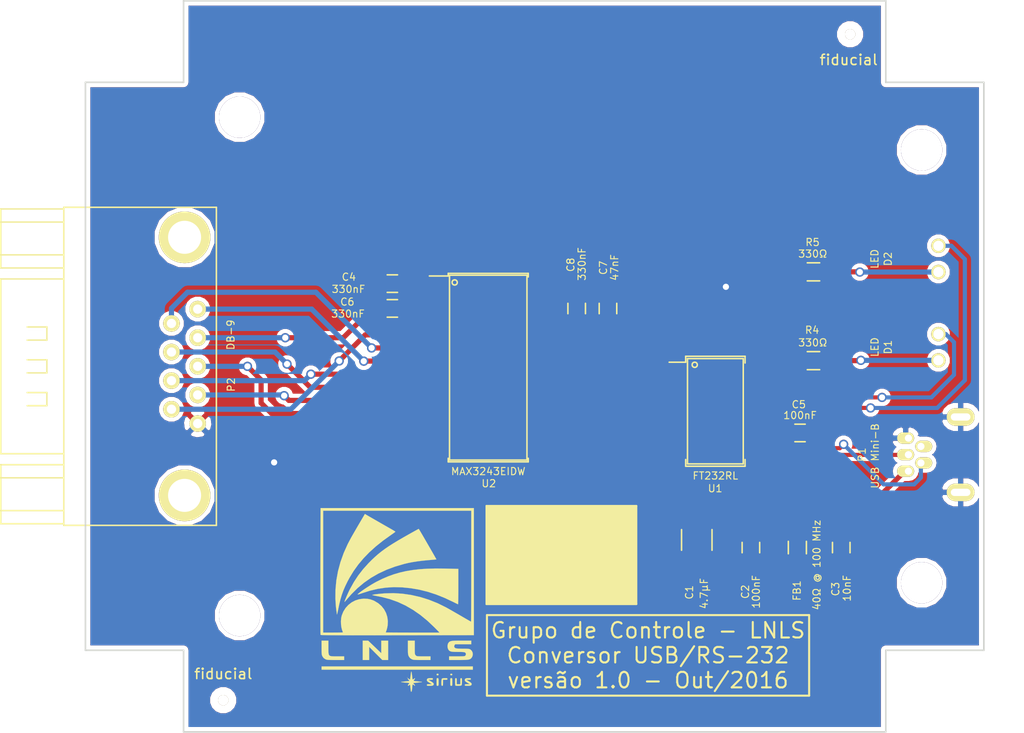
<source format=kicad_pcb>
(kicad_pcb (version 4) (host pcbnew no-vcs-found-product)

  (general
    (links 55)
    (no_connects 0)
    (area 96.024999 62.4425 195.553095 133.7525)
    (thickness 1.6)
    (drawings 21)
    (tracks 200)
    (zones 0)
    (modules 24)
    (nets 44)
  )

  (page A4)
  (layers
    (0 F.Cu signal)
    (31 B.Cu signal hide)
    (32 B.Adhes user)
    (33 F.Adhes user)
    (34 B.Paste user)
    (35 F.Paste user)
    (36 B.SilkS user)
    (37 F.SilkS user)
    (38 B.Mask user)
    (39 F.Mask user)
    (40 Dwgs.User user)
    (41 Cmts.User user)
    (42 Eco1.User user)
    (43 Eco2.User user)
    (44 Edge.Cuts user)
    (45 Margin user)
    (46 B.CrtYd user)
    (47 F.CrtYd user)
    (48 B.Fab user)
    (49 F.Fab user)
  )

  (setup
    (last_trace_width 0.25)
    (user_trace_width 0.3)
    (user_trace_width 0.4)
    (user_trace_width 0.5)
    (trace_clearance 0.2)
    (zone_clearance 0.4)
    (zone_45_only yes)
    (trace_min 0.2)
    (segment_width 0.2)
    (edge_width 0.15)
    (via_size 0.9)
    (via_drill 0.6)
    (via_min_size 0.4)
    (via_min_drill 0.3)
    (user_via 0.9 0.6)
    (uvia_size 0.3)
    (uvia_drill 0.1)
    (uvias_allowed no)
    (uvia_min_size 0.2)
    (uvia_min_drill 0.1)
    (pcb_text_width 0.3)
    (pcb_text_size 1.5 1.5)
    (mod_edge_width 0.15)
    (mod_text_size 1 1)
    (mod_text_width 0.15)
    (pad_size 1 1)
    (pad_drill 1)
    (pad_to_mask_clearance 0.2)
    (aux_axis_origin 0 0)
    (visible_elements FFFFFF7F)
    (pcbplotparams
      (layerselection 0x3ffff_ffffffff)
      (usegerberextensions false)
      (excludeedgelayer true)
      (linewidth 0.100000)
      (plotframeref false)
      (viasonmask false)
      (mode 1)
      (useauxorigin false)
      (hpglpennumber 1)
      (hpglpenspeed 20)
      (hpglpendiameter 15)
      (psnegative false)
      (psa4output false)
      (plotreference true)
      (plotvalue true)
      (plotinvisibletext false)
      (padsonsilk false)
      (subtractmaskfromsilk false)
      (outputformat 1)
      (mirror false)
      (drillshape 0)
      (scaleselection 1)
      (outputdirectory ""))
  )

  (net 0 "")
  (net 1 +5V)
  (net 2 GND)
  (net 3 "Net-(C3-Pad1)")
  (net 4 "Net-(C4-Pad1)")
  (net 5 "Net-(C4-Pad2)")
  (net 6 "Net-(C5-Pad1)")
  (net 7 "Net-(C6-Pad1)")
  (net 8 "Net-(C7-Pad1)")
  (net 9 "Net-(C7-Pad2)")
  (net 10 "Net-(C8-Pad1)")
  (net 11 /TXLED#)
  (net 12 "Net-(D1-Pad2)")
  (net 13 /RXLED#)
  (net 14 "Net-(D2-Pad2)")
  (net 15 /USB_D+)
  (net 16 "Net-(P1-Pad4)")
  (net 17 /USB_D-)
  (net 18 /P2_1)
  (net 19 /P2_2)
  (net 20 /P2_3)
  (net 21 /P2_4)
  (net 22 /P2_6)
  (net 23 /P2_7)
  (net 24 /P2_8)
  (net 25 /P2_9)
  (net 26 /TXD)
  (net 27 /DTR#)
  (net 28 /RTS#)
  (net 29 /RXD)
  (net 30 /RI#)
  (net 31 "Net-(U1-Pad8)")
  (net 32 /DSR#)
  (net 33 /DCD#)
  (net 34 /CTS#)
  (net 35 "Net-(U1-Pad12)")
  (net 36 "Net-(U1-Pad13)")
  (net 37 "Net-(U1-Pad14)")
  (net 38 "Net-(U1-Pad19)")
  (net 39 "Net-(U1-Pad24)")
  (net 40 "Net-(U1-Pad27)")
  (net 41 "Net-(U1-Pad28)")
  (net 42 "Net-(U2-Pad20)")
  (net 43 "Net-(U2-Pad21)")

  (net_class Default "This is the default net class."
    (clearance 0.2)
    (trace_width 0.25)
    (via_dia 0.9)
    (via_drill 0.6)
    (uvia_dia 0.3)
    (uvia_drill 0.1)
    (add_net +5V)
    (add_net /CTS#)
    (add_net /DCD#)
    (add_net /DSR#)
    (add_net /DTR#)
    (add_net /P2_1)
    (add_net /P2_2)
    (add_net /P2_3)
    (add_net /P2_4)
    (add_net /P2_6)
    (add_net /P2_7)
    (add_net /P2_8)
    (add_net /P2_9)
    (add_net /RI#)
    (add_net /RTS#)
    (add_net /RXD)
    (add_net /RXLED#)
    (add_net /TXD)
    (add_net /TXLED#)
    (add_net /USB_D+)
    (add_net /USB_D-)
    (add_net GND)
    (add_net "Net-(C3-Pad1)")
    (add_net "Net-(C4-Pad1)")
    (add_net "Net-(C4-Pad2)")
    (add_net "Net-(C5-Pad1)")
    (add_net "Net-(C6-Pad1)")
    (add_net "Net-(C7-Pad1)")
    (add_net "Net-(C7-Pad2)")
    (add_net "Net-(C8-Pad1)")
    (add_net "Net-(D1-Pad2)")
    (add_net "Net-(D2-Pad2)")
    (add_net "Net-(P1-Pad4)")
    (add_net "Net-(U1-Pad12)")
    (add_net "Net-(U1-Pad13)")
    (add_net "Net-(U1-Pad14)")
    (add_net "Net-(U1-Pad19)")
    (add_net "Net-(U1-Pad24)")
    (add_net "Net-(U1-Pad27)")
    (add_net "Net-(U1-Pad28)")
    (add_net "Net-(U1-Pad8)")
    (add_net "Net-(U2-Pad20)")
    (add_net "Net-(U2-Pad21)")
  )

  (module Controle:LNLS_LOGO (layer F.Cu) (tedit 0) (tstamp 57C42A1A)
    (at 134.71 120.38)
    (fp_text reference G*** (at 0 0) (layer F.SilkS) hide
      (effects (font (thickness 0.3)))
    )
    (fp_text value LOGO (at 0.75 0) (layer F.SilkS) hide
      (effects (font (thickness 0.3)))
    )
    (fp_poly (pts (xy 1.364287 7.214795) (xy 1.369937 7.235488) (xy 1.38786 7.326207) (xy 1.407997 7.465123)
      (xy 1.426056 7.622552) (xy 1.426423 7.626257) (xy 1.442664 7.770152) (xy 1.459204 7.883088)
      (xy 1.472737 7.942875) (xy 1.473941 7.945323) (xy 1.511517 7.943959) (xy 1.577803 7.897841)
      (xy 1.586584 7.88981) (xy 1.667171 7.831416) (xy 1.706132 7.83328) (xy 1.693749 7.884314)
      (xy 1.641231 7.952153) (xy 1.586563 8.023599) (xy 1.572479 8.071078) (xy 1.574706 8.074501)
      (xy 1.622047 8.088456) (xy 1.729177 8.105752) (xy 1.877961 8.123742) (xy 1.981912 8.133968)
      (xy 2.189872 8.153713) (xy 2.323016 8.169446) (xy 2.384486 8.182652) (xy 2.377427 8.19481)
      (xy 2.304981 8.207405) (xy 2.170292 8.221917) (xy 2.168769 8.222065) (xy 1.995103 8.239439)
      (xy 1.82101 8.257764) (xy 1.70626 8.270549) (xy 1.517289 8.292564) (xy 1.625257 8.405259)
      (xy 1.692237 8.491092) (xy 1.705054 8.540823) (xy 1.669727 8.543612) (xy 1.592272 8.488621)
      (xy 1.583481 8.480505) (xy 1.53058 8.434908) (xy 1.494411 8.422849) (xy 1.470076 8.454153)
      (xy 1.452677 8.538645) (xy 1.437317 8.686149) (xy 1.428473 8.791455) (xy 1.40698 8.976987)
      (xy 1.379105 9.092732) (xy 1.345891 9.135825) (xy 1.312419 9.11033) (xy 1.297841 9.054402)
      (xy 1.281498 8.942141) (xy 1.266397 8.795222) (xy 1.263139 8.755232) (xy 1.247231 8.586215)
      (xy 1.228552 8.486962) (xy 1.202852 8.449098) (xy 1.16588 8.464248) (xy 1.133231 8.49923)
      (xy 1.076821 8.548354) (xy 1.050292 8.557846) (xy 1.016907 8.532223) (xy 1.028649 8.470816)
      (xy 1.079358 8.396812) (xy 1.097885 8.378623) (xy 1.179769 8.304518) (xy 1.088115 8.278769)
      (xy 0.994294 8.262147) (xy 0.862862 8.249841) (xy 0.801077 8.246873) (xy 0.646188 8.236525)
      (xy 0.492865 8.217983) (xy 0.449385 8.210515) (xy 0.372355 8.194468) (xy 0.348454 8.183148)
      (xy 0.384742 8.173081) (xy 0.488276 8.160792) (xy 0.566615 8.152815) (xy 0.735889 8.135185)
      (xy 0.901507 8.116932) (xy 1.010617 8.104072) (xy 1.181081 8.082818) (xy 1.072082 7.969047)
      (xy 1.005384 7.883719) (xy 0.991127 7.832892) (xy 1.023981 7.827783) (xy 1.098616 7.879611)
      (xy 1.109724 7.88981) (xy 1.177596 7.940502) (xy 1.219525 7.94796) (xy 1.221672 7.945323)
      (xy 1.234984 7.892217) (xy 1.25152 7.785265) (xy 1.266441 7.659076) (xy 1.284416 7.500964)
      (xy 1.303964 7.352871) (xy 1.31721 7.268307) (xy 1.334407 7.180892) (xy 1.347121 7.164909)
      (xy 1.364287 7.214795)) (layer F.SilkS) (width 0.01))
    (fp_poly (pts (xy 3.327469 7.817974) (xy 3.401775 7.829448) (xy 3.43301 7.855364) (xy 3.438769 7.893538)
      (xy 3.429826 7.937936) (xy 3.390871 7.961541) (xy 3.303714 7.970698) (xy 3.214077 7.971905)
      (xy 2.989385 7.972119) (xy 3.253154 8.130378) (xy 3.396533 8.222537) (xy 3.479813 8.293401)
      (xy 3.514277 8.353493) (xy 3.516923 8.376349) (xy 3.502315 8.462341) (xy 3.450265 8.517264)
      (xy 3.348436 8.547025) (xy 3.184491 8.557531) (xy 3.137877 8.557846) (xy 2.990445 8.555901)
      (xy 2.904734 8.547073) (xy 2.864346 8.526869) (xy 2.852884 8.490797) (xy 2.852615 8.479692)
      (xy 2.860882 8.436712) (xy 2.897387 8.413039) (xy 2.979692 8.403016) (xy 3.096846 8.401007)
      (xy 3.341077 8.400477) (xy 3.096846 8.255715) (xy 2.964678 8.172151) (xy 2.889366 8.108032)
      (xy 2.857084 8.049452) (xy 2.852615 8.01006) (xy 2.868143 7.913587) (xy 2.923111 7.853788)
      (xy 3.030101 7.82346) (xy 3.192585 7.815384) (xy 3.327469 7.817974)) (layer F.SilkS) (width 0.01))
    (fp_poly (pts (xy 3.933411 7.817962) (xy 3.961954 7.835455) (xy 3.977635 7.882504) (xy 3.984307 7.973746)
      (xy 3.985821 8.123821) (xy 3.985846 8.186615) (xy 3.985168 8.358593) (xy 3.980564 8.467056)
      (xy 3.968183 8.526644) (xy 3.944172 8.551996) (xy 3.904678 8.557752) (xy 3.888154 8.557846)
      (xy 3.842896 8.555268) (xy 3.814353 8.537774) (xy 3.798672 8.490726) (xy 3.792001 8.399484)
      (xy 3.790486 8.249409) (xy 3.790461 8.186615) (xy 3.79114 8.014637) (xy 3.795743 7.906174)
      (xy 3.808124 7.846586) (xy 3.832136 7.821233) (xy 3.871629 7.815478) (xy 3.888154 7.815384)
      (xy 3.933411 7.817962)) (layer F.SilkS) (width 0.01))
    (fp_poly (pts (xy 4.734238 7.817974) (xy 4.808545 7.829448) (xy 4.839779 7.855364) (xy 4.845538 7.893538)
      (xy 4.83621 7.938703) (xy 4.795876 7.962231) (xy 4.706016 7.970858) (xy 4.630615 7.971692)
      (xy 4.415692 7.971692) (xy 4.415692 8.264769) (xy 4.413846 8.414615) (xy 4.405429 8.502536)
      (xy 4.386122 8.544728) (xy 4.351607 8.557386) (xy 4.337538 8.557846) (xy 4.299171 8.551532)
      (xy 4.275907 8.522288) (xy 4.264023 8.45466) (xy 4.259796 8.333196) (xy 4.259385 8.233507)
      (xy 4.265283 8.052362) (xy 4.2819 7.923926) (xy 4.306277 7.862276) (xy 4.369803 7.836708)
      (xy 4.4867 7.819891) (xy 4.599354 7.815384) (xy 4.734238 7.817974)) (layer F.SilkS) (width 0.01))
    (fp_poly (pts (xy 5.262026 7.817962) (xy 5.290569 7.835455) (xy 5.306251 7.882504) (xy 5.312922 7.973746)
      (xy 5.314437 8.123821) (xy 5.314461 8.186615) (xy 5.313783 8.358593) (xy 5.309179 8.467056)
      (xy 5.296798 8.526644) (xy 5.272787 8.551996) (xy 5.233294 8.557752) (xy 5.216769 8.557846)
      (xy 5.171512 8.555268) (xy 5.142969 8.537774) (xy 5.127288 8.490726) (xy 5.120616 8.399484)
      (xy 5.119102 8.249409) (xy 5.119077 8.186615) (xy 5.119755 8.014637) (xy 5.124359 7.906174)
      (xy 5.13674 7.846586) (xy 5.160751 7.821233) (xy 5.200244 7.815478) (xy 5.216769 7.815384)
      (xy 5.262026 7.817962)) (layer F.SilkS) (width 0.01))
    (fp_poly (pts (xy 6.212521 7.821698) (xy 6.235785 7.850942) (xy 6.247669 7.91857) (xy 6.251896 8.040033)
      (xy 6.252308 8.139723) (xy 6.246409 8.320868) (xy 6.229792 8.449304) (xy 6.205415 8.510953)
      (xy 6.146323 8.533101) (xy 6.03652 8.548859) (xy 5.902108 8.557308) (xy 5.769189 8.557526)
      (xy 5.663863 8.548596) (xy 5.614051 8.531794) (xy 5.602392 8.483406) (xy 5.593429 8.376289)
      (xy 5.588523 8.229856) (xy 5.588 8.160564) (xy 5.589352 7.995317) (xy 5.595676 7.893202)
      (xy 5.610367 7.839211) (xy 5.636824 7.818336) (xy 5.666154 7.815384) (xy 5.706113 7.822306)
      (xy 5.729558 7.85387) (xy 5.74081 7.926271) (xy 5.744185 8.055705) (xy 5.744308 8.108461)
      (xy 5.744308 8.401538) (xy 6.096 8.401538) (xy 6.096 8.108461) (xy 6.097846 7.958614)
      (xy 6.106263 7.870693) (xy 6.12557 7.828502) (xy 6.160086 7.815844) (xy 6.174154 7.815384)
      (xy 6.212521 7.821698)) (layer F.SilkS) (width 0.01))
    (fp_poly (pts (xy 7.0007 7.817974) (xy 7.075006 7.829448) (xy 7.10624 7.855364) (xy 7.112 7.893538)
      (xy 7.103057 7.937936) (xy 7.064102 7.961541) (xy 6.976945 7.970698) (xy 6.887308 7.971905)
      (xy 6.662615 7.972119) (xy 6.926385 8.130378) (xy 7.069764 8.222537) (xy 7.153044 8.293401)
      (xy 7.187508 8.353493) (xy 7.190154 8.376349) (xy 7.175545 8.462341) (xy 7.123495 8.517264)
      (xy 7.021667 8.547025) (xy 6.857722 8.557531) (xy 6.811108 8.557846) (xy 6.663676 8.555901)
      (xy 6.577964 8.547073) (xy 6.537576 8.526869) (xy 6.526115 8.490797) (xy 6.525846 8.479692)
      (xy 6.534112 8.436712) (xy 6.570618 8.413039) (xy 6.652923 8.403016) (xy 6.770077 8.401007)
      (xy 7.014308 8.400477) (xy 6.770077 8.255715) (xy 6.637909 8.172151) (xy 6.562597 8.108032)
      (xy 6.530315 8.049452) (xy 6.525846 8.01006) (xy 6.541373 7.913587) (xy 6.596342 7.853788)
      (xy 6.703332 7.82346) (xy 6.865815 7.815384) (xy 7.0007 7.817974)) (layer F.SilkS) (width 0.01))
    (fp_poly (pts (xy 0.976923 7.756769) (xy 0.957385 7.776307) (xy 0.937846 7.756769) (xy 0.957385 7.73723)
      (xy 0.976923 7.756769)) (layer F.SilkS) (width 0.01))
    (fp_poly (pts (xy 3.96476 7.403855) (xy 3.985846 7.463692) (xy 3.96295 7.524977) (xy 3.888154 7.541846)
      (xy 3.811547 7.523529) (xy 3.790461 7.463692) (xy 3.813358 7.402406) (xy 3.888154 7.385538)
      (xy 3.96476 7.403855)) (layer F.SilkS) (width 0.01))
    (fp_poly (pts (xy 5.293376 7.403855) (xy 5.314461 7.463692) (xy 5.291565 7.524977) (xy 5.216769 7.541846)
      (xy 5.140162 7.523529) (xy 5.119077 7.463692) (xy 5.141973 7.402406) (xy 5.216769 7.385538)
      (xy 5.293376 7.403855)) (layer F.SilkS) (width 0.01))
    (fp_poly (pts (xy 7.307385 6.994769) (xy -7.346462 6.994769) (xy -7.346462 6.682153) (xy 7.307385 6.682153)
      (xy 7.307385 6.994769)) (layer F.SilkS) (width 0.01))
    (fp_poly (pts (xy -6.682154 4.847314) (xy -6.682425 5.127233) (xy -6.676852 5.338666) (xy -6.655856 5.491193)
      (xy -6.609858 5.594394) (xy -6.529277 5.657848) (xy -6.404535 5.691135) (xy -6.226052 5.703833)
      (xy -5.984248 5.705523) (xy -5.824238 5.70523) (xy -5.158154 5.70523) (xy -5.158154 6.056923)
      (xy -5.990028 6.056923) (xy -6.267895 6.056482) (xy -6.47961 6.054461) (xy -6.63717 6.049811)
      (xy -6.752576 6.041483) (xy -6.837826 6.02843) (xy -6.904919 6.009602) (xy -6.965855 5.983952)
      (xy -6.996259 5.969) (xy -7.145481 5.867041) (xy -7.249932 5.72337) (xy -7.258539 5.70672)
      (xy -7.290773 5.637245) (xy -7.314034 5.567052) (xy -7.32977 5.482154) (xy -7.339426 5.36857)
      (xy -7.344449 5.212315) (xy -7.346285 4.999405) (xy -7.346462 4.856796) (xy -7.346462 4.18123)
      (xy -6.682154 4.18123) (xy -6.682154 4.847314)) (layer F.SilkS) (width 0.01))
    (fp_poly (pts (xy -0.898769 6.056923) (xy -1.464522 6.056923) (xy -2.099953 5.422367) (xy -2.735385 4.787811)
      (xy -2.735385 6.056923) (xy -3.360615 6.056923) (xy -3.360615 4.18123) (xy -3.096846 4.182116)
      (xy -2.833077 4.183003) (xy -1.563077 5.399827) (xy -1.563077 4.18123) (xy -0.898769 4.18123)
      (xy -0.898769 6.056923)) (layer F.SilkS) (width 0.01))
    (fp_poly (pts (xy 1.680308 4.847314) (xy 1.680667 5.090149) (xy 1.682798 5.267373) (xy 1.688279 5.391531)
      (xy 1.698689 5.475167) (xy 1.715607 5.530823) (xy 1.740612 5.571044) (xy 1.775284 5.608374)
      (xy 1.776224 5.609314) (xy 1.813636 5.644231) (xy 1.853646 5.669444) (xy 1.908798 5.686534)
      (xy 1.991635 5.697078) (xy 2.114702 5.702656) (xy 2.290541 5.704847) (xy 2.531696 5.70523)
      (xy 3.204308 5.70523) (xy 3.204308 6.056923) (xy 2.372434 6.056923) (xy 2.094566 6.056482)
      (xy 1.882852 6.054461) (xy 1.725291 6.049811) (xy 1.609886 6.041483) (xy 1.524636 6.02843)
      (xy 1.457542 6.009602) (xy 1.396607 5.983952) (xy 1.366203 5.969) (xy 1.216981 5.867041)
      (xy 1.112529 5.72337) (xy 1.103923 5.70672) (xy 1.071689 5.637245) (xy 1.048427 5.567052)
      (xy 1.032692 5.482154) (xy 1.023036 5.36857) (xy 1.018013 5.212315) (xy 1.016176 4.999405)
      (xy 1.016 4.856796) (xy 1.016 4.18123) (xy 1.680308 4.18123) (xy 1.680308 4.847314)) (layer F.SilkS) (width 0.01))
    (fp_poly (pts (xy 7.151077 4.532923) (xy 5.589802 4.532923) (xy 5.527508 4.627994) (xy 5.492442 4.739362)
      (xy 5.529325 4.840732) (xy 5.632087 4.917541) (xy 5.651535 4.925562) (xy 5.724185 4.938672)
      (xy 5.858443 4.949778) (xy 6.03777 4.957986) (xy 6.245629 4.962403) (xy 6.342775 4.962915)
      (xy 6.576338 4.964018) (xy 6.74613 4.968241) (xy 6.866517 4.977154) (xy 6.951864 4.992329)
      (xy 7.01654 5.015335) (xy 7.065505 5.041924) (xy 7.19788 5.165042) (xy 7.278549 5.328998)
      (xy 7.303122 5.512428) (xy 7.267208 5.693967) (xy 7.218682 5.787375) (xy 7.161585 5.866431)
      (xy 7.101662 5.928354) (xy 7.028969 5.975224) (xy 6.933561 6.009121) (xy 6.805493 6.032122)
      (xy 6.634823 6.046309) (xy 6.411604 6.05376) (xy 6.125893 6.056555) (xy 5.929923 6.056862)
      (xy 5.001846 6.056923) (xy 5.001846 5.70523) (xy 5.75779 5.70523) (xy 6.021521 5.704621)
      (xy 6.218186 5.70215) (xy 6.358866 5.696852) (xy 6.454643 5.687762) (xy 6.516599 5.673915)
      (xy 6.555816 5.654347) (xy 6.578405 5.633769) (xy 6.636508 5.523833) (xy 6.624101 5.414954)
      (xy 6.556228 5.336215) (xy 6.50673 5.312108) (xy 6.430062 5.295015) (xy 6.314211 5.283901)
      (xy 6.147161 5.277728) (xy 5.916899 5.275462) (xy 5.850903 5.275384) (xy 5.579027 5.272982)
      (xy 5.373023 5.26362) (xy 5.220699 5.244069) (xy 5.109862 5.211097) (xy 5.028318 5.161473)
      (xy 4.963876 5.091966) (xy 4.92211 5.029256) (xy 4.860707 4.864272) (xy 4.849104 4.675259)
      (xy 4.887466 4.496776) (xy 4.919225 4.432103) (xy 4.968871 4.359156) (xy 5.024941 4.301815)
      (xy 5.096981 4.258221) (xy 5.19454 4.226518) (xy 5.327166 4.20485) (xy 5.504406 4.19136)
      (xy 5.735808 4.184192) (xy 6.030921 4.181488) (xy 6.209367 4.18123) (xy 7.151077 4.18123)
      (xy 7.151077 4.532923)) (layer F.SilkS) (width 0.01))
    (fp_poly (pts (xy 7.405077 3.653692) (xy -0.010957 3.663562) (xy -0.936873 3.664703) (xy -1.787446 3.665549)
      (xy -2.565485 3.666086) (xy -3.273799 3.666298) (xy -3.9152 3.66617) (xy -4.492496 3.665689)
      (xy -5.008496 3.664839) (xy -5.466012 3.663605) (xy -5.867853 3.661973) (xy -6.216827 3.659928)
      (xy -6.515746 3.657455) (xy -6.767419 3.654539) (xy -6.974655 3.651166) (xy -7.140265 3.64732)
      (xy -7.267058 3.642988) (xy -7.357843 3.638154) (xy -7.415431 3.632803) (xy -7.442632 3.626921)
      (xy -7.445608 3.624485) (xy -7.447632 3.580551) (xy -7.449468 3.462691) (xy -7.451111 3.27513)
      (xy -7.452555 3.022096) (xy -7.453794 2.707815) (xy -7.454822 2.336513) (xy -7.455633 1.912419)
      (xy -7.456222 1.439757) (xy -7.456582 0.922756) (xy -7.456708 0.365642) (xy -7.456593 -0.22736)
      (xy -7.456233 -0.852021) (xy -7.45562 -1.504115) (xy -7.454749 -2.179416) (xy -7.45419 -2.54)
      (xy -7.444571 -8.401539) (xy -7.190154 -8.401539) (xy -7.190154 3.399692) (xy -6.232769 3.399692)
      (xy -5.968539 3.399258) (xy -5.732246 3.398039) (xy -5.534459 3.396158) (xy -5.385749 3.393737)
      (xy -5.296683 3.3909) (xy -5.275385 3.388568) (xy -5.287711 3.349064) (xy -5.319874 3.256961)
      (xy -5.360501 3.144337) (xy -5.424266 2.900854) (xy -5.460591 2.612609) (xy -5.468745 2.308288)
      (xy -5.447997 2.016577) (xy -5.397616 1.766163) (xy -5.395779 1.760049) (xy -5.239485 1.372098)
      (xy -5.02282 1.025841) (xy -4.753333 0.726974) (xy -4.438574 0.481195) (xy -4.086092 0.2942)
      (xy -3.703437 0.171685) (xy -3.298158 0.119348) (xy -3.219411 0.117808) (xy -2.904822 0.132754)
      (xy -2.628679 0.184244) (xy -2.356743 0.280103) (xy -2.207846 0.348989) (xy -1.844385 0.569215)
      (xy -1.535707 0.841101) (xy -1.285678 1.157526) (xy -1.098159 1.51137) (xy -0.977016 1.895511)
      (xy -0.926112 2.302829) (xy -0.943118 2.679916) (xy -0.972721 2.859882) (xy -1.014218 3.041174)
      (xy -1.056606 3.178657) (xy -1.098683 3.290969) (xy -1.126508 3.368325) (xy -1.133211 3.389923)
      (xy -1.095206 3.391585) (xy -0.985454 3.393159) (xy -0.810363 3.394619) (xy -0.576341 3.395942)
      (xy -0.289795 3.397104) (xy 0.042867 3.39808) (xy 0.415237 3.398847) (xy 0.820909 3.399381)
      (xy 1.253475 3.399658) (xy 1.471783 3.399692) (xy 4.076797 3.399692) (xy 3.591706 2.907758)
      (xy 2.911478 2.263027) (xy 2.216749 1.694352) (xy 1.505605 1.200657) (xy 0.776132 0.780864)
      (xy 0.026417 0.433897) (xy -0.745455 0.158677) (xy -1.541397 -0.045872) (xy -1.719385 -0.081394)
      (xy -1.937685 -0.123384) (xy -2.131563 -0.161841) (xy -2.286897 -0.193872) (xy -2.389563 -0.216582)
      (xy -2.422769 -0.225474) (xy -2.424982 -0.242774) (xy -2.357953 -0.26417) (xy -2.230413 -0.288425)
      (xy -2.051091 -0.314304) (xy -1.828719 -0.340569) (xy -1.572026 -0.365984) (xy -1.289743 -0.389314)
      (xy -1.239956 -0.392975) (xy -0.392436 -0.415889) (xy 0.466554 -0.364475) (xy 1.32999 -0.240344)
      (xy 2.19085 -0.045102) (xy 3.04211 0.219643) (xy 3.876748 0.552281) (xy 4.68774 0.951206)
      (xy 4.729365 0.97386) (xy 4.900041 1.068571) (xy 5.122508 1.194084) (xy 5.381228 1.341517)
      (xy 5.660662 1.501986) (xy 5.945274 1.666609) (xy 6.162432 1.793099) (xy 6.408117 1.936252)
      (xy 6.631571 2.065584) (xy 6.823997 2.176074) (xy 6.976598 2.262699) (xy 7.080576 2.320438)
      (xy 7.127136 2.344269) (xy 7.128528 2.344615) (xy 7.13122 2.306282) (xy 7.133819 2.194256)
      (xy 7.136308 2.013) (xy 7.138669 1.766974) (xy 7.140881 1.460642) (xy 7.142927 1.098463)
      (xy 7.144788 0.684899) (xy 7.146444 0.224413) (xy 7.147878 -0.278534) (xy 7.149071 -0.819481)
      (xy 7.150004 -1.393967) (xy 7.150657 -1.997528) (xy 7.151014 -2.625705) (xy 7.151077 -3.028462)
      (xy 7.151077 -8.401539) (xy -7.190154 -8.401539) (xy -7.444571 -8.401539) (xy -7.444154 -8.655539)
      (xy 7.405077 -8.655539) (xy 7.405077 3.653692)) (layer F.SilkS) (width 0.01))
    (fp_poly (pts (xy -3.029847 -8.013203) (xy -2.958267 -7.970998) (xy -2.828937 -7.895832) (xy -2.651966 -7.793509)
      (xy -2.437465 -7.669836) (xy -2.195543 -7.53062) (xy -1.936311 -7.381665) (xy -1.669878 -7.228779)
      (xy -1.406354 -7.077767) (xy -1.15585 -6.934435) (xy -0.928475 -6.804591) (xy -0.734339 -6.69404)
      (xy -0.615528 -6.626656) (xy -0.455103 -6.534078) (xy -0.322934 -6.454316) (xy -0.232087 -6.395507)
      (xy -0.195629 -6.365792) (xy -0.195451 -6.364994) (xy -0.225898 -6.335258) (xy -0.309229 -6.271027)
      (xy -0.43335 -6.181232) (xy -0.586167 -6.074806) (xy -0.615462 -6.054796) (xy -1.386469 -5.502773)
      (xy -2.084122 -4.945683) (xy -2.713221 -4.378384) (xy -3.278565 -3.795732) (xy -3.784954 -3.192583)
      (xy -4.237188 -2.563796) (xy -4.640066 -1.904225) (xy -4.843614 -1.524) (xy -5.058874 -1.08115)
      (xy -5.23821 -0.661742) (xy -5.38906 -0.243876) (xy -5.518861 0.194347) (xy -5.635052 0.674826)
      (xy -5.705556 1.013868) (xy -5.75986 1.282454) (xy -5.802053 1.476242) (xy -5.832737 1.597545)
      (xy -5.852513 1.648677) (xy -5.861983 1.631952) (xy -5.862778 1.618435) (xy -5.868673 1.566675)
      (xy -5.883566 1.455936) (xy -5.904943 1.304541) (xy -5.921295 1.191846) (xy -5.942936 1.01258)
      (xy -5.964257 0.780034) (xy -5.98333 0.519065) (xy -5.998224 0.25453) (xy -6.003204 0.136769)
      (xy -5.997525 -0.761071) (xy -5.914041 -1.655805) (xy -5.753082 -2.546141) (xy -5.514976 -3.430784)
      (xy -5.200053 -4.308441) (xy -4.80864 -5.177819) (xy -4.507235 -5.748829) (xy -4.409193 -5.922284)
      (xy -4.28059 -6.147043) (xy -4.130647 -6.407141) (xy -3.96859 -6.686613) (xy -3.80364 -6.969494)
      (xy -3.689994 -7.163373) (xy -3.148463 -8.084935) (xy -3.029847 -8.013203)) (layer F.SilkS) (width 0.01))
    (fp_poly (pts (xy 4.504447 -2.798666) (xy 4.713065 -2.794214) (xy 5.900615 -2.765485) (xy 5.900615 -1.050589)
      (xy 5.89997 -0.693121) (xy 5.898125 -0.361043) (xy 5.895214 -0.062231) (xy 5.891373 0.195439)
      (xy 5.886737 0.40409) (xy 5.88144 0.555845) (xy 5.875617 0.642827) (xy 5.871308 0.660958)
      (xy 5.826968 0.643015) (xy 5.727489 0.59654) (xy 5.587371 0.528471) (xy 5.421116 0.445749)
      (xy 5.412154 0.44124) (xy 4.562649 0.041877) (xy 3.734848 -0.288667) (xy 2.919088 -0.553159)
      (xy 2.105708 -0.754364) (xy 1.285044 -0.895047) (xy 0.455981 -0.97742) (xy -0.342453 -0.997117)
      (xy -1.125824 -0.949298) (xy -1.904715 -0.832414) (xy -2.689712 -0.644918) (xy -3.421321 -0.410544)
      (xy -3.584752 -0.354627) (xy -3.722025 -0.312285) (xy -3.815898 -0.288566) (xy -3.8471 -0.285906)
      (xy -3.842909 -0.314364) (xy -3.780445 -0.377254) (xy -3.668383 -0.468687) (xy -3.515399 -0.582775)
      (xy -3.33017 -0.713629) (xy -3.121371 -0.85536) (xy -2.897678 -1.00208) (xy -2.667769 -1.1479)
      (xy -2.440317 -1.28693) (xy -2.224 -1.413284) (xy -2.027494 -1.521071) (xy -2.026498 -1.521595)
      (xy -1.463464 -1.799984) (xy -0.902593 -2.040701) (xy -0.335569 -2.245315) (xy 0.245923 -2.415398)
      (xy 0.850202 -2.552519) (xy 1.485582 -2.658249) (xy 2.16038 -2.734158) (xy 2.882913 -2.781817)
      (xy 3.661497 -2.802796) (xy 4.504447 -2.798666)) (layer F.SilkS) (width 0.01))
    (fp_poly (pts (xy 2.167159 -6.476359) (xy 2.216689 -6.394134) (xy 2.295921 -6.259859) (xy 2.399903 -6.082123)
      (xy 2.523683 -5.869515) (xy 2.662311 -5.630623) (xy 2.810833 -5.374038) (xy 2.964299 -5.108348)
      (xy 3.117756 -4.842142) (xy 3.266254 -4.584009) (xy 3.404841 -4.342539) (xy 3.528564 -4.126321)
      (xy 3.632472 -3.943943) (xy 3.711614 -3.803995) (xy 3.761038 -3.715066) (xy 3.775995 -3.685681)
      (xy 3.737043 -3.68025) (xy 3.632456 -3.669417) (xy 3.474479 -3.654349) (xy 3.275353 -3.636213)
      (xy 3.047424 -3.616187) (xy 2.469228 -3.560252) (xy 1.95412 -3.497116) (xy 1.487184 -3.424465)
      (xy 1.053506 -3.339986) (xy 0.648485 -3.244029) (xy -0.235678 -2.984577) (xy -1.061026 -2.676429)
      (xy -1.831871 -2.316964) (xy -2.552524 -1.903563) (xy -3.227295 -1.433605) (xy -3.860498 -0.904472)
      (xy -4.456442 -0.313543) (xy -4.786778 0.058615) (xy -4.921968 0.21794) (xy -5.01449 0.326112)
      (xy -5.072408 0.391427) (xy -5.103791 0.422178) (xy -5.116703 0.426661) (xy -5.119211 0.41317)
      (xy -5.119077 0.400331) (xy -5.103389 0.341419) (xy -5.060501 0.22635) (xy -4.996674 0.069598)
      (xy -4.91817 -0.114367) (xy -4.831253 -0.311073) (xy -4.742185 -0.506048) (xy -4.657227 -0.68482)
      (xy -4.599194 -0.801077) (xy -4.212116 -1.495836) (xy -3.791153 -2.134992) (xy -3.321986 -2.738609)
      (xy -2.814162 -3.302) (xy -2.498358 -3.62135) (xy -2.188103 -3.915002) (xy -1.873717 -4.190105)
      (xy -1.545521 -4.453809) (xy -1.193835 -4.713263) (xy -0.808981 -4.975615) (xy -0.381278 -5.248016)
      (xy 0.098952 -5.537614) (xy 0.625231 -5.842352) (xy 0.84581 -5.967637) (xy 1.077545 -6.098483)
      (xy 1.307337 -6.227569) (xy 1.522088 -6.347576) (xy 1.708696 -6.451186) (xy 1.854063 -6.531077)
      (xy 1.945089 -6.579931) (xy 1.947297 -6.581075) (xy 2.064713 -6.641793) (xy 2.167159 -6.476359)) (layer F.SilkS) (width 0.01))
  )

  (module Mounting_Holes:MountingHole_4mm (layer F.Cu) (tedit 57C42AC1) (tstamp 568EA09F)
    (at 185.47 118.955)
    (descr "Mounting hole, Befestigungsbohrung, 4mm, No Annular, Kein Restring,")
    (tags "Mounting hole, Befestigungsbohrung, 4mm, No Annular, Kein Restring,")
    (fp_text reference F4 (at -6.01 0.015) (layer F.SilkS) hide
      (effects (font (size 0.7 0.7) (thickness 0.1)))
    )
    (fp_text value "Furo de fixação (4mm)" (at 0 6) (layer F.SilkS) hide
      (effects (font (size 0.7 0.7) (thickness 0.1)))
    )
    (fp_circle (center 0 0) (end 4 0) (layer Cmts.User) (width 0.381))
    (pad 1 thru_hole circle (at 0 0) (size 4 4) (drill 4) (layers))
  )

  (module Mounting_Holes:MountingHole_4mm (layer F.Cu) (tedit 57C42ADB) (tstamp 568EA09A)
    (at 119.43 122.13)
    (descr "Mounting hole, Befestigungsbohrung, 4mm, No Annular, Kein Restring,")
    (tags "Mounting hole, Befestigungsbohrung, 4mm, No Annular, Kein Restring,")
    (fp_text reference F3 (at 0 -6) (layer F.SilkS) hide
      (effects (font (size 0.7 0.7) (thickness 0.1)))
    )
    (fp_text value "Furo de fixação (4mm)" (at 0 6) (layer F.SilkS) hide
      (effects (font (size 0.7 0.7) (thickness 0.1)))
    )
    (fp_circle (center 0 0) (end 4 0) (layer Cmts.User) (width 0.381))
    (pad 1 thru_hole circle (at 0 0) (size 4 4) (drill 4) (layers))
  )

  (module Mounting_Holes:MountingHole_4mm (layer F.Cu) (tedit 57C42ACB) (tstamp 568EA090)
    (at 185.47 77.045)
    (descr "Mounting hole, Befestigungsbohrung, 4mm, No Annular, Kein Restring,")
    (tags "Mounting hole, Befestigungsbohrung, 4mm, No Annular, Kein Restring,")
    (fp_text reference F2 (at -6 0) (layer F.SilkS) hide
      (effects (font (size 0.7 0.7) (thickness 0.1)))
    )
    (fp_text value "Furo de fixação (4mm)" (at 0 6) (layer F.SilkS) hide
      (effects (font (size 0.7 0.7) (thickness 0.1)))
    )
    (fp_circle (center 0 0) (end 4 0) (layer Cmts.User) (width 0.381))
    (pad 1 thru_hole circle (at 0 0) (size 4 4) (drill 4) (layers))
  )

  (module Mounting_Holes:MountingHole_4mm (layer F.Cu) (tedit 57C42AD3) (tstamp 568E9F62)
    (at 119.43 73.87)
    (descr "Mounting hole, Befestigungsbohrung, 4mm, No Annular, Kein Restring,")
    (tags "Mounting hole, Befestigungsbohrung, 4mm, No Annular, Kein Restring,")
    (fp_text reference F1 (at 0 -6) (layer F.SilkS) hide
      (effects (font (size 0.7 0.7) (thickness 0.1)))
    )
    (fp_text value "Furo de fixação (4mm)" (at 0 6) (layer F.SilkS) hide
      (effects (font (size 0.7 0.7) (thickness 0.1)))
    )
    (fp_circle (center 0 0) (end 4 0) (layer Cmts.User) (width 0.381))
    (pad 1 thru_hole circle (at 0 0) (size 4 4) (drill 4) (layers))
  )

  (module Capacitors_SMD:C_1210_HandSoldering (layer F.Cu) (tedit 57EA65AA) (tstamp 57C0869D)
    (at 163.7 114.81 90)
    (descr "Capacitor SMD 1210, hand soldering")
    (tags "capacitor 1210")
    (path /5694FB72)
    (attr smd)
    (fp_text reference C1 (at -5.08 -0.72 90) (layer F.SilkS)
      (effects (font (size 0.7 0.7) (thickness 0.1)))
    )
    (fp_text value 4.7µF (at -5.19 0.71 90) (layer F.SilkS)
      (effects (font (size 0.7 0.7) (thickness 0.1)))
    )
    (fp_line (start -3.3 -1.6) (end 3.3 -1.6) (layer F.CrtYd) (width 0.05))
    (fp_line (start -3.3 1.6) (end 3.3 1.6) (layer F.CrtYd) (width 0.05))
    (fp_line (start -3.3 -1.6) (end -3.3 1.6) (layer F.CrtYd) (width 0.05))
    (fp_line (start 3.3 -1.6) (end 3.3 1.6) (layer F.CrtYd) (width 0.05))
    (fp_line (start 1 -1.475) (end -1 -1.475) (layer F.SilkS) (width 0.15))
    (fp_line (start -1 1.475) (end 1 1.475) (layer F.SilkS) (width 0.15))
    (pad 1 smd rect (at -2 0 90) (size 2 2.5) (layers F.Cu F.Paste F.Mask)
      (net 1 +5V))
    (pad 2 smd rect (at 2 0 90) (size 2 2.5) (layers F.Cu F.Paste F.Mask)
      (net 2 GND))
    (model Capacitors_SMD.3dshapes/C_1210_HandSoldering.wrl
      (at (xyz 0 0 0))
      (scale (xyz 1 1 1))
      (rotate (xyz 0 0 0))
    )
  )

  (module Capacitors_SMD:C_0805_HandSoldering (layer F.Cu) (tedit 57EA6585) (tstamp 57C086A3)
    (at 168.94 115.55 90)
    (descr "Capacitor SMD 0805, hand soldering")
    (tags "capacitor 0805")
    (path /5694DB84)
    (attr smd)
    (fp_text reference C2 (at -4.28 -0.54 90) (layer F.SilkS)
      (effects (font (size 0.7 0.7) (thickness 0.1)))
    )
    (fp_text value 100nF (at -4.28 0.51 90) (layer F.SilkS)
      (effects (font (size 0.7 0.7) (thickness 0.1)))
    )
    (fp_line (start -2.3 -1) (end 2.3 -1) (layer F.CrtYd) (width 0.05))
    (fp_line (start -2.3 1) (end 2.3 1) (layer F.CrtYd) (width 0.05))
    (fp_line (start -2.3 -1) (end -2.3 1) (layer F.CrtYd) (width 0.05))
    (fp_line (start 2.3 -1) (end 2.3 1) (layer F.CrtYd) (width 0.05))
    (fp_line (start 0.5 -0.85) (end -0.5 -0.85) (layer F.SilkS) (width 0.15))
    (fp_line (start -0.5 0.85) (end 0.5 0.85) (layer F.SilkS) (width 0.15))
    (pad 1 smd rect (at -1.25 0 90) (size 1.5 1.25) (layers F.Cu F.Paste F.Mask)
      (net 1 +5V))
    (pad 2 smd rect (at 1.25 0 90) (size 1.5 1.25) (layers F.Cu F.Paste F.Mask)
      (net 2 GND))
    (model Capacitors_SMD.3dshapes/C_0805_HandSoldering.wrl
      (at (xyz 0 0 0))
      (scale (xyz 1 1 1))
      (rotate (xyz 0 0 0))
    )
  )

  (module Capacitors_SMD:C_0805_HandSoldering (layer F.Cu) (tedit 57EA65BB) (tstamp 57C086A9)
    (at 177.69 115.55 270)
    (descr "Capacitor SMD 0805, hand soldering")
    (tags "capacitor 0805")
    (path /5694D333)
    (attr smd)
    (fp_text reference C3 (at 4.02 0.55 270) (layer F.SilkS)
      (effects (font (size 0.7 0.7) (thickness 0.1)))
    )
    (fp_text value 10nF (at 3.94 -0.56 270) (layer F.SilkS)
      (effects (font (size 0.7 0.7) (thickness 0.1)))
    )
    (fp_line (start -2.3 -1) (end 2.3 -1) (layer F.CrtYd) (width 0.05))
    (fp_line (start -2.3 1) (end 2.3 1) (layer F.CrtYd) (width 0.05))
    (fp_line (start -2.3 -1) (end -2.3 1) (layer F.CrtYd) (width 0.05))
    (fp_line (start 2.3 -1) (end 2.3 1) (layer F.CrtYd) (width 0.05))
    (fp_line (start 0.5 -0.85) (end -0.5 -0.85) (layer F.SilkS) (width 0.15))
    (fp_line (start -0.5 0.85) (end 0.5 0.85) (layer F.SilkS) (width 0.15))
    (pad 1 smd rect (at -1.25 0 270) (size 1.5 1.25) (layers F.Cu F.Paste F.Mask)
      (net 3 "Net-(C3-Pad1)"))
    (pad 2 smd rect (at 1.25 0 270) (size 1.5 1.25) (layers F.Cu F.Paste F.Mask)
      (net 2 GND))
    (model Capacitors_SMD.3dshapes/C_0805_HandSoldering.wrl
      (at (xyz 0 0 0))
      (scale (xyz 1 1 1))
      (rotate (xyz 0 0 0))
    )
  )

  (module Capacitors_SMD:C_0805_HandSoldering (layer F.Cu) (tedit 5836F956) (tstamp 57C086AF)
    (at 134.22 89.99)
    (descr "Capacitor SMD 0805, hand soldering")
    (tags "capacitor 0805")
    (path /56ABB304)
    (attr smd)
    (fp_text reference C4 (at -4.21 -0.64) (layer F.SilkS)
      (effects (font (size 0.7 0.7) (thickness 0.1)))
    )
    (fp_text value 330nF (at -4.25 0.54) (layer F.SilkS)
      (effects (font (size 0.7 0.7) (thickness 0.1)))
    )
    (fp_line (start -2.3 -1) (end 2.3 -1) (layer F.CrtYd) (width 0.05))
    (fp_line (start -2.3 1) (end 2.3 1) (layer F.CrtYd) (width 0.05))
    (fp_line (start -2.3 -1) (end -2.3 1) (layer F.CrtYd) (width 0.05))
    (fp_line (start 2.3 -1) (end 2.3 1) (layer F.CrtYd) (width 0.05))
    (fp_line (start 0.5 -0.85) (end -0.5 -0.85) (layer F.SilkS) (width 0.15))
    (fp_line (start -0.5 0.85) (end 0.5 0.85) (layer F.SilkS) (width 0.15))
    (pad 1 smd rect (at -1.25 0) (size 1.5 1.25) (layers F.Cu F.Paste F.Mask)
      (net 4 "Net-(C4-Pad1)"))
    (pad 2 smd rect (at 1.25 0) (size 1.5 1.25) (layers F.Cu F.Paste F.Mask)
      (net 5 "Net-(C4-Pad2)"))
    (model Capacitors_SMD.3dshapes/C_0805_HandSoldering.wrl
      (at (xyz 0 0 0))
      (scale (xyz 1 1 1))
      (rotate (xyz 0 0 0))
    )
  )

  (module Capacitors_SMD:C_0805_HandSoldering (layer F.Cu) (tedit 57EA6631) (tstamp 57C086B5)
    (at 173.7 104.45)
    (descr "Capacitor SMD 0805, hand soldering")
    (tags "capacitor 0805")
    (path /56951568)
    (attr smd)
    (fp_text reference C5 (at -0.12 -2.75) (layer F.SilkS)
      (effects (font (size 0.7 0.7) (thickness 0.1)))
    )
    (fp_text value 100nF (at 0 -1.7) (layer F.SilkS)
      (effects (font (size 0.7 0.7) (thickness 0.1)))
    )
    (fp_line (start -2.3 -1) (end 2.3 -1) (layer F.CrtYd) (width 0.05))
    (fp_line (start -2.3 1) (end 2.3 1) (layer F.CrtYd) (width 0.05))
    (fp_line (start -2.3 -1) (end -2.3 1) (layer F.CrtYd) (width 0.05))
    (fp_line (start 2.3 -1) (end 2.3 1) (layer F.CrtYd) (width 0.05))
    (fp_line (start 0.5 -0.85) (end -0.5 -0.85) (layer F.SilkS) (width 0.15))
    (fp_line (start -0.5 0.85) (end 0.5 0.85) (layer F.SilkS) (width 0.15))
    (pad 1 smd rect (at -1.25 0) (size 1.5 1.25) (layers F.Cu F.Paste F.Mask)
      (net 6 "Net-(C5-Pad1)"))
    (pad 2 smd rect (at 1.25 0) (size 1.5 1.25) (layers F.Cu F.Paste F.Mask)
      (net 2 GND))
    (model Capacitors_SMD.3dshapes/C_0805_HandSoldering.wrl
      (at (xyz 0 0 0))
      (scale (xyz 1 1 1))
      (rotate (xyz 0 0 0))
    )
  )

  (module Capacitors_SMD:C_0805_HandSoldering (layer F.Cu) (tedit 57EA65D1) (tstamp 57C086C1)
    (at 155.1 92.4 270)
    (descr "Capacitor SMD 0805, hand soldering")
    (tags "capacitor 0805")
    (path /56ABC34E)
    (attr smd)
    (fp_text reference C7 (at -3.94 0.45 270) (layer F.SilkS)
      (effects (font (size 0.7 0.7) (thickness 0.1)))
    )
    (fp_text value 47nF (at -3.97 -0.64 270) (layer F.SilkS)
      (effects (font (size 0.7 0.7) (thickness 0.1)))
    )
    (fp_line (start -2.3 -1) (end 2.3 -1) (layer F.CrtYd) (width 0.05))
    (fp_line (start -2.3 1) (end 2.3 1) (layer F.CrtYd) (width 0.05))
    (fp_line (start -2.3 -1) (end -2.3 1) (layer F.CrtYd) (width 0.05))
    (fp_line (start 2.3 -1) (end 2.3 1) (layer F.CrtYd) (width 0.05))
    (fp_line (start 0.5 -0.85) (end -0.5 -0.85) (layer F.SilkS) (width 0.15))
    (fp_line (start -0.5 0.85) (end 0.5 0.85) (layer F.SilkS) (width 0.15))
    (pad 1 smd rect (at -1.25 0 270) (size 1.5 1.25) (layers F.Cu F.Paste F.Mask)
      (net 8 "Net-(C7-Pad1)"))
    (pad 2 smd rect (at 1.25 0 270) (size 1.5 1.25) (layers F.Cu F.Paste F.Mask)
      (net 9 "Net-(C7-Pad2)"))
    (model Capacitors_SMD.3dshapes/C_0805_HandSoldering.wrl
      (at (xyz 0 0 0))
      (scale (xyz 1 1 1))
      (rotate (xyz 0 0 0))
    )
  )

  (module Capacitors_SMD:C_0805_HandSoldering (layer F.Cu) (tedit 57EA65CB) (tstamp 57C086C7)
    (at 152.07 92.4 270)
    (descr "Capacitor SMD 0805, hand soldering")
    (tags "capacitor 0805")
    (path /56AC112E)
    (attr smd)
    (fp_text reference C8 (at -4.23 0.58 270) (layer F.SilkS)
      (effects (font (size 0.7 0.7) (thickness 0.1)))
    )
    (fp_text value 330nF (at -4.31 -0.51 270) (layer F.SilkS)
      (effects (font (size 0.7 0.7) (thickness 0.1)))
    )
    (fp_line (start -2.3 -1) (end 2.3 -1) (layer F.CrtYd) (width 0.05))
    (fp_line (start -2.3 1) (end 2.3 1) (layer F.CrtYd) (width 0.05))
    (fp_line (start -2.3 -1) (end -2.3 1) (layer F.CrtYd) (width 0.05))
    (fp_line (start 2.3 -1) (end 2.3 1) (layer F.CrtYd) (width 0.05))
    (fp_line (start 0.5 -0.85) (end -0.5 -0.85) (layer F.SilkS) (width 0.15))
    (fp_line (start -0.5 0.85) (end 0.5 0.85) (layer F.SilkS) (width 0.15))
    (pad 1 smd rect (at -1.25 0 270) (size 1.5 1.25) (layers F.Cu F.Paste F.Mask)
      (net 10 "Net-(C8-Pad1)"))
    (pad 2 smd rect (at 1.25 0 270) (size 1.5 1.25) (layers F.Cu F.Paste F.Mask)
      (net 2 GND))
    (model Capacitors_SMD.3dshapes/C_0805_HandSoldering.wrl
      (at (xyz 0 0 0))
      (scale (xyz 1 1 1))
      (rotate (xyz 0 0 0))
    )
  )

  (module Resistors_SMD:R_0805_HandSoldering (layer F.Cu) (tedit 57EA65B5) (tstamp 57C086D9)
    (at 173.44 115.55 90)
    (descr "Resistor SMD 0805, hand soldering")
    (tags "resistor 0805")
    (path /56AC3FFA)
    (attr smd)
    (fp_text reference FB1 (at -4.17 -0.04 90) (layer F.SilkS)
      (effects (font (size 0.7 0.7) (thickness 0.1)))
    )
    (fp_text value "40Ω @ 100 MHz" (at -1.69 1.88 90) (layer F.SilkS)
      (effects (font (size 0.7 0.7) (thickness 0.1)))
    )
    (fp_line (start -2.4 -1) (end 2.4 -1) (layer F.CrtYd) (width 0.05))
    (fp_line (start -2.4 1) (end 2.4 1) (layer F.CrtYd) (width 0.05))
    (fp_line (start -2.4 -1) (end -2.4 1) (layer F.CrtYd) (width 0.05))
    (fp_line (start 2.4 -1) (end 2.4 1) (layer F.CrtYd) (width 0.05))
    (fp_line (start 0.6 0.875) (end -0.6 0.875) (layer F.SilkS) (width 0.15))
    (fp_line (start -0.6 -0.875) (end 0.6 -0.875) (layer F.SilkS) (width 0.15))
    (pad 1 smd rect (at -1.35 0 90) (size 1.5 1.3) (layers F.Cu F.Paste F.Mask)
      (net 1 +5V))
    (pad 2 smd rect (at 1.35 0 90) (size 1.5 1.3) (layers F.Cu F.Paste F.Mask)
      (net 3 "Net-(C3-Pad1)"))
    (model Resistors_SMD.3dshapes/R_0805_HandSoldering.wrl
      (at (xyz 0 0 0))
      (scale (xyz 1 1 1))
      (rotate (xyz 0 0 0))
    )
  )

  (module "Conversor USB-RS232:USB_Mini-B" (layer F.Cu) (tedit 57EA66AB) (tstamp 57C086E4)
    (at 188.5 106.554 90)
    (path /56AD27A1)
    (fp_text reference P1 (at -0.006 -8.8 90) (layer F.SilkS)
      (effects (font (size 0.7 0.7) (thickness 0.1)))
    )
    (fp_text value "USB Mini-B" (at -0.126 -7.53 90) (layer F.SilkS)
      (effects (font (size 0.7 0.7) (thickness 0.1)))
    )
    (pad 7 thru_hole oval (at 3.65 0.75 90) (size 1.7 2.7) (drill oval 0.7 1.9) (layers *.Cu *.Mask F.SilkS)
      (net 2 GND))
    (pad 5 thru_hole oval (at 1.6 -4.3 90) (size 1.1 1.65) (drill 0.7 (offset 0 -0.275)) (layers *.Cu *.Mask F.SilkS)
      (net 2 GND))
    (pad 3 thru_hole oval (at 0 -4.3 90) (size 1.1 1.65) (drill 0.7 (offset 0 -0.275)) (layers *.Cu *.Mask F.SilkS)
      (net 15 /USB_D+))
    (pad 4 thru_hole oval (at 0.8 -3.1 90) (size 1.1 1.65) (drill 0.7 (offset 0 0.275)) (layers *.Cu *.Mask F.SilkS)
      (net 16 "Net-(P1-Pad4)"))
    (pad 2 thru_hole oval (at -0.8 -3.1 90) (size 1.1 1.65) (drill 0.7 (offset 0 0.275)) (layers *.Cu *.Mask F.SilkS)
      (net 17 /USB_D-))
    (pad 1 thru_hole oval (at -1.6 -4.3 90) (size 1.1 1.65) (drill 0.7 (offset 0 -0.275)) (layers *.Cu *.Mask F.SilkS)
      (net 3 "Net-(C3-Pad1)"))
    (pad 6 thru_hole oval (at -3.65 0.75 90) (size 1.7 2.7) (drill oval 0.7 1.9) (layers *.Cu *.Mask F.SilkS)
      (net 2 GND))
  )

  (module Controle:DB9_TE (layer F.Cu) (tedit 57EA6560) (tstamp 57C086F3)
    (at 114.1 98 270)
    (path /56ABAF48)
    (fp_text reference P2 (at 1.78 -4.51 270) (layer F.SilkS)
      (effects (font (size 0.7 0.7) (thickness 0.1)))
    )
    (fp_text value DB-9 (at -3.05 -4.47 90) (layer F.SilkS)
      (effects (font (size 0.7 0.7) (thickness 0.1)))
    )
    (fp_line (start 13.97 17.8) (end 13.97 11.7) (layer F.SilkS) (width 0.15))
    (fp_line (start 10.795 17.8) (end 10.795 11.7) (layer F.SilkS) (width 0.15))
    (fp_line (start -10.795 17.8) (end -10.795 11.7) (layer F.SilkS) (width 0.15))
    (fp_line (start -13.97 17.8) (end -13.97 11.7) (layer F.SilkS) (width 0.15))
    (fp_line (start -15.24 11.7) (end -15.24 17.8) (layer F.SilkS) (width 0.15))
    (fp_line (start -15.24 17.8) (end -9.525 17.8) (layer F.SilkS) (width 0.15))
    (fp_line (start -9.525 17.8) (end -9.525 11.7) (layer F.SilkS) (width 0.15))
    (fp_line (start 9.525 11.7) (end 9.525 17.8) (layer F.SilkS) (width 0.15))
    (fp_line (start 9.525 17.8) (end 15.24 17.8) (layer F.SilkS) (width 0.15))
    (fp_line (start 15.24 17.8) (end 15.24 11.7) (layer F.SilkS) (width 0.15))
    (fp_line (start 2.54 15.24) (end 2.54 13.335) (layer F.SilkS) (width 0.15))
    (fp_line (start 2.54 13.335) (end 3.81 13.335) (layer F.SilkS) (width 0.15))
    (fp_line (start 3.81 13.335) (end 3.81 15.24) (layer F.SilkS) (width 0.15))
    (fp_line (start -3.81 15.24) (end -3.81 13.335) (layer F.SilkS) (width 0.15))
    (fp_line (start -3.81 13.335) (end -2.54 13.335) (layer F.SilkS) (width 0.15))
    (fp_line (start -2.54 13.335) (end -2.54 15.24) (layer F.SilkS) (width 0.15))
    (fp_line (start -0.635 15.24) (end -0.635 13.335) (layer F.SilkS) (width 0.15))
    (fp_line (start -0.635 13.335) (end 0.635 13.335) (layer F.SilkS) (width 0.15))
    (fp_line (start 0.635 13.335) (end 0.635 15.24) (layer F.SilkS) (width 0.15))
    (fp_line (start -8.46 17.8) (end 8.46 17.8) (layer F.SilkS) (width 0.15))
    (fp_line (start 8.46 11.7) (end 8.46 17.8) (layer F.SilkS) (width 0.15))
    (fp_line (start -8.46 11.7) (end -8.46 17.8) (layer F.SilkS) (width 0.15))
    (fp_line (start -15.4 11.7) (end 15.4 11.7) (layer F.SilkS) (width 0.15))
    (fp_line (start 15.4 -3.08) (end 15.4 11.7) (layer F.SilkS) (width 0.15))
    (fp_line (start -15.4 -3.08) (end -15.4 11.7) (layer F.SilkS) (width 0.15))
    (fp_line (start -15.4 -3.08) (end 15.4 -3.08) (layer F.SilkS) (width 0.15))
    (pad 1 thru_hole circle (at -5.54 -1.27 270) (size 1.6 1.6) (drill 0.9) (layers *.Cu *.Mask F.SilkS)
      (net 18 /P2_1))
    (pad 2 thru_hole circle (at -2.77 -1.27 270) (size 1.6 1.6) (drill 0.9) (layers *.Cu *.Mask F.SilkS)
      (net 19 /P2_2))
    (pad 3 thru_hole circle (at 0 -1.27 270) (size 1.6 1.6) (drill 0.9) (layers *.Cu *.Mask F.SilkS)
      (net 20 /P2_3))
    (pad 4 thru_hole circle (at 2.77 -1.27 270) (size 1.6 1.6) (drill 0.9) (layers *.Cu *.Mask F.SilkS)
      (net 21 /P2_4))
    (pad 5 thru_hole circle (at 5.54 -1.27 270) (size 1.6 1.6) (drill 0.9) (layers *.Cu *.Mask F.SilkS)
      (net 2 GND))
    (pad 6 thru_hole circle (at -4.155 1.27 270) (size 1.6 1.6) (drill 0.9) (layers *.Cu *.Mask F.SilkS)
      (net 22 /P2_6))
    (pad 7 thru_hole circle (at -1.385 1.27 270) (size 1.6 1.6) (drill 0.9) (layers *.Cu *.Mask F.SilkS)
      (net 23 /P2_7))
    (pad 8 thru_hole circle (at 1.385 1.27 270) (size 1.6 1.6) (drill 0.9) (layers *.Cu *.Mask F.SilkS)
      (net 24 /P2_8))
    (pad 9 thru_hole circle (at 4.155 1.27 270) (size 1.6 1.6) (drill 0.9) (layers *.Cu *.Mask F.SilkS)
      (net 25 /P2_9))
    (pad "" np_thru_hole circle (at -12.495 0 270) (size 5 5) (drill 3.2) (layers *.Cu *.Mask F.SilkS))
    (pad "" np_thru_hole circle (at 12.495 0 270) (size 5 5) (drill 3.2) (layers *.Cu *.Mask F.SilkS))
  )

  (module Resistors_SMD:R_0805_HandSoldering (layer F.Cu) (tedit 57EA65E8) (tstamp 57C086F9)
    (at 175 97.45)
    (descr "Resistor SMD 0805, hand soldering")
    (tags "resistor 0805")
    (path /56956D6E)
    (attr smd)
    (fp_text reference R4 (at -0.13 -2.96) (layer F.SilkS)
      (effects (font (size 0.7 0.7) (thickness 0.1)))
    )
    (fp_text value 330Ω (at -0.07 -1.74) (layer F.SilkS)
      (effects (font (size 0.7 0.7) (thickness 0.1)))
    )
    (fp_line (start -2.4 -1) (end 2.4 -1) (layer F.CrtYd) (width 0.05))
    (fp_line (start -2.4 1) (end 2.4 1) (layer F.CrtYd) (width 0.05))
    (fp_line (start -2.4 -1) (end -2.4 1) (layer F.CrtYd) (width 0.05))
    (fp_line (start 2.4 -1) (end 2.4 1) (layer F.CrtYd) (width 0.05))
    (fp_line (start 0.6 0.875) (end -0.6 0.875) (layer F.SilkS) (width 0.15))
    (fp_line (start -0.6 -0.875) (end 0.6 -0.875) (layer F.SilkS) (width 0.15))
    (pad 1 smd rect (at -1.35 0) (size 1.5 1.3) (layers F.Cu F.Paste F.Mask)
      (net 1 +5V))
    (pad 2 smd rect (at 1.35 0) (size 1.5 1.3) (layers F.Cu F.Paste F.Mask)
      (net 12 "Net-(D1-Pad2)"))
    (model Resistors_SMD.3dshapes/R_0805_HandSoldering.wrl
      (at (xyz 0 0 0))
      (scale (xyz 1 1 1))
      (rotate (xyz 0 0 0))
    )
  )

  (module Resistors_SMD:R_0805_HandSoldering (layer F.Cu) (tedit 57EA65F1) (tstamp 57C086FF)
    (at 175 88.85)
    (descr "Resistor SMD 0805, hand soldering")
    (tags "resistor 0805")
    (path /56956E34)
    (attr smd)
    (fp_text reference R5 (at -0.09 -2.86) (layer F.SilkS)
      (effects (font (size 0.7 0.7) (thickness 0.1)))
    )
    (fp_text value 330Ω (at -0.07 -1.74) (layer F.SilkS)
      (effects (font (size 0.7 0.7) (thickness 0.1)))
    )
    (fp_line (start -2.4 -1) (end 2.4 -1) (layer F.CrtYd) (width 0.05))
    (fp_line (start -2.4 1) (end 2.4 1) (layer F.CrtYd) (width 0.05))
    (fp_line (start -2.4 -1) (end -2.4 1) (layer F.CrtYd) (width 0.05))
    (fp_line (start 2.4 -1) (end 2.4 1) (layer F.CrtYd) (width 0.05))
    (fp_line (start 0.6 0.875) (end -0.6 0.875) (layer F.SilkS) (width 0.15))
    (fp_line (start -0.6 -0.875) (end 0.6 -0.875) (layer F.SilkS) (width 0.15))
    (pad 1 smd rect (at -1.35 0) (size 1.5 1.3) (layers F.Cu F.Paste F.Mask)
      (net 1 +5V))
    (pad 2 smd rect (at 1.35 0) (size 1.5 1.3) (layers F.Cu F.Paste F.Mask)
      (net 14 "Net-(D2-Pad2)"))
    (model Resistors_SMD.3dshapes/R_0805_HandSoldering.wrl
      (at (xyz 0 0 0))
      (scale (xyz 1 1 1))
      (rotate (xyz 0 0 0))
    )
  )

  (module Housings_SSOP:SSOP-28_5.3x10.2mm_Pitch0.65mm (layer F.Cu) (tedit 57EA6571) (tstamp 57C0871F)
    (at 165.5 102.35)
    (descr "28-Lead Plastic Shrink Small Outline (SS)-5.30 mm Body [SSOP] (see Microchip Packaging Specification 00000049BS.pdf)")
    (tags "SSOP 0.65")
    (path /56AC371B)
    (attr smd)
    (fp_text reference U1 (at -0.02 7.48) (layer F.SilkS)
      (effects (font (size 0.7 0.7) (thickness 0.1)))
    )
    (fp_text value FT232RL (at 0 6.25) (layer F.SilkS)
      (effects (font (size 0.7 0.7) (thickness 0.1)))
    )
    (fp_circle (center -2 -4.5) (end -2.25 -4.5) (layer F.SilkS) (width 0.15))
    (fp_line (start -2.7 5.1) (end -2.7 -5.1) (layer F.SilkS) (width 0.15))
    (fp_line (start 2.7 5.1) (end -2.7 5.1) (layer F.SilkS) (width 0.15))
    (fp_line (start 2.7 -5.1) (end 2.7 5.1) (layer F.SilkS) (width 0.15))
    (fp_line (start -2.7 -5.1) (end 2.7 -5.1) (layer F.SilkS) (width 0.15))
    (fp_line (start -4.75 -5.5) (end -4.75 5.5) (layer F.CrtYd) (width 0.05))
    (fp_line (start 4.75 -5.5) (end 4.75 5.5) (layer F.CrtYd) (width 0.05))
    (fp_line (start -4.75 -5.5) (end 4.75 -5.5) (layer F.CrtYd) (width 0.05))
    (fp_line (start -4.75 5.5) (end 4.75 5.5) (layer F.CrtYd) (width 0.05))
    (fp_line (start -2.875 -5.325) (end -2.875 -4.75) (layer F.SilkS) (width 0.15))
    (fp_line (start 2.875 -5.325) (end 2.875 -4.675) (layer F.SilkS) (width 0.15))
    (fp_line (start 2.875 5.325) (end 2.875 4.675) (layer F.SilkS) (width 0.15))
    (fp_line (start -2.875 5.325) (end -2.875 4.675) (layer F.SilkS) (width 0.15))
    (fp_line (start -2.875 -5.325) (end 2.875 -5.325) (layer F.SilkS) (width 0.15))
    (fp_line (start -2.875 5.325) (end 2.875 5.325) (layer F.SilkS) (width 0.15))
    (fp_line (start -2.875 -4.75) (end -4.475 -4.75) (layer F.SilkS) (width 0.15))
    (pad 1 smd rect (at -3.6 -4.225) (size 1.75 0.45) (layers F.Cu F.Paste F.Mask)
      (net 26 /TXD))
    (pad 2 smd rect (at -3.6 -3.575) (size 1.75 0.45) (layers F.Cu F.Paste F.Mask)
      (net 27 /DTR#))
    (pad 3 smd rect (at -3.6 -2.925) (size 1.75 0.45) (layers F.Cu F.Paste F.Mask)
      (net 28 /RTS#))
    (pad 4 smd rect (at -3.6 -2.275) (size 1.75 0.45) (layers F.Cu F.Paste F.Mask)
      (net 1 +5V))
    (pad 5 smd rect (at -3.6 -1.625) (size 1.75 0.45) (layers F.Cu F.Paste F.Mask)
      (net 29 /RXD))
    (pad 6 smd rect (at -3.6 -0.975) (size 1.75 0.45) (layers F.Cu F.Paste F.Mask)
      (net 30 /RI#))
    (pad 7 smd rect (at -3.6 -0.325) (size 1.75 0.45) (layers F.Cu F.Paste F.Mask)
      (net 2 GND))
    (pad 8 smd rect (at -3.6 0.325) (size 1.75 0.45) (layers F.Cu F.Paste F.Mask)
      (net 31 "Net-(U1-Pad8)"))
    (pad 9 smd rect (at -3.6 0.975) (size 1.75 0.45) (layers F.Cu F.Paste F.Mask)
      (net 32 /DSR#))
    (pad 10 smd rect (at -3.6 1.625) (size 1.75 0.45) (layers F.Cu F.Paste F.Mask)
      (net 33 /DCD#))
    (pad 11 smd rect (at -3.6 2.275) (size 1.75 0.45) (layers F.Cu F.Paste F.Mask)
      (net 34 /CTS#))
    (pad 12 smd rect (at -3.6 2.925) (size 1.75 0.45) (layers F.Cu F.Paste F.Mask)
      (net 35 "Net-(U1-Pad12)"))
    (pad 13 smd rect (at -3.6 3.575) (size 1.75 0.45) (layers F.Cu F.Paste F.Mask)
      (net 36 "Net-(U1-Pad13)"))
    (pad 14 smd rect (at -3.6 4.225) (size 1.75 0.45) (layers F.Cu F.Paste F.Mask)
      (net 37 "Net-(U1-Pad14)"))
    (pad 15 smd rect (at 3.6 4.225) (size 1.75 0.45) (layers F.Cu F.Paste F.Mask)
      (net 15 /USB_D+))
    (pad 16 smd rect (at 3.6 3.575) (size 1.75 0.45) (layers F.Cu F.Paste F.Mask)
      (net 17 /USB_D-))
    (pad 17 smd rect (at 3.6 2.925) (size 1.75 0.45) (layers F.Cu F.Paste F.Mask)
      (net 6 "Net-(C5-Pad1)"))
    (pad 18 smd rect (at 3.6 2.275) (size 1.75 0.45) (layers F.Cu F.Paste F.Mask)
      (net 2 GND))
    (pad 19 smd rect (at 3.6 1.625) (size 1.75 0.45) (layers F.Cu F.Paste F.Mask)
      (net 38 "Net-(U1-Pad19)"))
    (pad 20 smd rect (at 3.6 0.975) (size 1.75 0.45) (layers F.Cu F.Paste F.Mask)
      (net 1 +5V))
    (pad 21 smd rect (at 3.6 0.325) (size 1.75 0.45) (layers F.Cu F.Paste F.Mask)
      (net 2 GND))
    (pad 22 smd rect (at 3.6 -0.325) (size 1.75 0.45) (layers F.Cu F.Paste F.Mask)
      (net 13 /RXLED#))
    (pad 23 smd rect (at 3.6 -0.975) (size 1.75 0.45) (layers F.Cu F.Paste F.Mask)
      (net 11 /TXLED#))
    (pad 24 smd rect (at 3.6 -1.625) (size 1.75 0.45) (layers F.Cu F.Paste F.Mask)
      (net 39 "Net-(U1-Pad24)"))
    (pad 25 smd rect (at 3.6 -2.275) (size 1.75 0.45) (layers F.Cu F.Paste F.Mask)
      (net 2 GND))
    (pad 26 smd rect (at 3.6 -2.925) (size 1.75 0.45) (layers F.Cu F.Paste F.Mask)
      (net 2 GND))
    (pad 27 smd rect (at 3.6 -3.575) (size 1.75 0.45) (layers F.Cu F.Paste F.Mask)
      (net 40 "Net-(U1-Pad27)"))
    (pad 28 smd rect (at 3.6 -4.225) (size 1.75 0.45) (layers F.Cu F.Paste F.Mask)
      (net 41 "Net-(U1-Pad28)"))
    (model Housings_SSOP.3dshapes/SSOP-28_5.3x10.2mm_Pitch0.65mm.wrl
      (at (xyz 0 0 0))
      (scale (xyz 1 1 1))
      (rotate (xyz 0 0 0))
    )
  )

  (module Housings_SOIC:SOIC-28W_7.5x17.9mm_Pitch1.27mm (layer F.Cu) (tedit 57EA6569) (tstamp 57C0873F)
    (at 143.505 98.125)
    (descr "28-Lead Plastic Small Outline (SO) - Wide, 7.50 mm Body [SOIC] (see Microchip Packaging Specification 00000049BS.pdf)")
    (tags "SOIC 1.27")
    (path /56ABAE60)
    (attr smd)
    (fp_text reference U2 (at 0.055 11.225) (layer F.SilkS)
      (effects (font (size 0.7 0.7) (thickness 0.1)))
    )
    (fp_text value MAX3243EIDW (at 0 10.05) (layer F.SilkS)
      (effects (font (size 0.7 0.7) (thickness 0.1)))
    )
    (fp_circle (center -3.25 -8.25) (end -3.5 -8.25) (layer F.SilkS) (width 0.15))
    (fp_line (start -3.75 -8.95) (end -3.75 8.95) (layer F.SilkS) (width 0.15))
    (fp_line (start 3.75 -8.95) (end -3.75 -8.95) (layer F.SilkS) (width 0.15))
    (fp_line (start 3.75 8.95) (end 3.75 -8.95) (layer F.SilkS) (width 0.15))
    (fp_line (start -3.75 8.95) (end 3.75 8.95) (layer F.SilkS) (width 0.15))
    (fp_line (start -5.95 -9.3) (end -5.95 9.3) (layer F.CrtYd) (width 0.05))
    (fp_line (start 5.95 -9.3) (end 5.95 9.3) (layer F.CrtYd) (width 0.05))
    (fp_line (start -5.95 -9.3) (end 5.95 -9.3) (layer F.CrtYd) (width 0.05))
    (fp_line (start -5.95 9.3) (end 5.95 9.3) (layer F.CrtYd) (width 0.05))
    (fp_line (start -3.875 -9.125) (end -3.875 -8.875) (layer F.SilkS) (width 0.15))
    (fp_line (start 3.875 -9.125) (end 3.875 -8.78) (layer F.SilkS) (width 0.15))
    (fp_line (start 3.875 9.125) (end 3.875 8.78) (layer F.SilkS) (width 0.15))
    (fp_line (start -3.875 9.125) (end -3.875 8.78) (layer F.SilkS) (width 0.15))
    (fp_line (start -3.875 -9.125) (end 3.875 -9.125) (layer F.SilkS) (width 0.15))
    (fp_line (start -3.875 9.125) (end 3.875 9.125) (layer F.SilkS) (width 0.15))
    (fp_line (start -3.875 -8.875) (end -5.7 -8.875) (layer F.SilkS) (width 0.15))
    (pad 1 smd rect (at -4.7 -8.255) (size 2 0.6) (layers F.Cu F.Paste F.Mask)
      (net 4 "Net-(C4-Pad1)"))
    (pad 2 smd rect (at -4.7 -6.985) (size 2 0.6) (layers F.Cu F.Paste F.Mask)
      (net 5 "Net-(C4-Pad2)"))
    (pad 3 smd rect (at -4.7 -5.715) (size 2 0.6) (layers F.Cu F.Paste F.Mask)
      (net 7 "Net-(C6-Pad1)"))
    (pad 4 smd rect (at -4.7 -4.445) (size 2 0.6) (layers F.Cu F.Paste F.Mask)
      (net 19 /P2_2))
    (pad 5 smd rect (at -4.7 -3.175) (size 2 0.6) (layers F.Cu F.Paste F.Mask)
      (net 25 /P2_9))
    (pad 6 smd rect (at -4.7 -1.905) (size 2 0.6) (layers F.Cu F.Paste F.Mask)
      (net 22 /P2_6))
    (pad 7 smd rect (at -4.7 -0.635) (size 2 0.6) (layers F.Cu F.Paste F.Mask)
      (net 18 /P2_1))
    (pad 8 smd rect (at -4.7 0.635) (size 2 0.6) (layers F.Cu F.Paste F.Mask)
      (net 24 /P2_8))
    (pad 9 smd rect (at -4.7 1.905) (size 2 0.6) (layers F.Cu F.Paste F.Mask)
      (net 23 /P2_7))
    (pad 10 smd rect (at -4.7 3.175) (size 2 0.6) (layers F.Cu F.Paste F.Mask)
      (net 21 /P2_4))
    (pad 11 smd rect (at -4.7 4.445) (size 2 0.6) (layers F.Cu F.Paste F.Mask)
      (net 20 /P2_3))
    (pad 12 smd rect (at -4.7 5.715) (size 2 0.6) (layers F.Cu F.Paste F.Mask)
      (net 26 /TXD))
    (pad 13 smd rect (at -4.7 6.985) (size 2 0.6) (layers F.Cu F.Paste F.Mask)
      (net 27 /DTR#))
    (pad 14 smd rect (at -4.7 8.255) (size 2 0.6) (layers F.Cu F.Paste F.Mask)
      (net 28 /RTS#))
    (pad 15 smd rect (at 4.7 8.255) (size 2 0.6) (layers F.Cu F.Paste F.Mask)
      (net 34 /CTS#))
    (pad 16 smd rect (at 4.7 6.985) (size 2 0.6) (layers F.Cu F.Paste F.Mask)
      (net 33 /DCD#))
    (pad 17 smd rect (at 4.7 5.715) (size 2 0.6) (layers F.Cu F.Paste F.Mask)
      (net 32 /DSR#))
    (pad 18 smd rect (at 4.7 4.445) (size 2 0.6) (layers F.Cu F.Paste F.Mask)
      (net 30 /RI#))
    (pad 19 smd rect (at 4.7 3.175) (size 2 0.6) (layers F.Cu F.Paste F.Mask)
      (net 29 /RXD))
    (pad 20 smd rect (at 4.7 1.905) (size 2 0.6) (layers F.Cu F.Paste F.Mask)
      (net 42 "Net-(U2-Pad20)"))
    (pad 21 smd rect (at 4.7 0.635) (size 2 0.6) (layers F.Cu F.Paste F.Mask)
      (net 43 "Net-(U2-Pad21)"))
    (pad 22 smd rect (at 4.7 -0.635) (size 2 0.6) (layers F.Cu F.Paste F.Mask)
      (net 1 +5V))
    (pad 23 smd rect (at 4.7 -1.905) (size 2 0.6) (layers F.Cu F.Paste F.Mask)
      (net 1 +5V))
    (pad 24 smd rect (at 4.7 -3.175) (size 2 0.6) (layers F.Cu F.Paste F.Mask)
      (net 9 "Net-(C7-Pad2)"))
    (pad 25 smd rect (at 4.7 -4.445) (size 2 0.6) (layers F.Cu F.Paste F.Mask)
      (net 2 GND))
    (pad 26 smd rect (at 4.7 -5.715) (size 2 0.6) (layers F.Cu F.Paste F.Mask)
      (net 1 +5V))
    (pad 27 smd rect (at 4.7 -6.985) (size 2 0.6) (layers F.Cu F.Paste F.Mask)
      (net 10 "Net-(C8-Pad1)"))
    (pad 28 smd rect (at 4.7 -8.255) (size 2 0.6) (layers F.Cu F.Paste F.Mask)
      (net 8 "Net-(C7-Pad1)"))
    (model Housings_SOIC.3dshapes/SOIC-28_7.5x17.9mm_Pitch1.27mm.wrl
      (at (xyz 0 0 0))
      (scale (xyz 1 1 1))
      (rotate (xyz 0 0 0))
    )
  )

  (module Controle:LED_para_painel_KINGBRIGHT (layer F.Cu) (tedit 57EA6696) (tstamp 57C088D4)
    (at 187.1 96.151 90)
    (path /5695748A)
    (fp_text reference D1 (at 0.011 -4.88 90) (layer F.SilkS)
      (effects (font (size 0.7 0.7) (thickness 0.1)))
    )
    (fp_text value LED (at 0.011 -6.16 90) (layer F.SilkS)
      (effects (font (size 0.7 0.7) (thickness 0.1)))
    )
    (pad 1 thru_hole circle (at 1.27 0 90) (size 1.4 1.4) (drill 1) (layers *.Cu *.Mask F.SilkS)
      (net 11 /TXLED#))
    (pad 2 thru_hole circle (at -1.27 0 90) (size 1.4 1.4) (drill 1) (layers *.Cu *.Mask F.SilkS)
      (net 12 "Net-(D1-Pad2)"))
  )

  (module Controle:LED_para_painel_KINGBRIGHT (layer F.Cu) (tedit 57EA6684) (tstamp 57C088DA)
    (at 187.1 87.598 90)
    (path /5695787F)
    (fp_text reference D2 (at -0.002 -4.88 90) (layer F.SilkS)
      (effects (font (size 0.7 0.7) (thickness 0.1)))
    )
    (fp_text value LED (at -0.002 -6.17 90) (layer F.SilkS)
      (effects (font (size 0.7 0.7) (thickness 0.1)))
    )
    (pad 1 thru_hole circle (at 1.27 0 90) (size 1.4 1.4) (drill 1) (layers *.Cu *.Mask F.SilkS)
      (net 13 /RXLED#))
    (pad 2 thru_hole circle (at -1.27 0 90) (size 1.4 1.4) (drill 1) (layers *.Cu *.Mask F.SilkS)
      (net 14 "Net-(D2-Pad2)"))
  )

  (module Fiducials:Fiducial_1mm_Dia_2.54mm_Outer_CopperTop (layer F.Cu) (tedit 57EA67D2) (tstamp 57EA68CB)
    (at 117.84 130.33)
    (descr "Circular Fiducial, 1mm bare copper top; 2.54mm keepout")
    (tags marker)
    (attr virtual)
    (fp_text reference fiducial (at 0.01 -2.55) (layer F.SilkS)
      (effects (font (size 1 1) (thickness 0.15)))
    )
    (fp_text value Fiducial_1mm_Dia_2.54mm_Outer_CopperTop (at 0.02 2.33) (layer F.Fab)
      (effects (font (size 1 1) (thickness 0.15)))
    )
    (fp_circle (center 0 0) (end 1.55 0) (layer F.CrtYd) (width 0.05))
    (pad ~ thru_hole circle (at 0 0) (size 1 1) (drill 1) (layers *.Cu *.Mask F.SilkS)
      (solder_mask_margin 0.77) (clearance 0.77))
  )

  (module Fiducials:Fiducial_1mm_Dia_2.54mm_Outer_CopperTop (layer F.Cu) (tedit 57EA67B1) (tstamp 57EA68D1)
    (at 178.55 65.84)
    (descr "Circular Fiducial, 1mm bare copper top; 2.54mm keepout")
    (tags marker)
    (attr virtual)
    (fp_text reference fiducial (at -0.14 2.48) (layer F.SilkS)
      (effects (font (size 1 1) (thickness 0.15)))
    )
    (fp_text value Fiducial_1mm_Dia_2.54mm_Outer_CopperTop (at -0.01 -2.44) (layer F.Fab)
      (effects (font (size 1 1) (thickness 0.15)))
    )
    (fp_circle (center 0 0) (end 1.55 0) (layer F.CrtYd) (width 0.05))
    (pad ~ thru_hole circle (at 0 0) (size 1 1) (drill 1) (layers *.Cu *.Mask F.SilkS)
      (solder_mask_margin 0.77) (clearance 0.77))
  )

  (module Capacitors_SMD:C_0805_HandSoldering (layer F.Cu) (tedit 5836F97C) (tstamp 5836F95F)
    (at 134.22 92.39 180)
    (descr "Capacitor SMD 0805, hand soldering")
    (tags "capacitor 0805")
    (path /56ABCC49)
    (attr smd)
    (fp_text reference C6 (at 4.36 0.63 180) (layer F.SilkS)
      (effects (font (size 0.7 0.7) (thickness 0.1)))
    )
    (fp_text value 330nF (at 4.3 -0.53 180) (layer F.SilkS)
      (effects (font (size 0.7 0.7) (thickness 0.1)))
    )
    (fp_line (start -1 0.625) (end -1 -0.625) (layer F.Fab) (width 0.15))
    (fp_line (start 1 0.625) (end -1 0.625) (layer F.Fab) (width 0.15))
    (fp_line (start 1 -0.625) (end 1 0.625) (layer F.Fab) (width 0.15))
    (fp_line (start -1 -0.625) (end 1 -0.625) (layer F.Fab) (width 0.15))
    (fp_line (start -2.3 -1) (end 2.3 -1) (layer F.CrtYd) (width 0.05))
    (fp_line (start -2.3 1) (end 2.3 1) (layer F.CrtYd) (width 0.05))
    (fp_line (start -2.3 -1) (end -2.3 1) (layer F.CrtYd) (width 0.05))
    (fp_line (start 2.3 -1) (end 2.3 1) (layer F.CrtYd) (width 0.05))
    (fp_line (start 0.5 -0.85) (end -0.5 -0.85) (layer F.SilkS) (width 0.15))
    (fp_line (start -0.5 0.85) (end 0.5 0.85) (layer F.SilkS) (width 0.15))
    (pad 1 smd rect (at -1.25 0 180) (size 1.5 1.25) (layers F.Cu F.Paste F.Mask)
      (net 7 "Net-(C6-Pad1)"))
    (pad 2 smd rect (at 1.25 0 180) (size 1.5 1.25) (layers F.Cu F.Paste F.Mask)
      (net 2 GND))
    (model Capacitors_SMD.3dshapes/C_0805_HandSoldering.wrl
      (at (xyz 0 0 0))
      (scale (xyz 1 1 1))
      (rotate (xyz 0 0 0))
    )
  )

  (gr_line (start 143.34 111.52) (end 143.34 121.02) (angle 90) (layer F.SilkS) (width 0.2) (tstamp 57C42A3F))
  (gr_line (start 143.34 121.02) (end 157.84 121.02) (angle 90) (layer F.SilkS) (width 0.2) (tstamp 57C42A3E))
  (gr_line (start 157.84 121.02) (end 157.84 111.52) (angle 90) (layer F.SilkS) (width 0.2) (tstamp 57C42A3D))
  (gr_line (start 157.84 111.52) (end 143.34 111.52) (angle 90) (layer F.SilkS) (width 0.2) (tstamp 57C42A3C))
  (gr_line (start 143.38 122.09) (end 143.38 129.89) (angle 90) (layer F.SilkS) (width 0.2) (tstamp 57C42A3B))
  (gr_line (start 143.38 129.89) (end 174.58 129.89) (angle 90) (layer F.SilkS) (width 0.2) (tstamp 57C42A3A))
  (gr_line (start 174.58 129.89) (end 174.58 122.09) (angle 90) (layer F.SilkS) (width 0.2) (tstamp 57C42A39))
  (gr_line (start 174.58 122.09) (end 143.38 122.09) (angle 90) (layer F.SilkS) (width 0.2) (tstamp 57C42A38))
  (gr_text "Grupo de Controle - LNLS\nConversor USB/RS-232\nversão 1.0 - Out/2016" (at 158.98 125.99) (layer F.SilkS) (tstamp 57C42A37)
    (effects (font (size 1.5 1.5) (thickness 0.2)))
  )
  (gr_line (start 114 62.6) (end 182 62.6) (angle 90) (layer Edge.Cuts) (width 0.15))
  (gr_line (start 182 70.5) (end 182 62.6) (angle 90) (layer Edge.Cuts) (width 0.15))
  (gr_line (start 191.5 70.5) (end 182 70.5) (angle 90) (layer Edge.Cuts) (width 0.15))
  (gr_line (start 114 70.5) (end 114 62.6) (angle 90) (layer Edge.Cuts) (width 0.15))
  (gr_line (start 104.5 70.5) (end 114 70.5) (angle 90) (layer Edge.Cuts) (width 0.15))
  (gr_line (start 104.5 125.5) (end 104.5 70.5) (angle 90) (layer Edge.Cuts) (width 0.15))
  (gr_line (start 191.5 125.5) (end 191.5 70.5) (angle 90) (layer Edge.Cuts) (width 0.15))
  (gr_line (start 182 125.5) (end 191.5 125.5) (angle 90) (layer Edge.Cuts) (width 0.15))
  (gr_line (start 114 125.5) (end 104.5 125.5) (angle 90) (layer Edge.Cuts) (width 0.15))
  (gr_line (start 182 133.4) (end 182 125.5) (angle 90) (layer Edge.Cuts) (width 0.15))
  (gr_line (start 114 133.4) (end 114 125.5) (angle 90) (layer Edge.Cuts) (width 0.15))
  (gr_line (start 114 133.4) (end 182 133.4) (angle 90) (layer Edge.Cuts) (width 0.15))

  (segment (start 168.94 116.8) (end 163.71 116.8) (width 0.5) (layer F.Cu) (net 1))
  (segment (start 163.71 116.8) (end 163.7 116.81) (width 0.5) (layer F.Cu) (net 1) (tstamp 57EA66A2))
  (segment (start 160.86 111.81) (end 160.86 115.35) (width 0.4) (layer F.Cu) (net 1))
  (segment (start 165.82 104.42) (end 165.82 106.85) (width 0.4) (layer F.Cu) (net 1) (tstamp 57C45464))
  (segment (start 165.82 106.85) (end 160.86 111.81) (width 0.4) (layer F.Cu) (net 1))
  (segment (start 162.32 116.81) (end 163.7 116.81) (width 0.4) (layer F.Cu) (net 1) (tstamp 57EA669E))
  (segment (start 160.86 115.35) (end 162.32 116.81) (width 0.4) (layer F.Cu) (net 1) (tstamp 57EA669D))
  (segment (start 165.82 102.34) (end 165.82 98.18) (width 0.4) (layer F.Cu) (net 1))
  (segment (start 167.13 96.87) (end 173.07 96.87) (width 0.4) (layer F.Cu) (net 1) (tstamp 57C45343))
  (segment (start 165.82 98.18) (end 167.13 96.87) (width 0.4) (layer F.Cu) (net 1) (tstamp 57C45340))
  (segment (start 173.07 96.87) (end 173.65 97.45) (width 0.4) (layer F.Cu) (net 1) (tstamp 57C45344))
  (segment (start 165.82 104.42) (end 165.82 102.34) (width 0.4) (layer F.Cu) (net 1))
  (segment (start 163.555 100.075) (end 161.9 100.075) (width 0.4) (layer F.Cu) (net 1))
  (segment (start 165.82 102.34) (end 163.555 100.075) (width 0.4) (layer F.Cu) (net 1) (tstamp 57C45339))
  (segment (start 165.82 104.42) (end 166.915 103.325) (width 0.4) (layer F.Cu) (net 1))
  (segment (start 166.915 103.325) (end 169.1 103.325) (width 0.4) (layer F.Cu) (net 1) (tstamp 57C45334))
  (segment (start 148.205 97.49) (end 151.76 97.49) (width 0.4) (layer F.Cu) (net 1))
  (segment (start 150.49 96.22) (end 151.76 97.49) (width 0.4) (layer F.Cu) (net 1))
  (segment (start 151.76 97.49) (end 154.345 100.075) (width 0.4) (layer F.Cu) (net 1) (tstamp 57C45281))
  (segment (start 154.345 100.075) (end 161.9 100.075) (width 0.4) (layer F.Cu) (net 1) (tstamp 57C45267))
  (segment (start 148.205 96.22) (end 150.49 96.22) (width 0.4) (layer F.Cu) (net 1))
  (segment (start 148.205 92.41) (end 146.37 92.41) (width 0.5) (layer F.Cu) (net 1))
  (segment (start 146.37 96.22) (end 148.205 96.22) (width 0.5) (layer F.Cu) (net 1) (tstamp 57C45243))
  (segment (start 145.72 95.57) (end 146.37 96.22) (width 0.5) (layer F.Cu) (net 1) (tstamp 57C45242))
  (segment (start 145.72 93.06) (end 145.72 95.57) (width 0.5) (layer F.Cu) (net 1) (tstamp 57C4523F))
  (segment (start 146.37 92.41) (end 145.72 93.06) (width 0.5) (layer F.Cu) (net 1) (tstamp 57C4523A))
  (segment (start 173.44 116.9) (end 173.34 116.8) (width 0.5) (layer F.Cu) (net 1))
  (segment (start 173.34 116.8) (end 168.94 116.8) (width 0.5) (layer F.Cu) (net 1) (tstamp 57C42916))
  (segment (start 173.65 88.85) (end 173.65 97.45) (width 0.5) (layer F.Cu) (net 1))
  (segment (start 115.37 103.54) (end 119.13 107.3) (width 0.25) (layer F.Cu) (net 2))
  (via (at 122.77 107.3) (size 0.9) (drill 0.6) (layers F.Cu B.Cu) (net 2))
  (segment (start 119.13 107.3) (end 122.77 107.3) (width 0.25) (layer F.Cu) (net 2) (tstamp 57EA9F07))
  (via (at 166.52 90.3) (size 0.9) (drill 0.6) (layers F.Cu B.Cu) (net 2))
  (segment (start 184.2 104.954) (end 181.174 104.954) (width 0.4) (layer B.Cu) (net 2) (tstamp 57C5F67F))
  (segment (start 181.174 104.954) (end 166.52 90.3) (width 0.4) (layer B.Cu) (net 2))
  (segment (start 152.07 93.65) (end 153.34 93.65) (width 0.25) (layer F.Cu) (net 2))
  (segment (start 153.9 92.4) (end 156.58 92.4) (width 0.25) (layer F.Cu) (net 2) (tstamp 57C453BF))
  (segment (start 153.72 92.58) (end 153.9 92.4) (width 0.25) (layer F.Cu) (net 2) (tstamp 57C453BE))
  (segment (start 153.72 93.27) (end 153.72 92.58) (width 0.25) (layer F.Cu) (net 2) (tstamp 57C453BD))
  (segment (start 153.34 93.65) (end 153.72 93.27) (width 0.25) (layer F.Cu) (net 2) (tstamp 57C453BC))
  (segment (start 148.205 93.68) (end 152.04 93.68) (width 0.5) (layer F.Cu) (net 2))
  (segment (start 169.1 104.625) (end 170.455 104.625) (width 0.4) (layer F.Cu) (net 2))
  (segment (start 170.455 104.625) (end 170.63 104.45) (width 0.4) (layer F.Cu) (net 2) (tstamp 57C42836))
  (segment (start 169.1 100.075) (end 167.575 100.075) (width 0.4) (layer F.Cu) (net 2))
  (segment (start 167.575 100.075) (end 167.57 100.07) (width 0.25) (layer F.Cu) (net 2) (tstamp 57C427DE))
  (segment (start 169.1 99.425) (end 167.575 99.425) (width 0.4) (layer F.Cu) (net 2))
  (segment (start 167.575 99.425) (end 167.57 99.43) (width 0.25) (layer F.Cu) (net 2) (tstamp 57C427DB))
  (segment (start 169.1 99.425) (end 170.445 99.425) (width 0.4) (layer F.Cu) (net 2))
  (segment (start 170.445 99.425) (end 170.46 99.41) (width 0.25) (layer F.Cu) (net 2) (tstamp 57C427D7))
  (segment (start 169.1 100.075) (end 170.535 100.075) (width 0.4) (layer F.Cu) (net 2))
  (segment (start 170.535 100.075) (end 170.56 100.1) (width 0.25) (layer F.Cu) (net 2) (tstamp 57C427D2))
  (segment (start 169.1 104.625) (end 167.825 104.625) (width 0.4) (layer F.Cu) (net 2))
  (segment (start 169.1 102.675) (end 170.435 102.675) (width 0.4) (layer F.Cu) (net 2))
  (segment (start 170.435 102.675) (end 170.56 102.8) (width 0.4) (layer F.Cu) (net 2) (tstamp 57C427C5))
  (segment (start 169.1 102.675) (end 167.545 102.675) (width 0.4) (layer F.Cu) (net 2))
  (segment (start 167.545 102.675) (end 167.54 102.68) (width 0.25) (layer F.Cu) (net 2) (tstamp 57C427C1))
  (segment (start 161.9 102.025) (end 160.475 102.025) (width 0.4) (layer F.Cu) (net 2))
  (segment (start 160.475 102.025) (end 160.47 102.02) (width 0.25) (layer F.Cu) (net 2) (tstamp 57C427BE))
  (segment (start 161.9 102.025) (end 163.425 102.025) (width 0.4) (layer F.Cu) (net 2))
  (segment (start 163.425 102.025) (end 163.43 102.03) (width 0.25) (layer F.Cu) (net 2) (tstamp 57C427B9))
  (segment (start 152.04 93.68) (end 152.07 93.65) (width 0.5) (layer F.Cu) (net 2) (tstamp 57C447E4))
  (segment (start 184.2 108.154) (end 183.836 108.154) (width 0.5) (layer F.Cu) (net 3))
  (segment (start 183.836 108.154) (end 177.69 114.3) (width 0.5) (layer F.Cu) (net 3) (tstamp 57C4544B))
  (segment (start 177.69 114.3) (end 177.59 114.2) (width 0.5) (layer F.Cu) (net 3))
  (segment (start 177.59 114.2) (end 173.44 114.2) (width 0.5) (layer F.Cu) (net 3) (tstamp 57C42913))
  (segment (start 138.805 89.87) (end 137.87 89.87) (width 0.5) (layer F.Cu) (net 4))
  (segment (start 137.87 89.87) (end 136.49 88.49) (width 0.5) (layer F.Cu) (net 4) (tstamp 57C44818))
  (segment (start 136.49 88.49) (end 134.47 88.49) (width 0.5) (layer F.Cu) (net 4) (tstamp 57C44819))
  (segment (start 134.47 88.49) (end 132.97 89.99) (width 0.5) (layer F.Cu) (net 4) (tstamp 57C4481A))
  (segment (start 138.805 91.14) (end 136.62 91.14) (width 0.5) (layer F.Cu) (net 5))
  (segment (start 136.62 91.14) (end 135.47 89.99) (width 0.5) (layer F.Cu) (net 5) (tstamp 57C44815))
  (segment (start 169.1 105.275) (end 171.625 105.275) (width 0.4) (layer F.Cu) (net 6))
  (segment (start 171.625 105.275) (end 172.45 104.45) (width 0.4) (layer F.Cu) (net 6) (tstamp 57C42831))
  (segment (start 135.52 92.59) (end 135.7 92.41) (width 0.5) (layer F.Cu) (net 7))
  (segment (start 135.7 92.41) (end 138.805 92.41) (width 0.5) (layer F.Cu) (net 7) (tstamp 57C4481D))
  (segment (start 148.205 89.87) (end 153.82 89.87) (width 0.5) (layer F.Cu) (net 8))
  (segment (start 153.82 89.87) (end 155.1 91.15) (width 0.5) (layer F.Cu) (net 8) (tstamp 57C447F5))
  (segment (start 148.205 94.95) (end 153.8 94.95) (width 0.5) (layer F.Cu) (net 9))
  (segment (start 153.8 94.95) (end 155.1 93.65) (width 0.5) (layer F.Cu) (net 9) (tstamp 57C447F8))
  (segment (start 152.06 91.14) (end 152.07 91.15) (width 0.5) (layer F.Cu) (net 10) (tstamp 57C447E1))
  (segment (start 148.205 91.14) (end 152.06 91.14) (width 0.5) (layer F.Cu) (net 10))
  (segment (start 169.1 101.375) (end 171.215 101.375) (width 0.4) (layer F.Cu) (net 11))
  (segment (start 187.821 94.881) (end 187.1 94.881) (width 0.4) (layer B.Cu) (net 11) (tstamp 57C4277E))
  (segment (start 188.61 95.67) (end 187.821 94.881) (width 0.4) (layer B.Cu) (net 11) (tstamp 57C4277C))
  (segment (start 188.61 98.82) (end 188.61 95.67) (width 0.4) (layer B.Cu) (net 11) (tstamp 57C42778))
  (segment (start 186.42 101.01) (end 188.61 98.82) (width 0.4) (layer B.Cu) (net 11) (tstamp 57C42775))
  (segment (start 181.64 101.01) (end 186.42 101.01) (width 0.4) (layer B.Cu) (net 11) (tstamp 57C42774))
  (via (at 181.64 101.01) (size 0.9) (drill 0.6) (layers F.Cu B.Cu) (net 11))
  (segment (start 171.58 101.01) (end 181.64 101.01) (width 0.4) (layer F.Cu) (net 11) (tstamp 57C4276A))
  (segment (start 171.215 101.375) (end 171.58 101.01) (width 0.4) (layer F.Cu) (net 11) (tstamp 57C42764))
  (segment (start 187.1 97.421) (end 179.591 97.421) (width 0.5) (layer B.Cu) (net 12))
  (segment (start 179.56 97.45) (end 176.35 97.45) (width 0.5) (layer F.Cu) (net 12) (tstamp 57C42015))
  (segment (start 179.59 97.42) (end 179.56 97.45) (width 0.5) (layer F.Cu) (net 12) (tstamp 57C42014))
  (via (at 179.59 97.42) (size 0.9) (drill 0.6) (layers F.Cu B.Cu) (net 12))
  (segment (start 179.591 97.421) (end 179.59 97.42) (width 0.5) (layer B.Cu) (net 12) (tstamp 57C42003))
  (segment (start 169.1 102.025) (end 180.525 102.025) (width 0.4) (layer F.Cu) (net 13))
  (segment (start 188.358 86.328) (end 187.1 86.328) (width 0.4) (layer B.Cu) (net 13) (tstamp 57C42758))
  (segment (start 189.66 87.63) (end 188.358 86.328) (width 0.4) (layer B.Cu) (net 13) (tstamp 57C42755))
  (segment (start 189.66 99.35) (end 189.66 87.63) (width 0.4) (layer B.Cu) (net 13) (tstamp 57C4274F))
  (segment (start 186.98 102.03) (end 189.66 99.35) (width 0.4) (layer B.Cu) (net 13) (tstamp 57C42744))
  (segment (start 180.53 102.03) (end 186.98 102.03) (width 0.4) (layer B.Cu) (net 13) (tstamp 57C42743))
  (via (at 180.53 102.03) (size 0.9) (drill 0.6) (layers F.Cu B.Cu) (net 13))
  (segment (start 180.525 102.025) (end 180.53 102.03) (width 0.4) (layer F.Cu) (net 13) (tstamp 57C4272F))
  (segment (start 187.1 88.868) (end 179.492 88.868) (width 0.5) (layer B.Cu) (net 14))
  (segment (start 179.47 88.85) (end 176.35 88.85) (width 0.5) (layer F.Cu) (net 14) (tstamp 57C42022))
  (segment (start 179.49 88.87) (end 179.47 88.85) (width 0.5) (layer F.Cu) (net 14) (tstamp 57C42021))
  (via (at 179.49 88.87) (size 0.9) (drill 0.6) (layers F.Cu B.Cu) (net 14))
  (segment (start 179.492 88.868) (end 179.49 88.87) (width 0.5) (layer B.Cu) (net 14) (tstamp 57C42019))
  (segment (start 169.1 106.575) (end 184.179 106.575) (width 0.4) (layer F.Cu) (net 15))
  (segment (start 184.179 106.575) (end 184.2 106.554) (width 0.4) (layer F.Cu) (net 15) (tstamp 57C41F39))
  (segment (start 169.1 105.925) (end 177.545 105.925) (width 0.4) (layer F.Cu) (net 17))
  (segment (start 181.8 109.43) (end 177.92 105.55) (width 0.4) (layer B.Cu) (net 17) (tstamp 57C42B82))
  (via (at 177.92 105.55) (size 0.9) (drill 0.6) (layers F.Cu B.Cu) (net 17))
  (segment (start 177.92 105.55) (end 177.545 105.925) (width 0.4) (layer F.Cu) (net 17) (tstamp 57C42B87))
  (segment (start 185.4 108.78) (end 185.4 107.354) (width 0.4) (layer B.Cu) (net 17))
  (segment (start 185.4 108.78) (end 184.75 109.43) (width 0.4) (layer B.Cu) (net 17) (tstamp 57C41F4B))
  (segment (start 184.75 109.43) (end 181.8 109.43) (width 0.4) (layer B.Cu) (net 17))
  (segment (start 115.37 92.46) (end 126.41 92.46) (width 0.5) (layer B.Cu) (net 18))
  (segment (start 131.46 97.49) (end 138.805 97.49) (width 0.5) (layer F.Cu) (net 18) (tstamp 57C4505A))
  (segment (start 131.45 97.5) (end 131.46 97.49) (width 0.5) (layer F.Cu) (net 18) (tstamp 57C45059))
  (via (at 131.45 97.5) (size 0.9) (drill 0.6) (layers F.Cu B.Cu) (net 18))
  (segment (start 126.41 92.46) (end 131.45 97.5) (width 0.5) (layer B.Cu) (net 18) (tstamp 57C4504F))
  (segment (start 115.37 95.23) (end 123.85 95.23) (width 0.5) (layer B.Cu) (net 19))
  (segment (start 129.47 95.23) (end 131.02 93.68) (width 0.5) (layer F.Cu) (net 19) (tstamp 57C45001))
  (segment (start 131.02 93.68) (end 138.805 93.68) (width 0.5) (layer F.Cu) (net 19) (tstamp 57C45004))
  (segment (start 123.85 95.23) (end 129.47 95.23) (width 0.5) (layer F.Cu) (net 19) (tstamp 57C45154))
  (via (at 123.85 95.23) (size 0.9) (drill 0.6) (layers F.Cu B.Cu) (net 19))
  (segment (start 122.53 102.57) (end 121.51 101.55) (width 0.5) (layer F.Cu) (net 20))
  (segment (start 120.19 98) (end 115.37 98) (width 0.5) (layer B.Cu) (net 20) (tstamp 57C451CA))
  (via (at 120.19 98) (size 0.9) (drill 0.6) (layers F.Cu B.Cu) (net 20))
  (segment (start 121.51 99.32) (end 120.19 98) (width 0.5) (layer F.Cu) (net 20) (tstamp 57C451C5))
  (segment (start 121.51 101.55) (end 121.51 99.32) (width 0.5) (layer F.Cu) (net 20) (tstamp 57C451C4))
  (segment (start 122.53 102.57) (end 138.805 102.57) (width 0.5) (layer F.Cu) (net 20) (tstamp 57C451C2))
  (segment (start 138.805 101.3) (end 124.2 101.3) (width 0.5) (layer F.Cu) (net 21))
  (segment (start 123.67 100.77) (end 115.37 100.77) (width 0.5) (layer B.Cu) (net 21) (tstamp 57D14C3F))
  (segment (start 123.74 100.84) (end 123.67 100.77) (width 0.5) (layer B.Cu) (net 21) (tstamp 57D14C3E))
  (via (at 123.74 100.84) (size 0.9) (drill 0.6) (layers F.Cu B.Cu) (net 21))
  (segment (start 124.2 101.3) (end 123.74 100.84) (width 0.5) (layer F.Cu) (net 21) (tstamp 57D14C35))
  (segment (start 112.83 93.845) (end 112.83 92.38) (width 0.5) (layer B.Cu) (net 22))
  (segment (start 132.21 96.22) (end 138.805 96.22) (width 0.5) (layer F.Cu) (net 22) (tstamp 57C4504A))
  (via (at 132.21 96.22) (size 0.9) (drill 0.6) (layers F.Cu B.Cu) (net 22))
  (segment (start 126.82 90.83) (end 132.21 96.22) (width 0.5) (layer B.Cu) (net 22) (tstamp 57C4503E))
  (segment (start 114.38 90.83) (end 126.82 90.83) (width 0.5) (layer B.Cu) (net 22) (tstamp 57C4503C))
  (segment (start 112.83 92.38) (end 114.38 90.83) (width 0.5) (layer B.Cu) (net 22) (tstamp 57C4503A))
  (segment (start 124.02 97.78) (end 126.27 100.03) (width 0.5) (layer F.Cu) (net 23) (tstamp 57C45198))
  (segment (start 126.27 100.03) (end 138.805 100.03) (width 0.5) (layer F.Cu) (net 23) (tstamp 57C451A3))
  (segment (start 112.83 96.615) (end 122.855 96.615) (width 0.5) (layer B.Cu) (net 23))
  (via (at 124.02 97.78) (size 0.9) (drill 0.6) (layers F.Cu B.Cu) (net 23))
  (segment (start 122.855 96.615) (end 124.02 97.78) (width 0.5) (layer B.Cu) (net 23) (tstamp 57C45190))
  (segment (start 112.83 99.385) (end 125.705 99.385) (width 0.5) (layer B.Cu) (net 24))
  (via (at 126.33 98.76) (size 0.9) (drill 0.6) (layers F.Cu B.Cu) (net 24))
  (segment (start 125.705 99.385) (end 126.33 98.76) (width 0.5) (layer B.Cu) (net 24) (tstamp 57C4516B))
  (segment (start 126.33 98.76) (end 138.805 98.76) (width 0.5) (layer F.Cu) (net 24) (tstamp 57C45174))
  (segment (start 112.83 102.155) (end 124.395 102.155) (width 0.5) (layer B.Cu) (net 25))
  (segment (start 129.07 97.48) (end 131.6 94.95) (width 0.5) (layer F.Cu) (net 25) (tstamp 57C45111))
  (via (at 129.07 97.48) (size 0.9) (drill 0.6) (layers F.Cu B.Cu) (net 25))
  (segment (start 124.395 102.155) (end 129.07 97.48) (width 0.5) (layer B.Cu) (net 25) (tstamp 57C45107))
  (segment (start 131.6 94.95) (end 138.805 94.95) (width 0.5) (layer F.Cu) (net 25) (tstamp 57C45114))
  (segment (start 161.9 98.125) (end 160.595 98.125) (width 0.4) (layer F.Cu) (net 26))
  (segment (start 159.37 87.01) (end 157.57 85.21) (width 0.4) (layer F.Cu) (net 26) (tstamp 57C452CD))
  (segment (start 159.37 96.9) (end 159.37 87.01) (width 0.4) (layer F.Cu) (net 26) (tstamp 57C452CC))
  (segment (start 160.595 98.125) (end 159.37 96.9) (width 0.4) (layer F.Cu) (net 26) (tstamp 57C452C7))
  (segment (start 140.38 103.84) (end 138.805 103.84) (width 0.4) (layer F.Cu) (net 26) (tstamp 57C452AE))
  (segment (start 141.49 102.73) (end 140.38 103.84) (width 0.4) (layer F.Cu) (net 26) (tstamp 57C452AD))
  (segment (start 141.49 86.95) (end 141.49 102.73) (width 0.4) (layer F.Cu) (net 26) (tstamp 57C452A8))
  (segment (start 143.23 85.21) (end 141.49 86.95) (width 0.4) (layer F.Cu) (net 26) (tstamp 57C452A6))
  (segment (start 157.57 85.21) (end 143.23 85.21) (width 0.4) (layer F.Cu) (net 26) (tstamp 57C452D0))
  (segment (start 161.9 98.775) (end 160.235 98.775) (width 0.4) (layer F.Cu) (net 27))
  (segment (start 140.62 105.11) (end 138.805 105.11) (width 0.4) (layer F.Cu) (net 27) (tstamp 57C452DD))
  (segment (start 142.58 103.15) (end 140.62 105.11) (width 0.4) (layer F.Cu) (net 27) (tstamp 57C452DB))
  (segment (start 142.58 87.81) (end 142.58 103.15) (width 0.4) (layer F.Cu) (net 27) (tstamp 57C452D9))
  (segment (start 144.27 86.12) (end 142.58 87.81) (width 0.4) (layer F.Cu) (net 27) (tstamp 57C452D7))
  (segment (start 156.95 86.12) (end 144.27 86.12) (width 0.4) (layer F.Cu) (net 27) (tstamp 57C452D6))
  (segment (start 158.64 87.81) (end 156.95 86.12) (width 0.4) (layer F.Cu) (net 27) (tstamp 57C452D5))
  (segment (start 158.64 97.18) (end 158.64 87.81) (width 0.4) (layer F.Cu) (net 27) (tstamp 57C452D4))
  (segment (start 160.235 98.775) (end 158.64 97.18) (width 0.4) (layer F.Cu) (net 27) (tstamp 57C452D2))
  (segment (start 138.805 106.38) (end 141.5 106.38) (width 0.4) (layer F.Cu) (net 28))
  (segment (start 159.325 99.425) (end 161.9 99.425) (width 0.4) (layer F.Cu) (net 28) (tstamp 57C452EA))
  (segment (start 157.73 97.83) (end 159.325 99.425) (width 0.4) (layer F.Cu) (net 28) (tstamp 57C452E9))
  (segment (start 157.73 88.64) (end 157.73 97.83) (width 0.4) (layer F.Cu) (net 28) (tstamp 57C452E8))
  (segment (start 156.31 87.22) (end 157.73 88.64) (width 0.4) (layer F.Cu) (net 28) (tstamp 57C452E7))
  (segment (start 145.27 87.22) (end 156.31 87.22) (width 0.4) (layer F.Cu) (net 28) (tstamp 57C452E6))
  (segment (start 143.89 88.6) (end 145.27 87.22) (width 0.4) (layer F.Cu) (net 28) (tstamp 57C452E5))
  (segment (start 143.89 103.99) (end 143.89 88.6) (width 0.4) (layer F.Cu) (net 28) (tstamp 57C452E3))
  (segment (start 141.5 106.38) (end 143.89 103.99) (width 0.4) (layer F.Cu) (net 28) (tstamp 57C452E1))
  (segment (start 148.205 101.3) (end 153.45 101.3) (width 0.4) (layer F.Cu) (net 29))
  (segment (start 154.025 100.725) (end 161.9 100.725) (width 0.4) (layer F.Cu) (net 29) (tstamp 57C448B0))
  (segment (start 153.45 101.3) (end 154.025 100.725) (width 0.4) (layer F.Cu) (net 29) (tstamp 57C448AF))
  (segment (start 148.205 102.57) (end 153.93 102.57) (width 0.4) (layer F.Cu) (net 30))
  (segment (start 155.125 101.375) (end 161.9 101.375) (width 0.4) (layer F.Cu) (net 30) (tstamp 57C448A0))
  (segment (start 153.93 102.57) (end 155.125 101.375) (width 0.4) (layer F.Cu) (net 30) (tstamp 57C44899))
  (segment (start 148.205 103.84) (end 155.47 103.84) (width 0.4) (layer F.Cu) (net 32))
  (segment (start 155.985 103.325) (end 161.9 103.325) (width 0.4) (layer F.Cu) (net 32) (tstamp 57C44895))
  (segment (start 155.47 103.84) (end 155.985 103.325) (width 0.4) (layer F.Cu) (net 32) (tstamp 57C44892))
  (segment (start 148.205 105.11) (end 155.79 105.11) (width 0.4) (layer F.Cu) (net 33))
  (segment (start 156.925 103.975) (end 161.9 103.975) (width 0.4) (layer F.Cu) (net 33) (tstamp 57C44889))
  (segment (start 155.79 105.11) (end 156.925 103.975) (width 0.4) (layer F.Cu) (net 33) (tstamp 57C44887))
  (segment (start 148.205 106.38) (end 156.01 106.38) (width 0.4) (layer F.Cu) (net 34))
  (segment (start 157.765 104.625) (end 161.9 104.625) (width 0.4) (layer F.Cu) (net 34) (tstamp 57C4484B))
  (segment (start 156.01 106.38) (end 157.765 104.625) (width 0.4) (layer F.Cu) (net 34) (tstamp 57C44848))

  (zone (net 2) (net_name GND) (layer F.Cu) (tstamp 57C08949) (hatch edge 0.508)
    (connect_pads (clearance 0.4))
    (min_thickness 0.05)
    (fill yes (arc_segments 16) (thermal_gap 0.508) (thermal_bridge_width 0.508))
    (polygon
      (pts
        (xy 182 70.5) (xy 191.5 70.5) (xy 191.5 125.5) (xy 182 125.5) (xy 182 133.4)
        (xy 114 133.4) (xy 114 125.5) (xy 104.5 125.5) (xy 104.5 70.5) (xy 114 70.5)
        (xy 114 62.6) (xy 182 62.6)
      )
    )
    (filled_polygon
      (pts
        (xy 181.5 70.5) (xy 181.53806 70.691342) (xy 181.646447 70.853553) (xy 181.808658 70.96194) (xy 182 71)
        (xy 191 71) (xy 191 102.329862) (xy 190.889857 102.087999) (xy 190.49082 101.713909) (xy 189.979 101.521)
        (xy 189.479 101.521) (xy 189.479 102.675) (xy 189.499 102.675) (xy 189.499 103.133) (xy 189.479 103.133)
        (xy 189.479 104.287) (xy 189.979 104.287) (xy 190.49082 104.094091) (xy 190.889857 103.720001) (xy 191 103.478138)
        (xy 191 109.629862) (xy 190.889857 109.387999) (xy 190.49082 109.013909) (xy 189.979 108.821) (xy 189.479 108.821)
        (xy 189.479 109.975) (xy 189.499 109.975) (xy 189.499 110.433) (xy 189.479 110.433) (xy 189.479 111.587)
        (xy 189.979 111.587) (xy 190.49082 111.394091) (xy 190.889857 111.020001) (xy 191 110.778138) (xy 191 125)
        (xy 182 125) (xy 181.808658 125.03806) (xy 181.646447 125.146447) (xy 181.53806 125.308658) (xy 181.5 125.5)
        (xy 181.5 132.9) (xy 114.5 132.9) (xy 114.5 130.586461) (xy 116.544775 130.586461) (xy 116.741512 131.0626)
        (xy 117.105483 131.427208) (xy 117.581278 131.624775) (xy 118.096461 131.625225) (xy 118.5726 131.428488) (xy 118.937208 131.064517)
        (xy 119.134775 130.588722) (xy 119.135225 130.073539) (xy 118.938488 129.5974) (xy 118.574517 129.232792) (xy 118.098722 129.035225)
        (xy 117.583539 129.034775) (xy 117.1074 129.231512) (xy 116.742792 129.595483) (xy 116.545225 130.071278) (xy 116.544775 130.586461)
        (xy 114.5 130.586461) (xy 114.5 125.5) (xy 114.46194 125.308658) (xy 114.353553 125.146447) (xy 114.191342 125.03806)
        (xy 114 125) (xy 105 125) (xy 105 122.610246) (xy 117.00458 122.610246) (xy 117.372986 123.501858)
        (xy 118.054554 124.184617) (xy 118.945521 124.554579) (xy 119.910246 124.55542) (xy 120.801858 124.187014) (xy 121.484617 123.505446)
        (xy 121.854579 122.614479) (xy 121.85542 121.649754) (xy 121.487014 120.758142) (xy 120.805446 120.075383) (xy 119.914479 119.705421)
        (xy 118.949754 119.70458) (xy 118.058142 120.072986) (xy 117.375383 120.754554) (xy 117.005421 121.645521) (xy 117.00458 122.610246)
        (xy 105 122.610246) (xy 105 111.074266) (xy 111.174494 111.074266) (xy 111.61886 112.149715) (xy 112.440957 112.973248)
        (xy 113.515629 113.419491) (xy 114.679266 113.420506) (xy 115.754715 112.97614) (xy 116.578248 112.154043) (xy 116.912115 111.35)
        (xy 126.835 111.35) (xy 126.835 129.92) (xy 126.836903 129.929567) (xy 126.842322 129.937678) (xy 126.850433 129.943097)
        (xy 126.86 129.945) (xy 142.52 129.945) (xy 142.529567 129.943097) (xy 142.537678 129.937678) (xy 142.543097 129.929567)
        (xy 142.545 129.92) (xy 142.545 122.09) (xy 143.355 122.09) (xy 143.355 129.89) (xy 143.356903 129.899567)
        (xy 143.362322 129.907678) (xy 143.370433 129.913097) (xy 143.38 129.915) (xy 174.58 129.915) (xy 174.589567 129.913097)
        (xy 174.597678 129.907678) (xy 174.603097 129.899567) (xy 174.605 129.89) (xy 174.605 122.09) (xy 174.603097 122.080433)
        (xy 174.597678 122.072322) (xy 174.589567 122.066903) (xy 174.58 122.065) (xy 143.38 122.065) (xy 143.370433 122.066903)
        (xy 143.362322 122.072322) (xy 143.356903 122.080433) (xy 143.355 122.09) (xy 142.545 122.09) (xy 142.545 111.52)
        (xy 143.315 111.52) (xy 143.315 121.02) (xy 143.316903 121.029567) (xy 143.322322 121.037678) (xy 143.330433 121.043097)
        (xy 143.34 121.045) (xy 157.85 121.045) (xy 157.859567 121.043097) (xy 157.867678 121.037678) (xy 157.873097 121.029567)
        (xy 157.875 121.02) (xy 157.875 119.435246) (xy 183.04458 119.435246) (xy 183.412986 120.326858) (xy 184.094554 121.009617)
        (xy 184.985521 121.379579) (xy 185.950246 121.38042) (xy 186.841858 121.012014) (xy 187.524617 120.330446) (xy 187.894579 119.439479)
        (xy 187.89542 118.474754) (xy 187.527014 117.583142) (xy 186.845446 116.900383) (xy 185.954479 116.530421) (xy 184.989754 116.52958)
        (xy 184.098142 116.897986) (xy 183.415383 117.579554) (xy 183.045421 118.470521) (xy 183.04458 119.435246) (xy 157.875 119.435246)
        (xy 157.875 111.52) (xy 157.873097 111.510433) (xy 157.867678 111.502322) (xy 157.859567 111.496903) (xy 157.85 111.495)
        (xy 143.34 111.495) (xy 143.330433 111.496903) (xy 143.322322 111.502322) (xy 143.316903 111.510433) (xy 143.315 111.52)
        (xy 142.545 111.52) (xy 142.545 111.35) (xy 142.543097 111.340433) (xy 142.537678 111.332322) (xy 142.529567 111.326903)
        (xy 142.52 111.325) (xy 126.86 111.325) (xy 126.850433 111.326903) (xy 126.842322 111.332322) (xy 126.836903 111.340433)
        (xy 126.835 111.35) (xy 116.912115 111.35) (xy 117.024491 111.079371) (xy 117.025506 109.915734) (xy 116.58114 108.840285)
        (xy 115.759043 108.016752) (xy 114.684371 107.570509) (xy 113.520734 107.569494) (xy 112.445285 108.01386) (xy 111.621752 108.835957)
        (xy 111.175509 109.910629) (xy 111.174494 111.074266) (xy 105 111.074266) (xy 105 104.553486) (xy 114.680369 104.553486)
        (xy 114.767818 104.75843) (xy 115.279929 104.896128) (xy 115.805752 104.827368) (xy 115.972182 104.75843) (xy 116.059631 104.553486)
        (xy 115.37 103.863855) (xy 114.680369 104.553486) (xy 105 104.553486) (xy 105 103.449929) (xy 114.013872 103.449929)
        (xy 114.082632 103.975752) (xy 114.15157 104.142182) (xy 114.356514 104.229631) (xy 115.046145 103.54) (xy 115.693855 103.54)
        (xy 116.383486 104.229631) (xy 116.58843 104.142182) (xy 116.726128 103.630071) (xy 116.657368 103.104248) (xy 116.58843 102.937818)
        (xy 116.383486 102.850369) (xy 115.693855 103.54) (xy 115.046145 103.54) (xy 114.356514 102.850369) (xy 114.15157 102.937818)
        (xy 114.013872 103.449929) (xy 105 103.449929) (xy 105 102.397599) (xy 111.604788 102.397599) (xy 111.79089 102.848)
        (xy 112.135187 103.192899) (xy 112.585263 103.379787) (xy 113.072599 103.380212) (xy 113.523 103.19411) (xy 113.867899 102.849813)
        (xy 114.002144 102.526514) (xy 114.680369 102.526514) (xy 115.37 103.216145) (xy 116.059631 102.526514) (xy 115.972182 102.32157)
        (xy 115.460071 102.183872) (xy 114.934248 102.252632) (xy 114.767818 102.32157) (xy 114.680369 102.526514) (xy 114.002144 102.526514)
        (xy 114.054787 102.399737) (xy 114.055212 101.912401) (xy 113.86911 101.462) (xy 113.524813 101.117101) (xy 113.273145 101.012599)
        (xy 114.144788 101.012599) (xy 114.33089 101.463) (xy 114.675187 101.807899) (xy 115.125263 101.994787) (xy 115.612599 101.995212)
        (xy 116.063 101.80911) (xy 116.407899 101.464813) (xy 116.594787 101.014737) (xy 116.595212 100.527401) (xy 116.40911 100.077)
        (xy 116.064813 99.732101) (xy 115.614737 99.545213) (xy 115.127401 99.544788) (xy 114.677 99.73089) (xy 114.332101 100.075187)
        (xy 114.145213 100.525263) (xy 114.144788 101.012599) (xy 113.273145 101.012599) (xy 113.074737 100.930213) (xy 112.587401 100.929788)
        (xy 112.137 101.11589) (xy 111.792101 101.460187) (xy 111.605213 101.910263) (xy 111.604788 102.397599) (xy 105 102.397599)
        (xy 105 99.627599) (xy 111.604788 99.627599) (xy 111.79089 100.078) (xy 112.135187 100.422899) (xy 112.585263 100.609787)
        (xy 113.072599 100.610212) (xy 113.523 100.42411) (xy 113.867899 100.079813) (xy 114.054787 99.629737) (xy 114.055212 99.142401)
        (xy 113.86911 98.692) (xy 113.524813 98.347101) (xy 113.273145 98.242599) (xy 114.144788 98.242599) (xy 114.33089 98.693)
        (xy 114.675187 99.037899) (xy 115.125263 99.224787) (xy 115.612599 99.225212) (xy 116.063 99.03911) (xy 116.407899 98.694813)
        (xy 116.594787 98.244737) (xy 116.594849 98.173285) (xy 119.314849 98.173285) (xy 119.447779 98.495) (xy 119.693705 98.741356)
        (xy 120.015188 98.874848) (xy 120.110337 98.874931) (xy 120.835 99.599594) (xy 120.835 101.55) (xy 120.886381 101.808312)
        (xy 121.032703 102.027297) (xy 122.052703 103.047297) (xy 122.271688 103.193619) (xy 122.53 103.245) (xy 137.490969 103.245)
        (xy 137.404659 103.374173) (xy 137.371674 103.54) (xy 137.371674 104.14) (xy 137.404659 104.305827) (xy 137.498592 104.446408)
        (xy 137.541383 104.475) (xy 137.498592 104.503592) (xy 137.404659 104.644173) (xy 137.371674 104.81) (xy 137.371674 105.41)
        (xy 137.404659 105.575827) (xy 137.498592 105.716408) (xy 137.541383 105.745) (xy 137.498592 105.773592) (xy 137.404659 105.914173)
        (xy 137.371674 106.08) (xy 137.371674 106.68) (xy 137.404659 106.845827) (xy 137.498592 106.986408) (xy 137.639173 107.080341)
        (xy 137.805 107.113326) (xy 139.805 107.113326) (xy 139.970827 107.080341) (xy 140.083583 107.005) (xy 141.5 107.005)
        (xy 141.739177 106.957425) (xy 141.941942 106.821942) (xy 144.331939 104.431944) (xy 144.331942 104.431942) (xy 144.467122 104.229631)
        (xy 144.467425 104.229178) (xy 144.515 103.99) (xy 144.515 88.858884) (xy 145.528884 87.845) (xy 156.051116 87.845)
        (xy 157.105 88.898884) (xy 157.105 97.83) (xy 157.152575 98.069177) (xy 157.288058 98.271942) (xy 158.466117 99.45)
        (xy 154.603884 99.45) (xy 150.931942 95.778058) (xy 150.729177 95.642575) (xy 150.640821 95.625) (xy 153.8 95.625)
        (xy 154.058312 95.573619) (xy 154.277297 95.427297) (xy 154.871268 94.833326) (xy 155.725 94.833326) (xy 155.890827 94.800341)
        (xy 156.031408 94.706408) (xy 156.125341 94.565827) (xy 156.158326 94.4) (xy 156.158326 92.9) (xy 156.125341 92.734173)
        (xy 156.031408 92.593592) (xy 155.890827 92.499659) (xy 155.725 92.466674) (xy 154.475 92.466674) (xy 154.309173 92.499659)
        (xy 154.168592 92.593592) (xy 154.074659 92.734173) (xy 154.041674 92.9) (xy 154.041674 93.753732) (xy 153.520406 94.275)
        (xy 153.228 94.275) (xy 153.228 94.01225) (xy 153.09475 93.879) (xy 152.299 93.879) (xy 152.299 93.899)
        (xy 151.841 93.899) (xy 151.841 93.879) (xy 151.04525 93.879) (xy 150.912 94.01225) (xy 150.912 94.275)
        (xy 149.659721 94.275) (xy 149.738 94.086021) (xy 149.738 93.96325) (xy 149.60475 93.83) (xy 148.434 93.83)
        (xy 148.434 93.929) (xy 147.976 93.929) (xy 147.976 93.83) (xy 146.80525 93.83) (xy 146.672 93.96325)
        (xy 146.672 94.086021) (xy 146.753145 94.28192) (xy 146.865036 94.393812) (xy 146.804659 94.484173) (xy 146.771674 94.65)
        (xy 146.771674 95.25) (xy 146.804659 95.415827) (xy 146.890969 95.545) (xy 146.649594 95.545) (xy 146.395 95.290406)
        (xy 146.395 93.339594) (xy 146.649594 93.085) (xy 146.750279 93.085) (xy 146.672 93.273979) (xy 146.672 93.39675)
        (xy 146.80525 93.53) (xy 147.976 93.53) (xy 147.976 93.431) (xy 148.434 93.431) (xy 148.434 93.53)
        (xy 149.60475 93.53) (xy 149.738 93.39675) (xy 149.738 93.273979) (xy 149.656855 93.07808) (xy 149.544964 92.966188)
        (xy 149.605341 92.875827) (xy 149.621621 92.79398) (xy 150.912 92.79398) (xy 150.912 93.28775) (xy 151.04525 93.421)
        (xy 151.841 93.421) (xy 151.841 92.50025) (xy 152.299 92.50025) (xy 152.299 93.421) (xy 153.09475 93.421)
        (xy 153.228 93.28775) (xy 153.228 92.79398) (xy 153.146856 92.59808) (xy 152.99692 92.448145) (xy 152.801021 92.367)
        (xy 152.43225 92.367) (xy 152.299 92.50025) (xy 151.841 92.50025) (xy 151.70775 92.367) (xy 151.338979 92.367)
        (xy 151.14308 92.448145) (xy 150.993144 92.59808) (xy 150.912 92.79398) (xy 149.621621 92.79398) (xy 149.638326 92.71)
        (xy 149.638326 92.11) (xy 149.605341 91.944173) (xy 149.519031 91.815) (xy 151.011674 91.815) (xy 151.011674 91.9)
        (xy 151.044659 92.065827) (xy 151.138592 92.206408) (xy 151.279173 92.300341) (xy 151.445 92.333326) (xy 152.695 92.333326)
        (xy 152.860827 92.300341) (xy 153.001408 92.206408) (xy 153.095341 92.065827) (xy 153.128326 91.9) (xy 153.128326 90.545)
        (xy 153.540406 90.545) (xy 154.041674 91.046268) (xy 154.041674 91.9) (xy 154.074659 92.065827) (xy 154.168592 92.206408)
        (xy 154.309173 92.300341) (xy 154.475 92.333326) (xy 155.725 92.333326) (xy 155.890827 92.300341) (xy 156.031408 92.206408)
        (xy 156.125341 92.065827) (xy 156.158326 91.9) (xy 156.158326 90.4) (xy 156.125341 90.234173) (xy 156.031408 90.093592)
        (xy 155.890827 89.999659) (xy 155.725 89.966674) (xy 154.871268 89.966674) (xy 154.297297 89.392703) (xy 154.078312 89.246381)
        (xy 153.82 89.195) (xy 149.408753 89.195) (xy 149.370827 89.169659) (xy 149.205 89.136674) (xy 147.205 89.136674)
        (xy 147.039173 89.169659) (xy 146.898592 89.263592) (xy 146.804659 89.404173) (xy 146.771674 89.57) (xy 146.771674 90.17)
        (xy 146.804659 90.335827) (xy 146.898592 90.476408) (xy 146.941383 90.505) (xy 146.898592 90.533592) (xy 146.804659 90.674173)
        (xy 146.771674 90.84) (xy 146.771674 91.44) (xy 146.804659 91.605827) (xy 146.890969 91.735) (xy 146.37 91.735)
        (xy 146.111688 91.786381) (xy 145.892703 91.932703) (xy 145.242703 92.582703) (xy 145.096381 92.801688) (xy 145.076826 92.9)
        (xy 145.045 93.06) (xy 145.045 95.57) (xy 145.096381 95.828312) (xy 145.242703 96.047297) (xy 145.892703 96.697297)
        (xy 146.111688 96.843619) (xy 146.37 96.895) (xy 146.890969 96.895) (xy 146.804659 97.024173) (xy 146.771674 97.19)
        (xy 146.771674 97.79) (xy 146.804659 97.955827) (xy 146.898592 98.096408) (xy 146.941383 98.125) (xy 146.898592 98.153592)
        (xy 146.804659 98.294173) (xy 146.771674 98.46) (xy 146.771674 99.06) (xy 146.804659 99.225827) (xy 146.898592 99.366408)
        (xy 146.941383 99.395) (xy 146.898592 99.423592) (xy 146.804659 99.564173) (xy 146.771674 99.73) (xy 146.771674 100.33)
        (xy 146.804659 100.495827) (xy 146.898592 100.636408) (xy 146.941383 100.665) (xy 146.898592 100.693592) (xy 146.804659 100.834173)
        (xy 146.771674 101) (xy 146.771674 101.6) (xy 146.804659 101.765827) (xy 146.898592 101.906408) (xy 146.941383 101.935)
        (xy 146.898592 101.963592) (xy 146.804659 102.104173) (xy 146.771674 102.27) (xy 146.771674 102.87) (xy 146.804659 103.035827)
        (xy 146.898592 103.176408) (xy 146.941383 103.205) (xy 146.898592 103.233592) (xy 146.804659 103.374173) (xy 146.771674 103.54)
        (xy 146.771674 104.14) (xy 146.804659 104.305827) (xy 146.898592 104.446408) (xy 146.941383 104.475) (xy 146.898592 104.503592)
        (xy 146.804659 104.644173) (xy 146.771674 104.81) (xy 146.771674 105.41) (xy 146.804659 105.575827) (xy 146.898592 105.716408)
        (xy 146.941383 105.745) (xy 146.898592 105.773592) (xy 146.804659 105.914173) (xy 146.771674 106.08) (xy 146.771674 106.68)
        (xy 146.804659 106.845827) (xy 146.898592 106.986408) (xy 147.039173 107.080341) (xy 147.205 107.113326) (xy 149.205 107.113326)
        (xy 149.370827 107.080341) (xy 149.483583 107.005) (xy 156.01 107.005) (xy 156.249177 106.957425) (xy 156.451942 106.821942)
        (xy 158.023884 105.25) (xy 160.591674 105.25) (xy 160.591674 105.5) (xy 160.611565 105.6) (xy 160.591674 105.7)
        (xy 160.591674 106.15) (xy 160.611565 106.25) (xy 160.591674 106.35) (xy 160.591674 106.8) (xy 160.624659 106.965827)
        (xy 160.718592 107.106408) (xy 160.859173 107.200341) (xy 161.025 107.233326) (xy 162.775 107.233326) (xy 162.940827 107.200341)
        (xy 163.081408 107.106408) (xy 163.175341 106.965827) (xy 163.208326 106.8) (xy 163.208326 106.35) (xy 163.188435 106.25)
        (xy 163.208326 106.15) (xy 163.208326 105.7) (xy 163.188435 105.6) (xy 163.208326 105.5) (xy 163.208326 105.05)
        (xy 163.188435 104.95) (xy 163.208326 104.85) (xy 163.208326 104.4) (xy 163.188435 104.3) (xy 163.208326 104.2)
        (xy 163.208326 103.75) (xy 163.188435 103.65) (xy 163.208326 103.55) (xy 163.208326 103.1) (xy 163.188435 103)
        (xy 163.208326 102.9) (xy 163.208326 102.570449) (xy 163.226855 102.55192) (xy 163.308 102.356021) (xy 163.308 102.27075)
        (xy 163.17475 102.1375) (xy 163.072291 102.1375) (xy 162.940827 102.049659) (xy 162.816858 102.025) (xy 162.940827 102.000341)
        (xy 163.072291 101.9125) (xy 163.17475 101.9125) (xy 163.308 101.77925) (xy 163.308 101.693979) (xy 163.226855 101.49808)
        (xy 163.208326 101.479551) (xy 163.208326 101.15) (xy 163.188435 101.05) (xy 163.208326 100.95) (xy 163.208326 100.7)
        (xy 163.296116 100.7) (xy 165.195 102.598884) (xy 165.195 106.591116) (xy 160.418058 111.368058) (xy 160.282575 111.570823)
        (xy 160.235 111.81) (xy 160.235 115.35) (xy 160.282575 115.589177) (xy 160.418058 115.791942) (xy 161.878058 117.251942)
        (xy 162.016674 117.344562) (xy 162.016674 117.81) (xy 162.049659 117.975827) (xy 162.143592 118.116408) (xy 162.284173 118.210341)
        (xy 162.45 118.243326) (xy 164.95 118.243326) (xy 165.115827 118.210341) (xy 165.256408 118.116408) (xy 165.350341 117.975827)
        (xy 165.383326 117.81) (xy 165.383326 117.475) (xy 167.881674 117.475) (xy 167.881674 117.55) (xy 167.914659 117.715827)
        (xy 168.008592 117.856408) (xy 168.149173 117.950341) (xy 168.315 117.983326) (xy 169.565 117.983326) (xy 169.730827 117.950341)
        (xy 169.871408 117.856408) (xy 169.965341 117.715827) (xy 169.998326 117.55) (xy 169.998326 117.475) (xy 172.356674 117.475)
        (xy 172.356674 117.65) (xy 172.389659 117.815827) (xy 172.483592 117.956408) (xy 172.624173 118.050341) (xy 172.79 118.083326)
        (xy 174.09 118.083326) (xy 174.255827 118.050341) (xy 174.396408 117.956408) (xy 174.490341 117.815827) (xy 174.523326 117.65)
        (xy 174.523326 117.16225) (xy 176.532 117.16225) (xy 176.532 117.65602) (xy 176.613144 117.85192) (xy 176.76308 118.001855)
        (xy 176.958979 118.083) (xy 177.32775 118.083) (xy 177.461 117.94975) (xy 177.461 117.029) (xy 177.919 117.029)
        (xy 177.919 117.94975) (xy 178.05225 118.083) (xy 178.421021 118.083) (xy 178.61692 118.001855) (xy 178.766856 117.85192)
        (xy 178.848 117.65602) (xy 178.848 117.16225) (xy 178.71475 117.029) (xy 177.919 117.029) (xy 177.461 117.029)
        (xy 176.66525 117.029) (xy 176.532 117.16225) (xy 174.523326 117.16225) (xy 174.523326 116.15) (xy 174.490341 115.984173)
        (xy 174.463485 115.94398) (xy 176.532 115.94398) (xy 176.532 116.43775) (xy 176.66525 116.571) (xy 177.461 116.571)
        (xy 177.461 115.65025) (xy 177.919 115.65025) (xy 177.919 116.571) (xy 178.71475 116.571) (xy 178.848 116.43775)
        (xy 178.848 115.94398) (xy 178.766856 115.74808) (xy 178.61692 115.598145) (xy 178.421021 115.517) (xy 178.05225 115.517)
        (xy 177.919 115.65025) (xy 177.461 115.65025) (xy 177.32775 115.517) (xy 176.958979 115.517) (xy 176.76308 115.598145)
        (xy 176.613144 115.74808) (xy 176.532 115.94398) (xy 174.463485 115.94398) (xy 174.396408 115.843592) (xy 174.255827 115.749659)
        (xy 174.09 115.716674) (xy 172.79 115.716674) (xy 172.624173 115.749659) (xy 172.483592 115.843592) (xy 172.389659 115.984173)
        (xy 172.361647 116.125) (xy 169.998326 116.125) (xy 169.998326 116.05) (xy 169.965341 115.884173) (xy 169.871408 115.743592)
        (xy 169.730827 115.649659) (xy 169.565 115.616674) (xy 168.315 115.616674) (xy 168.149173 115.649659) (xy 168.008592 115.743592)
        (xy 167.914659 115.884173) (xy 167.881674 116.05) (xy 167.881674 116.125) (xy 165.383326 116.125) (xy 165.383326 115.81)
        (xy 165.350341 115.644173) (xy 165.256408 115.503592) (xy 165.115827 115.409659) (xy 164.95 115.376674) (xy 162.45 115.376674)
        (xy 162.284173 115.409659) (xy 162.143592 115.503592) (xy 162.049659 115.644173) (xy 162.047734 115.65385) (xy 161.485 115.091116)
        (xy 161.485 114.66225) (xy 167.782 114.66225) (xy 167.782 115.15602) (xy 167.863144 115.35192) (xy 168.01308 115.501855)
        (xy 168.208979 115.583) (xy 168.57775 115.583) (xy 168.711 115.44975) (xy 168.711 114.529) (xy 169.169 114.529)
        (xy 169.169 115.44975) (xy 169.30225 115.583) (xy 169.671021 115.583) (xy 169.86692 115.501855) (xy 170.016856 115.35192)
        (xy 170.098 115.15602) (xy 170.098 114.66225) (xy 169.96475 114.529) (xy 169.169 114.529) (xy 168.711 114.529)
        (xy 167.91525 114.529) (xy 167.782 114.66225) (xy 161.485 114.66225) (xy 161.485 113.17225) (xy 161.917 113.17225)
        (xy 161.917 113.91602) (xy 161.998144 114.11192) (xy 162.14808 114.261855) (xy 162.343979 114.343) (xy 163.33775 114.343)
        (xy 163.471 114.20975) (xy 163.471 113.039) (xy 163.929 113.039) (xy 163.929 114.20975) (xy 164.06225 114.343)
        (xy 165.056021 114.343) (xy 165.25192 114.261855) (xy 165.401856 114.11192) (xy 165.483 113.91602) (xy 165.483 113.44398)
        (xy 167.782 113.44398) (xy 167.782 113.93775) (xy 167.91525 114.071) (xy 168.711 114.071) (xy 168.711 113.15025)
        (xy 169.169 113.15025) (xy 169.169 114.071) (xy 169.96475 114.071) (xy 170.098 113.93775) (xy 170.098 113.44398)
        (xy 170.016856 113.24808) (xy 169.86692 113.098145) (xy 169.671021 113.017) (xy 169.30225 113.017) (xy 169.169 113.15025)
        (xy 168.711 113.15025) (xy 168.57775 113.017) (xy 168.208979 113.017) (xy 168.01308 113.098145) (xy 167.863144 113.24808)
        (xy 167.782 113.44398) (xy 165.483 113.44398) (xy 165.483 113.17225) (xy 165.34975 113.039) (xy 163.929 113.039)
        (xy 163.471 113.039) (xy 162.05025 113.039) (xy 161.917 113.17225) (xy 161.485 113.17225) (xy 161.485 112.068884)
        (xy 161.964444 111.58944) (xy 161.917 111.70398) (xy 161.917 112.44775) (xy 162.05025 112.581) (xy 163.471 112.581)
        (xy 163.471 111.41025) (xy 163.929 111.41025) (xy 163.929 112.581) (xy 165.34975 112.581) (xy 165.483 112.44775)
        (xy 165.483 111.70398) (xy 165.401856 111.50808) (xy 165.25192 111.358145) (xy 165.056021 111.277) (xy 164.06225 111.277)
        (xy 163.929 111.41025) (xy 163.471 111.41025) (xy 163.33775 111.277) (xy 162.343979 111.277) (xy 162.22944 111.324444)
        (xy 166.261942 107.291942) (xy 166.397425 107.089178) (xy 166.445 106.85) (xy 166.445 104.678884) (xy 167.173884 103.95)
        (xy 167.791674 103.95) (xy 167.791674 104.079551) (xy 167.773145 104.09808) (xy 167.692 104.293979) (xy 167.692 104.37925)
        (xy 167.82525 104.5125) (xy 167.927709 104.5125) (xy 168.059173 104.600341) (xy 168.183142 104.625) (xy 168.059173 104.649659)
        (xy 167.927709 104.7375) (xy 167.82525 104.7375) (xy 167.692 104.87075) (xy 167.692 104.956021) (xy 167.773145 105.15192)
        (xy 167.791674 105.170449) (xy 167.791674 105.5) (xy 167.811565 105.6) (xy 167.791674 105.7) (xy 167.791674 106.15)
        (xy 167.811565 106.25) (xy 167.791674 106.35) (xy 167.791674 106.8) (xy 167.824659 106.965827) (xy 167.918592 107.106408)
        (xy 168.059173 107.200341) (xy 168.225 107.233326) (xy 169.975 107.233326) (xy 170.140827 107.200341) (xy 170.141337 107.2)
        (xy 182.907064 107.2) (xy 182.936082 107.243429) (xy 183.101563 107.354) (xy 182.936082 107.464571) (xy 182.724728 107.780884)
        (xy 182.650511 108.154) (xy 182.688819 108.346587) (xy 177.918732 113.116674) (xy 177.065 113.116674) (xy 176.899173 113.149659)
        (xy 176.758592 113.243592) (xy 176.664659 113.384173) (xy 176.636647 113.525) (xy 174.523326 113.525) (xy 174.523326 113.45)
        (xy 174.490341 113.284173) (xy 174.396408 113.143592) (xy 174.255827 113.049659) (xy 174.09 113.016674) (xy 172.79 113.016674)
        (xy 172.624173 113.049659) (xy 172.483592 113.143592) (xy 172.389659 113.284173) (xy 172.356674 113.45) (xy 172.356674 114.95)
        (xy 172.389659 115.115827) (xy 172.483592 115.256408) (xy 172.624173 115.350341) (xy 172.79 115.383326) (xy 174.09 115.383326)
        (xy 174.255827 115.350341) (xy 174.396408 115.256408) (xy 174.490341 115.115827) (xy 174.523326 114.95) (xy 174.523326 114.875)
        (xy 176.631674 114.875) (xy 176.631674 115.05) (xy 176.664659 115.215827) (xy 176.758592 115.356408) (xy 176.899173 115.450341)
        (xy 177.065 115.483326) (xy 178.315 115.483326) (xy 178.480827 115.450341) (xy 178.621408 115.356408) (xy 178.715341 115.215827)
        (xy 178.748326 115.05) (xy 178.748326 114.196268) (xy 182.301051 110.643543) (xy 187.438706 110.643543) (xy 187.610143 111.020001)
        (xy 188.00918 111.394091) (xy 188.521 111.587) (xy 189.021 111.587) (xy 189.021 110.433) (xy 187.52141 110.433)
        (xy 187.438706 110.643543) (xy 182.301051 110.643543) (xy 183.180137 109.764457) (xy 187.438706 109.764457) (xy 187.52141 109.975)
        (xy 189.021 109.975) (xy 189.021 108.821) (xy 188.521 108.821) (xy 188.00918 109.013909) (xy 187.610143 109.387999)
        (xy 187.438706 109.764457) (xy 183.180137 109.764457) (xy 183.815594 109.129) (xy 184.224489 109.129) (xy 184.597605 109.054783)
        (xy 184.913918 108.843429) (xy 185.125272 108.527116) (xy 185.172704 108.288659) (xy 185.375511 108.329) (xy 185.974489 108.329)
        (xy 186.347605 108.254783) (xy 186.663918 108.043429) (xy 186.875272 107.727116) (xy 186.949489 107.354) (xy 186.875272 106.980884)
        (xy 186.663918 106.664571) (xy 186.498437 106.554) (xy 186.663918 106.443429) (xy 186.875272 106.127116) (xy 186.949489 105.754)
        (xy 186.875272 105.380884) (xy 186.663918 105.064571) (xy 186.347605 104.853217) (xy 185.974489 104.779) (xy 185.375511 104.779)
        (xy 185.283 104.797401) (xy 185.283 104.724998) (xy 185.12173 104.724998) (xy 185.209656 104.562232) (xy 185.053049 104.277364)
        (xy 184.729177 104.002422) (xy 184.324743 103.872349) (xy 184.154 103.999402) (xy 184.154 104.725) (xy 184.174 104.725)
        (xy 184.174 105.183) (xy 184.154 105.183) (xy 184.154 105.203) (xy 183.696 105.203) (xy 183.696 105.183)
        (xy 182.728271 105.183) (xy 182.640344 105.345768) (xy 182.796951 105.630636) (xy 183.012427 105.813559) (xy 182.936082 105.864571)
        (xy 182.879 105.95) (xy 178.701341 105.95) (xy 178.794848 105.724812) (xy 178.795151 105.376715) (xy 178.662221 105.055)
        (xy 178.416295 104.808644) (xy 178.094812 104.675152) (xy 177.746715 104.674849) (xy 177.425 104.807779) (xy 177.178644 105.053705)
        (xy 177.076373 105.3) (xy 176.183717 105.3) (xy 176.233 105.181021) (xy 176.233 104.81225) (xy 176.09975 104.679)
        (xy 175.179 104.679) (xy 175.179 104.699) (xy 174.721 104.699) (xy 174.721 104.679) (xy 173.80025 104.679)
        (xy 173.667 104.81225) (xy 173.667 105.181021) (xy 173.716283 105.3) (xy 173.560803 105.3) (xy 173.600341 105.240827)
        (xy 173.633326 105.075) (xy 173.633326 104.562232) (xy 182.640344 104.562232) (xy 182.728271 104.725) (xy 183.696 104.725)
        (xy 183.696 103.999402) (xy 183.525257 103.872349) (xy 183.120823 104.002422) (xy 182.796951 104.277364) (xy 182.640344 104.562232)
        (xy 173.633326 104.562232) (xy 173.633326 103.825) (xy 173.612238 103.718979) (xy 173.667 103.718979) (xy 173.667 104.08775)
        (xy 173.80025 104.221) (xy 174.721 104.221) (xy 174.721 103.42525) (xy 175.179 103.42525) (xy 175.179 104.221)
        (xy 176.09975 104.221) (xy 176.233 104.08775) (xy 176.233 103.718979) (xy 176.151855 103.52308) (xy 176.00192 103.373144)
        (xy 175.930457 103.343543) (xy 187.438706 103.343543) (xy 187.610143 103.720001) (xy 188.00918 104.094091) (xy 188.521 104.287)
        (xy 189.021 104.287) (xy 189.021 103.133) (xy 187.52141 103.133) (xy 187.438706 103.343543) (xy 175.930457 103.343543)
        (xy 175.80602 103.292) (xy 175.31225 103.292) (xy 175.179 103.42525) (xy 174.721 103.42525) (xy 174.58775 103.292)
        (xy 174.09398 103.292) (xy 173.89808 103.373144) (xy 173.748145 103.52308) (xy 173.667 103.718979) (xy 173.612238 103.718979)
        (xy 173.600341 103.659173) (xy 173.506408 103.518592) (xy 173.365827 103.424659) (xy 173.2 103.391674) (xy 171.7 103.391674)
        (xy 171.534173 103.424659) (xy 171.393592 103.518592) (xy 171.299659 103.659173) (xy 171.266674 103.825) (xy 171.266674 104.65)
        (xy 170.141337 104.65) (xy 170.140827 104.649659) (xy 170.016858 104.625) (xy 170.140827 104.600341) (xy 170.272291 104.5125)
        (xy 170.37475 104.5125) (xy 170.508 104.37925) (xy 170.508 104.293979) (xy 170.426855 104.09808) (xy 170.408326 104.079551)
        (xy 170.408326 103.75) (xy 170.388435 103.65) (xy 170.408326 103.55) (xy 170.408326 103.220449) (xy 170.426855 103.20192)
        (xy 170.508 103.006021) (xy 170.508 102.92075) (xy 170.37475 102.7875) (xy 170.272291 102.7875) (xy 170.140827 102.699659)
        (xy 170.016858 102.675) (xy 170.140827 102.650341) (xy 170.141337 102.65) (xy 179.912561 102.65) (xy 180.033705 102.771356)
        (xy 180.355188 102.904848) (xy 180.703285 102.905151) (xy 181.025 102.772221) (xy 181.271356 102.526295) (xy 181.297033 102.464457)
        (xy 187.438706 102.464457) (xy 187.52141 102.675) (xy 189.021 102.675) (xy 189.021 101.521) (xy 188.521 101.521)
        (xy 188.00918 101.713909) (xy 187.610143 102.087999) (xy 187.438706 102.464457) (xy 181.297033 102.464457) (xy 181.404848 102.204812)
        (xy 181.405148 101.859917) (xy 181.465188 101.884848) (xy 181.813285 101.885151) (xy 182.135 101.752221) (xy 182.381356 101.506295)
        (xy 182.514848 101.184812) (xy 182.515151 100.836715) (xy 182.382221 100.515) (xy 182.136295 100.268644) (xy 181.814812 100.135152)
        (xy 181.466715 100.134849) (xy 181.145 100.267779) (xy 181.027574 100.385) (xy 171.58 100.385) (xy 171.340823 100.432575)
        (xy 171.138058 100.568058) (xy 170.956116 100.75) (xy 170.408326 100.75) (xy 170.408326 100.620449) (xy 170.426855 100.60192)
        (xy 170.508 100.406021) (xy 170.508 100.32075) (xy 170.37475 100.1875) (xy 170.272291 100.1875) (xy 170.194937 100.135814)
        (xy 170.27692 100.101856) (xy 170.426855 99.95192) (xy 170.456218 99.881032) (xy 170.508 99.82925) (xy 170.508 99.67075)
        (xy 170.456218 99.618968) (xy 170.426855 99.54808) (xy 170.27692 99.398144) (xy 170.194937 99.364186) (xy 170.272291 99.3125)
        (xy 170.37475 99.3125) (xy 170.508 99.17925) (xy 170.508 99.093979) (xy 170.426855 98.89808) (xy 170.408326 98.879551)
        (xy 170.408326 98.55) (xy 170.388435 98.45) (xy 170.408326 98.35) (xy 170.408326 97.9) (xy 170.375341 97.734173)
        (xy 170.281408 97.593592) (xy 170.140827 97.499659) (xy 170.117405 97.495) (xy 172.466674 97.495) (xy 172.466674 98.1)
        (xy 172.499659 98.265827) (xy 172.593592 98.406408) (xy 172.734173 98.500341) (xy 172.9 98.533326) (xy 174.4 98.533326)
        (xy 174.565827 98.500341) (xy 174.706408 98.406408) (xy 174.800341 98.265827) (xy 174.833326 98.1) (xy 174.833326 96.8)
        (xy 175.166674 96.8) (xy 175.166674 98.1) (xy 175.199659 98.265827) (xy 175.293592 98.406408) (xy 175.434173 98.500341)
        (xy 175.6 98.533326) (xy 177.1 98.533326) (xy 177.265827 98.500341) (xy 177.406408 98.406408) (xy 177.500341 98.265827)
        (xy 177.528353 98.125) (xy 179.057412 98.125) (xy 179.093705 98.161356) (xy 179.415188 98.294848) (xy 179.763285 98.295151)
        (xy 180.085 98.162221) (xy 180.331356 97.916295) (xy 180.444508 97.643795) (xy 185.974805 97.643795) (xy 186.145715 98.057429)
        (xy 186.461907 98.374172) (xy 186.875242 98.545804) (xy 187.322795 98.546195) (xy 187.736429 98.375285) (xy 188.053172 98.059093)
        (xy 188.224804 97.645758) (xy 188.225195 97.198205) (xy 188.054285 96.784571) (xy 187.738093 96.467828) (xy 187.324758 96.296196)
        (xy 186.877205 96.295805) (xy 186.463571 96.466715) (xy 186.146828 96.782907) (xy 185.975196 97.196242) (xy 185.974805 97.643795)
        (xy 180.444508 97.643795) (xy 180.464848 97.594812) (xy 180.465151 97.246715) (xy 180.332221 96.925) (xy 180.086295 96.678644)
        (xy 179.764812 96.545152) (xy 179.416715 96.544849) (xy 179.095 96.677779) (xy 178.997609 96.775) (xy 177.528353 96.775)
        (xy 177.500341 96.634173) (xy 177.406408 96.493592) (xy 177.265827 96.399659) (xy 177.1 96.366674) (xy 175.6 96.366674)
        (xy 175.434173 96.399659) (xy 175.293592 96.493592) (xy 175.199659 96.634173) (xy 175.166674 96.8) (xy 174.833326 96.8)
        (xy 174.800341 96.634173) (xy 174.706408 96.493592) (xy 174.565827 96.399659) (xy 174.4 96.366674) (xy 174.325 96.366674)
        (xy 174.325 95.103795) (xy 185.974805 95.103795) (xy 186.145715 95.517429) (xy 186.461907 95.834172) (xy 186.875242 96.005804)
        (xy 187.322795 96.006195) (xy 187.736429 95.835285) (xy 188.053172 95.519093) (xy 188.224804 95.105758) (xy 188.225195 94.658205)
        (xy 188.054285 94.244571) (xy 187.738093 93.927828) (xy 187.324758 93.756196) (xy 186.877205 93.755805) (xy 186.463571 93.926715)
        (xy 186.146828 94.242907) (xy 185.975196 94.656242) (xy 185.974805 95.103795) (xy 174.325 95.103795) (xy 174.325 89.933326)
        (xy 174.4 89.933326) (xy 174.565827 89.900341) (xy 174.706408 89.806408) (xy 174.800341 89.665827) (xy 174.833326 89.5)
        (xy 174.833326 88.2) (xy 175.166674 88.2) (xy 175.166674 89.5) (xy 175.199659 89.665827) (xy 175.293592 89.806408)
        (xy 175.434173 89.900341) (xy 175.6 89.933326) (xy 177.1 89.933326) (xy 177.265827 89.900341) (xy 177.406408 89.806408)
        (xy 177.500341 89.665827) (xy 177.528353 89.525) (xy 178.9075 89.525) (xy 178.993705 89.611356) (xy 179.315188 89.744848)
        (xy 179.663285 89.745151) (xy 179.985 89.612221) (xy 180.231356 89.366295) (xy 180.345754 89.090795) (xy 185.974805 89.090795)
        (xy 186.145715 89.504429) (xy 186.461907 89.821172) (xy 186.875242 89.992804) (xy 187.322795 89.993195) (xy 187.736429 89.822285)
        (xy 188.053172 89.506093) (xy 188.224804 89.092758) (xy 188.225195 88.645205) (xy 188.054285 88.231571) (xy 187.738093 87.914828)
        (xy 187.324758 87.743196) (xy 186.877205 87.742805) (xy 186.463571 87.913715) (xy 186.146828 88.229907) (xy 185.975196 88.643242)
        (xy 185.974805 89.090795) (xy 180.345754 89.090795) (xy 180.364848 89.044812) (xy 180.365151 88.696715) (xy 180.232221 88.375)
        (xy 179.986295 88.128644) (xy 179.664812 87.995152) (xy 179.316715 87.994849) (xy 178.995 88.127779) (xy 178.947696 88.175)
        (xy 177.528353 88.175) (xy 177.500341 88.034173) (xy 177.406408 87.893592) (xy 177.265827 87.799659) (xy 177.1 87.766674)
        (xy 175.6 87.766674) (xy 175.434173 87.799659) (xy 175.293592 87.893592) (xy 175.199659 88.034173) (xy 175.166674 88.2)
        (xy 174.833326 88.2) (xy 174.800341 88.034173) (xy 174.706408 87.893592) (xy 174.565827 87.799659) (xy 174.4 87.766674)
        (xy 172.9 87.766674) (xy 172.734173 87.799659) (xy 172.593592 87.893592) (xy 172.499659 88.034173) (xy 172.466674 88.2)
        (xy 172.466674 89.5) (xy 172.499659 89.665827) (xy 172.593592 89.806408) (xy 172.734173 89.900341) (xy 172.9 89.933326)
        (xy 172.975 89.933326) (xy 172.975 96.245) (xy 167.130005 96.245) (xy 167.13 96.244999) (xy 166.890823 96.292575)
        (xy 166.688058 96.428058) (xy 165.378058 97.738058) (xy 165.242575 97.940823) (xy 165.195 98.18) (xy 165.195 100.831116)
        (xy 163.996942 99.633058) (xy 163.794177 99.497575) (xy 163.555 99.45) (xy 163.208326 99.45) (xy 163.208326 99.2)
        (xy 163.188435 99.1) (xy 163.208326 99) (xy 163.208326 98.55) (xy 163.188435 98.45) (xy 163.208326 98.35)
        (xy 163.208326 97.9) (xy 163.175341 97.734173) (xy 163.081408 97.593592) (xy 162.940827 97.499659) (xy 162.775 97.466674)
        (xy 161.025 97.466674) (xy 160.859173 97.499659) (xy 160.858663 97.5) (xy 160.853883 97.5) (xy 159.995 96.641116)
        (xy 159.995 87.01) (xy 159.947425 86.770823) (xy 159.947425 86.770822) (xy 159.893158 86.689606) (xy 159.811942 86.568058)
        (xy 159.811939 86.568056) (xy 159.794679 86.550795) (xy 185.974805 86.550795) (xy 186.145715 86.964429) (xy 186.461907 87.281172)
        (xy 186.875242 87.452804) (xy 187.322795 87.453195) (xy 187.736429 87.282285) (xy 188.053172 86.966093) (xy 188.224804 86.552758)
        (xy 188.225195 86.105205) (xy 188.054285 85.691571) (xy 187.738093 85.374828) (xy 187.324758 85.203196) (xy 186.877205 85.202805)
        (xy 186.463571 85.373715) (xy 186.146828 85.689907) (xy 185.975196 86.103242) (xy 185.974805 86.550795) (xy 159.794679 86.550795)
        (xy 158.011942 84.768058) (xy 157.809177 84.632575) (xy 157.57 84.585) (xy 143.230005 84.585) (xy 143.23 84.584999)
        (xy 142.990823 84.632575) (xy 142.788058 84.768058) (xy 142.788056 84.768061) (xy 141.048058 86.508058) (xy 140.912575 86.710823)
        (xy 140.865 86.95) (xy 140.865 102.471116) (xy 140.121116 103.215) (xy 140.083583 103.215) (xy 140.068617 103.205)
        (xy 140.111408 103.176408) (xy 140.205341 103.035827) (xy 140.238326 102.87) (xy 140.238326 102.27) (xy 140.205341 102.104173)
        (xy 140.111408 101.963592) (xy 140.068617 101.935) (xy 140.111408 101.906408) (xy 140.205341 101.765827) (xy 140.238326 101.6)
        (xy 140.238326 101) (xy 140.205341 100.834173) (xy 140.111408 100.693592) (xy 140.068617 100.665) (xy 140.111408 100.636408)
        (xy 140.205341 100.495827) (xy 140.238326 100.33) (xy 140.238326 99.73) (xy 140.205341 99.564173) (xy 140.111408 99.423592)
        (xy 140.068617 99.395) (xy 140.111408 99.366408) (xy 140.205341 99.225827) (xy 140.238326 99.06) (xy 140.238326 98.46)
        (xy 140.205341 98.294173) (xy 140.111408 98.153592) (xy 140.068617 98.125) (xy 140.111408 98.096408) (xy 140.205341 97.955827)
        (xy 140.238326 97.79) (xy 140.238326 97.19) (xy 140.205341 97.024173) (xy 140.111408 96.883592) (xy 140.068617 96.855)
        (xy 140.111408 96.826408) (xy 140.205341 96.685827) (xy 140.238326 96.52) (xy 140.238326 95.92) (xy 140.205341 95.754173)
        (xy 140.111408 95.613592) (xy 140.068617 95.585) (xy 140.111408 95.556408) (xy 140.205341 95.415827) (xy 140.238326 95.25)
        (xy 140.238326 94.65) (xy 140.205341 94.484173) (xy 140.111408 94.343592) (xy 140.068617 94.315) (xy 140.111408 94.286408)
        (xy 140.205341 94.145827) (xy 140.238326 93.98) (xy 140.238326 93.38) (xy 140.205341 93.214173) (xy 140.111408 93.073592)
        (xy 140.068617 93.045) (xy 140.111408 93.016408) (xy 140.205341 92.875827) (xy 140.238326 92.71) (xy 140.238326 92.11)
        (xy 140.205341 91.944173) (xy 140.111408 91.803592) (xy 140.068617 91.775) (xy 140.111408 91.746408) (xy 140.205341 91.605827)
        (xy 140.238326 91.44) (xy 140.238326 90.84) (xy 140.205341 90.674173) (xy 140.111408 90.533592) (xy 140.068617 90.505)
        (xy 140.111408 90.476408) (xy 140.205341 90.335827) (xy 140.238326 90.17) (xy 140.238326 89.57) (xy 140.205341 89.404173)
        (xy 140.111408 89.263592) (xy 139.970827 89.169659) (xy 139.805 89.136674) (xy 138.091268 89.136674) (xy 136.967297 88.012703)
        (xy 136.748312 87.866381) (xy 136.49 87.815) (xy 134.47 87.815) (xy 134.211689 87.866381) (xy 134.032457 87.98614)
        (xy 133.992703 88.012703) (xy 133.073732 88.931674) (xy 132.22 88.931674) (xy 132.054173 88.964659) (xy 131.913592 89.058592)
        (xy 131.819659 89.199173) (xy 131.786674 89.365) (xy 131.786674 90.615) (xy 131.819659 90.780827) (xy 131.913592 90.921408)
        (xy 132.054173 91.015341) (xy 132.22 91.048326) (xy 133.72 91.048326) (xy 133.885827 91.015341) (xy 134.026408 90.921408)
        (xy 134.120341 90.780827) (xy 134.153326 90.615) (xy 134.153326 89.761268) (xy 134.286674 89.62792) (xy 134.286674 90.615)
        (xy 134.319659 90.780827) (xy 134.413592 90.921408) (xy 134.554173 91.015341) (xy 134.72 91.048326) (xy 135.573732 91.048326)
        (xy 135.85708 91.331674) (xy 134.72 91.331674) (xy 134.554173 91.364659) (xy 134.413592 91.458592) (xy 134.319659 91.599173)
        (xy 134.286674 91.765) (xy 134.286674 93.005) (xy 134.253 93.005) (xy 134.253 92.75225) (xy 134.11975 92.619)
        (xy 133.199 92.619) (xy 133.199 92.639) (xy 132.741 92.639) (xy 132.741 92.619) (xy 131.82025 92.619)
        (xy 131.687 92.75225) (xy 131.687 93.005) (xy 131.02 93.005) (xy 130.761688 93.056381) (xy 130.542703 93.202703)
        (xy 129.190406 94.555) (xy 124.412535 94.555) (xy 124.346295 94.488644) (xy 124.024812 94.355152) (xy 123.676715 94.354849)
        (xy 123.355 94.487779) (xy 123.108644 94.733705) (xy 122.975152 95.055188) (xy 122.974849 95.403285) (xy 123.107779 95.725)
        (xy 123.353705 95.971356) (xy 123.675188 96.104848) (xy 124.023285 96.105151) (xy 124.345 95.972221) (xy 124.412339 95.905)
        (xy 129.47 95.905) (xy 129.728312 95.853619) (xy 129.768922 95.826484) (xy 128.990475 96.604931) (xy 128.896715 96.604849)
        (xy 128.575 96.737779) (xy 128.328644 96.983705) (xy 128.195152 97.305188) (xy 128.194849 97.653285) (xy 128.327779 97.975)
        (xy 128.437587 98.085) (xy 126.892535 98.085) (xy 126.826295 98.018644) (xy 126.504812 97.885152) (xy 126.156715 97.884849)
        (xy 125.835 98.017779) (xy 125.588644 98.263705) (xy 125.5504 98.355806) (xy 124.895069 97.700475) (xy 124.895151 97.606715)
        (xy 124.762221 97.285) (xy 124.516295 97.038644) (xy 124.194812 96.905152) (xy 123.846715 96.904849) (xy 123.525 97.037779)
        (xy 123.278644 97.283705) (xy 123.145152 97.605188) (xy 123.144849 97.953285) (xy 123.277779 98.275) (xy 123.523705 98.521356)
        (xy 123.845188 98.654848) (xy 123.940337 98.654931) (xy 125.792703 100.507297) (xy 125.968858 100.625) (xy 124.597915 100.625)
        (xy 124.482221 100.345) (xy 124.236295 100.098644) (xy 123.914812 99.965152) (xy 123.566715 99.964849) (xy 123.245 100.097779)
        (xy 122.998644 100.343705) (xy 122.865152 100.665188) (xy 122.864849 101.013285) (xy 122.997779 101.335) (xy 123.243705 101.581356)
        (xy 123.565188 101.714848) (xy 123.660337 101.714931) (xy 123.722703 101.777297) (xy 123.898857 101.895) (xy 122.809594 101.895)
        (xy 122.185 101.270406) (xy 122.185 99.32) (xy 122.133619 99.061689) (xy 122.133619 99.061688) (xy 121.987297 98.842703)
        (xy 121.065069 97.920475) (xy 121.065151 97.826715) (xy 120.932221 97.505) (xy 120.686295 97.258644) (xy 120.364812 97.125152)
        (xy 120.016715 97.124849) (xy 119.695 97.257779) (xy 119.448644 97.503705) (xy 119.315152 97.825188) (xy 119.314849 98.173285)
        (xy 116.594849 98.173285) (xy 116.595212 97.757401) (xy 116.40911 97.307) (xy 116.064813 96.962101) (xy 115.614737 96.775213)
        (xy 115.127401 96.774788) (xy 114.677 96.96089) (xy 114.332101 97.305187) (xy 114.145213 97.755263) (xy 114.144788 98.242599)
        (xy 113.273145 98.242599) (xy 113.074737 98.160213) (xy 112.587401 98.159788) (xy 112.137 98.34589) (xy 111.792101 98.690187)
        (xy 111.605213 99.140263) (xy 111.604788 99.627599) (xy 105 99.627599) (xy 105 96.857599) (xy 111.604788 96.857599)
        (xy 111.79089 97.308) (xy 112.135187 97.652899) (xy 112.585263 97.839787) (xy 113.072599 97.840212) (xy 113.523 97.65411)
        (xy 113.867899 97.309813) (xy 114.054787 96.859737) (xy 114.055212 96.372401) (xy 113.86911 95.922) (xy 113.524813 95.577101)
        (xy 113.273145 95.472599) (xy 114.144788 95.472599) (xy 114.33089 95.923) (xy 114.675187 96.267899) (xy 115.125263 96.454787)
        (xy 115.612599 96.455212) (xy 116.063 96.26911) (xy 116.407899 95.924813) (xy 116.594787 95.474737) (xy 116.595212 94.987401)
        (xy 116.40911 94.537) (xy 116.064813 94.192101) (xy 115.614737 94.005213) (xy 115.127401 94.004788) (xy 114.677 94.19089)
        (xy 114.332101 94.535187) (xy 114.145213 94.985263) (xy 114.144788 95.472599) (xy 113.273145 95.472599) (xy 113.074737 95.390213)
        (xy 112.587401 95.389788) (xy 112.137 95.57589) (xy 111.792101 95.920187) (xy 111.605213 96.370263) (xy 111.604788 96.857599)
        (xy 105 96.857599) (xy 105 94.087599) (xy 111.604788 94.087599) (xy 111.79089 94.538) (xy 112.135187 94.882899)
        (xy 112.585263 95.069787) (xy 113.072599 95.070212) (xy 113.523 94.88411) (xy 113.867899 94.539813) (xy 114.054787 94.089737)
        (xy 114.055212 93.602401) (xy 113.86911 93.152) (xy 113.524813 92.807101) (xy 113.273145 92.702599) (xy 114.144788 92.702599)
        (xy 114.33089 93.153) (xy 114.675187 93.497899) (xy 115.125263 93.684787) (xy 115.612599 93.685212) (xy 116.063 93.49911)
        (xy 116.407899 93.154813) (xy 116.594787 92.704737) (xy 116.595212 92.217401) (xy 116.40911 91.767) (xy 116.301278 91.658979)
        (xy 131.687 91.658979) (xy 131.687 92.02775) (xy 131.82025 92.161) (xy 132.741 92.161) (xy 132.741 91.36525)
        (xy 133.199 91.36525) (xy 133.199 92.161) (xy 134.11975 92.161) (xy 134.253 92.02775) (xy 134.253 91.658979)
        (xy 134.171855 91.46308) (xy 134.02192 91.313144) (xy 133.82602 91.232) (xy 133.33225 91.232) (xy 133.199 91.36525)
        (xy 132.741 91.36525) (xy 132.60775 91.232) (xy 132.11398 91.232) (xy 131.91808 91.313144) (xy 131.768145 91.46308)
        (xy 131.687 91.658979) (xy 116.301278 91.658979) (xy 116.064813 91.422101) (xy 115.614737 91.235213) (xy 115.127401 91.234788)
        (xy 114.677 91.42089) (xy 114.332101 91.765187) (xy 114.145213 92.215263) (xy 114.144788 92.702599) (xy 113.273145 92.702599)
        (xy 113.074737 92.620213) (xy 112.587401 92.619788) (xy 112.137 92.80589) (xy 111.792101 93.150187) (xy 111.605213 93.600263)
        (xy 111.604788 94.087599) (xy 105 94.087599) (xy 105 86.084266) (xy 111.174494 86.084266) (xy 111.61886 87.159715)
        (xy 112.440957 87.983248) (xy 113.515629 88.429491) (xy 114.679266 88.430506) (xy 115.754715 87.98614) (xy 116.578248 87.164043)
        (xy 117.024491 86.089371) (xy 117.025506 84.925734) (xy 116.58114 83.850285) (xy 115.759043 83.026752) (xy 114.684371 82.580509)
        (xy 113.520734 82.579494) (xy 112.445285 83.02386) (xy 111.621752 83.845957) (xy 111.175509 84.920629) (xy 111.174494 86.084266)
        (xy 105 86.084266) (xy 105 77.525246) (xy 183.04458 77.525246) (xy 183.412986 78.416858) (xy 184.094554 79.099617)
        (xy 184.985521 79.469579) (xy 185.950246 79.47042) (xy 186.841858 79.102014) (xy 187.524617 78.420446) (xy 187.894579 77.529479)
        (xy 187.89542 76.564754) (xy 187.527014 75.673142) (xy 186.845446 74.990383) (xy 185.954479 74.620421) (xy 184.989754 74.61958)
        (xy 184.098142 74.987986) (xy 183.415383 75.669554) (xy 183.045421 76.560521) (xy 183.04458 77.525246) (xy 105 77.525246)
        (xy 105 74.350246) (xy 117.00458 74.350246) (xy 117.372986 75.241858) (xy 118.054554 75.924617) (xy 118.945521 76.294579)
        (xy 119.910246 76.29542) (xy 120.801858 75.927014) (xy 121.484617 75.245446) (xy 121.854579 74.354479) (xy 121.85542 73.389754)
        (xy 121.487014 72.498142) (xy 120.805446 71.815383) (xy 119.914479 71.445421) (xy 118.949754 71.44458) (xy 118.058142 71.812986)
        (xy 117.375383 72.494554) (xy 117.005421 73.385521) (xy 117.00458 74.350246) (xy 105 74.350246) (xy 105 71)
        (xy 114 71) (xy 114.191342 70.96194) (xy 114.353553 70.853553) (xy 114.46194 70.691342) (xy 114.5 70.5)
        (xy 114.5 66.096461) (xy 177.254775 66.096461) (xy 177.451512 66.5726) (xy 177.815483 66.937208) (xy 178.291278 67.134775)
        (xy 178.806461 67.135225) (xy 179.2826 66.938488) (xy 179.647208 66.574517) (xy 179.844775 66.098722) (xy 179.845225 65.583539)
        (xy 179.648488 65.1074) (xy 179.284517 64.742792) (xy 178.808722 64.545225) (xy 178.293539 64.544775) (xy 177.8174 64.741512)
        (xy 177.452792 65.105483) (xy 177.255225 65.581278) (xy 177.254775 66.096461) (xy 114.5 66.096461) (xy 114.5 63.1)
        (xy 181.5 63.1)
      )
    )
    (filled_polygon
      (pts
        (xy 160.859173 102.000341) (xy 160.983142 102.025) (xy 160.859173 102.049659) (xy 160.727709 102.1375) (xy 160.62525 102.1375)
        (xy 160.492 102.27075) (xy 160.492 102.356021) (xy 160.573145 102.55192) (xy 160.591674 102.570449) (xy 160.591674 102.7)
        (xy 155.985 102.7) (xy 155.745823 102.747575) (xy 155.543058 102.883058) (xy 155.211116 103.215) (xy 149.483583 103.215)
        (xy 149.468617 103.205) (xy 149.483583 103.195) (xy 153.93 103.195) (xy 154.169177 103.147425) (xy 154.371942 103.011942)
        (xy 155.383884 102) (xy 160.858663 102)
      )
    )
    (filled_polygon
      (pts
        (xy 168.059173 97.499659) (xy 167.918592 97.593592) (xy 167.824659 97.734173) (xy 167.791674 97.9) (xy 167.791674 98.35)
        (xy 167.811565 98.45) (xy 167.791674 98.55) (xy 167.791674 98.879551) (xy 167.773145 98.89808) (xy 167.692 99.093979)
        (xy 167.692 99.17925) (xy 167.82525 99.3125) (xy 167.927709 99.3125) (xy 168.005063 99.364186) (xy 167.92308 99.398144)
        (xy 167.773145 99.54808) (xy 167.743782 99.618968) (xy 167.692 99.67075) (xy 167.692 99.82925) (xy 167.743782 99.881032)
        (xy 167.773145 99.95192) (xy 167.92308 100.101856) (xy 168.005063 100.135814) (xy 167.927709 100.1875) (xy 167.82525 100.1875)
        (xy 167.692 100.32075) (xy 167.692 100.406021) (xy 167.773145 100.60192) (xy 167.791674 100.620449) (xy 167.791674 100.95)
        (xy 167.811565 101.05) (xy 167.791674 101.15) (xy 167.791674 101.6) (xy 167.811565 101.7) (xy 167.791674 101.8)
        (xy 167.791674 102.129551) (xy 167.773145 102.14808) (xy 167.692 102.343979) (xy 167.692 102.42925) (xy 167.82525 102.5625)
        (xy 167.927709 102.5625) (xy 168.059173 102.650341) (xy 168.183142 102.675) (xy 168.059173 102.699659) (xy 168.058663 102.7)
        (xy 166.915 102.7) (xy 166.675823 102.747575) (xy 166.473058 102.883058) (xy 166.445 102.911116) (xy 166.445 102.340005)
        (xy 166.445001 102.34) (xy 166.445 102.339995) (xy 166.445 98.438884) (xy 167.388884 97.495) (xy 168.082595 97.495)
      )
    )
  )
  (zone (net 2) (net_name GND) (layer B.Cu) (tstamp 57C08949) (hatch edge 0.508)
    (connect_pads (clearance 0.4))
    (min_thickness 0.05)
    (fill yes (arc_segments 16) (thermal_gap 0.508) (thermal_bridge_width 0.508))
    (polygon
      (pts
        (xy 182 70.5) (xy 191.5 70.5) (xy 191.5 125.5) (xy 182 125.5) (xy 182 133.4)
        (xy 114 133.4) (xy 114 125.5) (xy 104.5 125.5) (xy 104.5 70.5) (xy 114 70.5)
        (xy 114 62.6) (xy 182 62.6)
      )
    )
    (filled_polygon
      (pts
        (xy 181.5 70.5) (xy 181.53806 70.691342) (xy 181.646447 70.853553) (xy 181.808658 70.96194) (xy 182 71)
        (xy 191 71) (xy 191 102.329862) (xy 190.889857 102.087999) (xy 190.49082 101.713909) (xy 189.979 101.521)
        (xy 189.479 101.521) (xy 189.479 102.675) (xy 189.499 102.675) (xy 189.499 103.133) (xy 189.479 103.133)
        (xy 189.479 104.287) (xy 189.979 104.287) (xy 190.49082 104.094091) (xy 190.889857 103.720001) (xy 191 103.478138)
        (xy 191 109.629862) (xy 190.889857 109.387999) (xy 190.49082 109.013909) (xy 189.979 108.821) (xy 189.479 108.821)
        (xy 189.479 109.975) (xy 189.499 109.975) (xy 189.499 110.433) (xy 189.479 110.433) (xy 189.479 111.587)
        (xy 189.979 111.587) (xy 190.49082 111.394091) (xy 190.889857 111.020001) (xy 191 110.778138) (xy 191 125)
        (xy 182 125) (xy 181.808658 125.03806) (xy 181.646447 125.146447) (xy 181.53806 125.308658) (xy 181.5 125.5)
        (xy 181.5 132.9) (xy 114.5 132.9) (xy 114.5 130.586461) (xy 116.544775 130.586461) (xy 116.741512 131.0626)
        (xy 117.105483 131.427208) (xy 117.581278 131.624775) (xy 118.096461 131.625225) (xy 118.5726 131.428488) (xy 118.937208 131.064517)
        (xy 119.134775 130.588722) (xy 119.135225 130.073539) (xy 118.938488 129.5974) (xy 118.574517 129.232792) (xy 118.098722 129.035225)
        (xy 117.583539 129.034775) (xy 117.1074 129.231512) (xy 116.742792 129.595483) (xy 116.545225 130.071278) (xy 116.544775 130.586461)
        (xy 114.5 130.586461) (xy 114.5 125.5) (xy 114.46194 125.308658) (xy 114.353553 125.146447) (xy 114.191342 125.03806)
        (xy 114 125) (xy 105 125) (xy 105 122.610246) (xy 117.00458 122.610246) (xy 117.372986 123.501858)
        (xy 118.054554 124.184617) (xy 118.945521 124.554579) (xy 119.910246 124.55542) (xy 120.801858 124.187014) (xy 121.484617 123.505446)
        (xy 121.854579 122.614479) (xy 121.85542 121.649754) (xy 121.487014 120.758142) (xy 120.805446 120.075383) (xy 119.914479 119.705421)
        (xy 118.949754 119.70458) (xy 118.058142 120.072986) (xy 117.375383 120.754554) (xy 117.005421 121.645521) (xy 117.00458 122.610246)
        (xy 105 122.610246) (xy 105 119.435246) (xy 183.04458 119.435246) (xy 183.412986 120.326858) (xy 184.094554 121.009617)
        (xy 184.985521 121.379579) (xy 185.950246 121.38042) (xy 186.841858 121.012014) (xy 187.524617 120.330446) (xy 187.894579 119.439479)
        (xy 187.89542 118.474754) (xy 187.527014 117.583142) (xy 186.845446 116.900383) (xy 185.954479 116.530421) (xy 184.989754 116.52958)
        (xy 184.098142 116.897986) (xy 183.415383 117.579554) (xy 183.045421 118.470521) (xy 183.04458 119.435246) (xy 105 119.435246)
        (xy 105 111.074266) (xy 111.174494 111.074266) (xy 111.61886 112.149715) (xy 112.440957 112.973248) (xy 113.515629 113.419491)
        (xy 114.679266 113.420506) (xy 115.754715 112.97614) (xy 116.578248 112.154043) (xy 117.024491 111.079371) (xy 117.024871 110.643543)
        (xy 187.438706 110.643543) (xy 187.610143 111.020001) (xy 188.00918 111.394091) (xy 188.521 111.587) (xy 189.021 111.587)
        (xy 189.021 110.433) (xy 187.52141 110.433) (xy 187.438706 110.643543) (xy 117.024871 110.643543) (xy 117.025506 109.915734)
        (xy 116.58114 108.840285) (xy 115.759043 108.016752) (xy 114.684371 107.570509) (xy 113.520734 107.569494) (xy 112.445285 108.01386)
        (xy 111.621752 108.835957) (xy 111.175509 109.910629) (xy 111.174494 111.074266) (xy 105 111.074266) (xy 105 105.723285)
        (xy 177.044849 105.723285) (xy 177.177779 106.045) (xy 177.423705 106.291356) (xy 177.745188 106.424848) (xy 177.911109 106.424992)
        (xy 181.358056 109.871939) (xy 181.358058 109.871942) (xy 181.560823 110.007425) (xy 181.8 110.055001) (xy 181.800005 110.055)
        (xy 184.75 110.055) (xy 184.989177 110.007425) (xy 185.191942 109.871942) (xy 185.299427 109.764457) (xy 187.438706 109.764457)
        (xy 187.52141 109.975) (xy 189.021 109.975) (xy 189.021 108.821) (xy 188.521 108.821) (xy 188.00918 109.013909)
        (xy 187.610143 109.387999) (xy 187.438706 109.764457) (xy 185.299427 109.764457) (xy 185.841942 109.221942) (xy 185.977425 109.019177)
        (xy 186.025001 108.78) (xy 186.025 108.779995) (xy 186.025 108.318953) (xy 186.347605 108.254783) (xy 186.663918 108.043429)
        (xy 186.875272 107.727116) (xy 186.949489 107.354) (xy 186.875272 106.980884) (xy 186.663918 106.664571) (xy 186.498437 106.554)
        (xy 186.663918 106.443429) (xy 186.875272 106.127116) (xy 186.949489 105.754) (xy 186.875272 105.380884) (xy 186.663918 105.064571)
        (xy 186.347605 104.853217) (xy 185.974489 104.779) (xy 185.375511 104.779) (xy 185.283 104.797401) (xy 185.283 104.724998)
        (xy 185.12173 104.724998) (xy 185.209656 104.562232) (xy 185.053049 104.277364) (xy 184.729177 104.002422) (xy 184.324743 103.872349)
        (xy 184.154 103.999402) (xy 184.154 104.725) (xy 184.174 104.725) (xy 184.174 105.183) (xy 184.154 105.183)
        (xy 184.154 105.203) (xy 183.696 105.203) (xy 183.696 105.183) (xy 182.728271 105.183) (xy 182.640344 105.345768)
        (xy 182.796951 105.630636) (xy 183.012427 105.813559) (xy 182.936082 105.864571) (xy 182.724728 106.180884) (xy 182.650511 106.554)
        (xy 182.724728 106.927116) (xy 182.936082 107.243429) (xy 183.101563 107.354) (xy 182.936082 107.464571) (xy 182.724728 107.780884)
        (xy 182.650511 108.154) (xy 182.724728 108.527116) (xy 182.910405 108.805) (xy 182.058883 108.805) (xy 178.795008 105.541124)
        (xy 178.795151 105.376715) (xy 178.662221 105.055) (xy 178.416295 104.808644) (xy 178.094812 104.675152) (xy 177.746715 104.674849)
        (xy 177.425 104.807779) (xy 177.178644 105.053705) (xy 177.045152 105.375188) (xy 177.044849 105.723285) (xy 105 105.723285)
        (xy 105 104.553486) (xy 114.680369 104.553486) (xy 114.767818 104.75843) (xy 115.279929 104.896128) (xy 115.805752 104.827368)
        (xy 115.972182 104.75843) (xy 116.055899 104.562232) (xy 182.640344 104.562232) (xy 182.728271 104.725) (xy 183.696 104.725)
        (xy 183.696 103.999402) (xy 183.525257 103.872349) (xy 183.120823 104.002422) (xy 182.796951 104.277364) (xy 182.640344 104.562232)
        (xy 116.055899 104.562232) (xy 116.059631 104.553486) (xy 115.37 103.863855) (xy 114.680369 104.553486) (xy 105 104.553486)
        (xy 105 96.857599) (xy 111.604788 96.857599) (xy 111.79089 97.308) (xy 112.135187 97.652899) (xy 112.585263 97.839787)
        (xy 113.072599 97.840212) (xy 113.523 97.65411) (xy 113.867899 97.309813) (xy 113.876126 97.29) (xy 114.347315 97.29)
        (xy 114.332101 97.305187) (xy 114.145213 97.755263) (xy 114.144788 98.242599) (xy 114.33089 98.693) (xy 114.34786 98.71)
        (xy 113.876547 98.71) (xy 113.86911 98.692) (xy 113.524813 98.347101) (xy 113.074737 98.160213) (xy 112.587401 98.159788)
        (xy 112.137 98.34589) (xy 111.792101 98.690187) (xy 111.605213 99.140263) (xy 111.604788 99.627599) (xy 111.79089 100.078)
        (xy 112.135187 100.422899) (xy 112.585263 100.609787) (xy 113.072599 100.610212) (xy 113.523 100.42411) (xy 113.867899 100.079813)
        (xy 113.876126 100.06) (xy 114.347315 100.06) (xy 114.332101 100.075187) (xy 114.145213 100.525263) (xy 114.144788 101.012599)
        (xy 114.33089 101.463) (xy 114.34786 101.48) (xy 113.876547 101.48) (xy 113.86911 101.462) (xy 113.524813 101.117101)
        (xy 113.074737 100.930213) (xy 112.587401 100.929788) (xy 112.137 101.11589) (xy 111.792101 101.460187) (xy 111.605213 101.910263)
        (xy 111.604788 102.397599) (xy 111.79089 102.848) (xy 112.135187 103.192899) (xy 112.585263 103.379787) (xy 113.072599 103.380212)
        (xy 113.523 103.19411) (xy 113.867899 102.849813) (xy 113.876126 102.83) (xy 114.336142 102.83) (xy 114.356512 102.85037)
        (xy 114.15157 102.937818) (xy 114.013872 103.449929) (xy 114.082632 103.975752) (xy 114.15157 104.142182) (xy 114.356514 104.229631)
        (xy 115.046145 103.54) (xy 115.032003 103.525858) (xy 115.355858 103.202003) (xy 115.37 103.216145) (xy 115.384142 103.202003)
        (xy 115.707997 103.525858) (xy 115.693855 103.54) (xy 116.383486 104.229631) (xy 116.58843 104.142182) (xy 116.726128 103.630071)
        (xy 116.68866 103.343543) (xy 187.438706 103.343543) (xy 187.610143 103.720001) (xy 188.00918 104.094091) (xy 188.521 104.287)
        (xy 189.021 104.287) (xy 189.021 103.133) (xy 187.52141 103.133) (xy 187.438706 103.343543) (xy 116.68866 103.343543)
        (xy 116.657368 103.104248) (xy 116.58843 102.937818) (xy 116.383488 102.85037) (xy 116.403858 102.83) (xy 124.395 102.83)
        (xy 124.653312 102.778619) (xy 124.872297 102.632297) (xy 129.149525 98.355069) (xy 129.243285 98.355151) (xy 129.565 98.222221)
        (xy 129.811356 97.976295) (xy 129.944848 97.654812) (xy 129.945151 97.306715) (xy 129.812221 96.985) (xy 129.566295 96.738644)
        (xy 129.244812 96.605152) (xy 128.896715 96.604849) (xy 128.575 96.737779) (xy 128.328644 96.983705) (xy 128.195152 97.305188)
        (xy 128.195069 97.400337) (xy 127.14771 98.447696) (xy 127.072221 98.265) (xy 126.826295 98.018644) (xy 126.504812 97.885152)
        (xy 126.156715 97.884849) (xy 125.835 98.017779) (xy 125.588644 98.263705) (xy 125.455152 98.585188) (xy 125.455069 98.680337)
        (xy 125.425406 98.71) (xy 120.717277 98.71) (xy 120.931356 98.496295) (xy 121.064848 98.174812) (xy 121.065151 97.826715)
        (xy 120.932221 97.505) (xy 120.717596 97.29) (xy 122.575406 97.29) (xy 123.144931 97.859525) (xy 123.144849 97.953285)
        (xy 123.277779 98.275) (xy 123.523705 98.521356) (xy 123.845188 98.654848) (xy 124.193285 98.655151) (xy 124.515 98.522221)
        (xy 124.761356 98.276295) (xy 124.894848 97.954812) (xy 124.895151 97.606715) (xy 124.762221 97.285) (xy 124.516295 97.038644)
        (xy 124.194812 96.905152) (xy 124.099663 96.905069) (xy 123.332297 96.137703) (xy 123.113312 95.991381) (xy 122.855 95.94)
        (xy 116.392685 95.94) (xy 116.407899 95.924813) (xy 116.416126 95.905) (xy 123.287465 95.905) (xy 123.353705 95.971356)
        (xy 123.675188 96.104848) (xy 124.023285 96.105151) (xy 124.345 95.972221) (xy 124.591356 95.726295) (xy 124.724848 95.404812)
        (xy 124.725151 95.056715) (xy 124.592221 94.735) (xy 124.346295 94.488644) (xy 124.024812 94.355152) (xy 123.676715 94.354849)
        (xy 123.355 94.487779) (xy 123.287661 94.555) (xy 116.416547 94.555) (xy 116.40911 94.537) (xy 116.064813 94.192101)
        (xy 115.614737 94.005213) (xy 115.127401 94.004788) (xy 114.677 94.19089) (xy 114.332101 94.535187) (xy 114.145213 94.985263)
        (xy 114.144788 95.472599) (xy 114.33089 95.923) (xy 114.34786 95.94) (xy 113.876547 95.94) (xy 113.86911 95.922)
        (xy 113.524813 95.577101) (xy 113.074737 95.390213) (xy 112.587401 95.389788) (xy 112.137 95.57589) (xy 111.792101 95.920187)
        (xy 111.605213 96.370263) (xy 111.604788 96.857599) (xy 105 96.857599) (xy 105 94.087599) (xy 111.604788 94.087599)
        (xy 111.79089 94.538) (xy 112.135187 94.882899) (xy 112.585263 95.069787) (xy 113.072599 95.070212) (xy 113.523 94.88411)
        (xy 113.867899 94.539813) (xy 114.054787 94.089737) (xy 114.055212 93.602401) (xy 113.86911 93.152) (xy 113.524813 92.807101)
        (xy 113.505 92.798874) (xy 113.505 92.659594) (xy 114.284307 91.880287) (xy 114.145213 92.215263) (xy 114.144788 92.702599)
        (xy 114.33089 93.153) (xy 114.675187 93.497899) (xy 115.125263 93.684787) (xy 115.612599 93.685212) (xy 116.063 93.49911)
        (xy 116.407899 93.154813) (xy 116.416126 93.135) (xy 126.130406 93.135) (xy 130.574931 97.579525) (xy 130.574849 97.673285)
        (xy 130.707779 97.995) (xy 130.953705 98.241356) (xy 131.275188 98.374848) (xy 131.623285 98.375151) (xy 131.945 98.242221)
        (xy 132.191356 97.996295) (xy 132.324848 97.674812) (xy 132.324918 97.593285) (xy 178.714849 97.593285) (xy 178.847779 97.915)
        (xy 179.093705 98.161356) (xy 179.415188 98.294848) (xy 179.763285 98.295151) (xy 180.085 98.162221) (xy 180.151337 98.096)
        (xy 186.184219 98.096) (xy 186.461907 98.374172) (xy 186.875242 98.545804) (xy 187.322795 98.546195) (xy 187.736429 98.375285)
        (xy 187.985 98.127146) (xy 187.985 98.561116) (xy 186.161116 100.385) (xy 182.252448 100.385) (xy 182.136295 100.268644)
        (xy 181.814812 100.135152) (xy 181.466715 100.134849) (xy 181.145 100.267779) (xy 180.898644 100.513705) (xy 180.765152 100.835188)
        (xy 180.764852 101.180083) (xy 180.704812 101.155152) (xy 180.356715 101.154849) (xy 180.035 101.287779) (xy 179.788644 101.533705)
        (xy 179.655152 101.855188) (xy 179.654849 102.203285) (xy 179.787779 102.525) (xy 180.033705 102.771356) (xy 180.355188 102.904848)
        (xy 180.703285 102.905151) (xy 181.025 102.772221) (xy 181.142426 102.655) (xy 186.98 102.655) (xy 187.219177 102.607425)
        (xy 187.421942 102.471942) (xy 187.446465 102.447419) (xy 187.438706 102.464457) (xy 187.52141 102.675) (xy 189.021 102.675)
        (xy 189.021 101.521) (xy 188.521 101.521) (xy 188.283288 101.610595) (xy 190.101939 99.791944) (xy 190.101942 99.791942)
        (xy 190.201254 99.643311) (xy 190.237425 99.589178) (xy 190.285 99.35) (xy 190.285 87.63) (xy 190.237425 87.390823)
        (xy 190.101942 87.188058) (xy 188.799942 85.886058) (xy 188.597177 85.750575) (xy 188.358 85.703) (xy 188.059007 85.703)
        (xy 188.054285 85.691571) (xy 187.738093 85.374828) (xy 187.324758 85.203196) (xy 186.877205 85.202805) (xy 186.463571 85.373715)
        (xy 186.146828 85.689907) (xy 185.975196 86.103242) (xy 185.974805 86.550795) (xy 186.145715 86.964429) (xy 186.461907 87.281172)
        (xy 186.875242 87.452804) (xy 187.322795 87.453195) (xy 187.736429 87.282285) (xy 188.053172 86.966093) (xy 188.058609 86.953)
        (xy 188.099116 86.953) (xy 189.035 87.888884) (xy 189.035 95.211117) (xy 188.262942 94.439058) (xy 188.085716 94.320639)
        (xy 188.054285 94.244571) (xy 187.738093 93.927828) (xy 187.324758 93.756196) (xy 186.877205 93.755805) (xy 186.463571 93.926715)
        (xy 186.146828 94.242907) (xy 185.975196 94.656242) (xy 185.974805 95.103795) (xy 186.145715 95.517429) (xy 186.461907 95.834172)
        (xy 186.875242 96.005804) (xy 187.322795 96.006195) (xy 187.736429 95.835285) (xy 187.813983 95.757866) (xy 187.985 95.928883)
        (xy 187.985 96.715165) (xy 187.738093 96.467828) (xy 187.324758 96.296196) (xy 186.877205 96.295805) (xy 186.463571 96.466715)
        (xy 186.183799 96.746) (xy 180.153533 96.746) (xy 180.086295 96.678644) (xy 179.764812 96.545152) (xy 179.416715 96.544849)
        (xy 179.095 96.677779) (xy 178.848644 96.923705) (xy 178.715152 97.245188) (xy 178.714849 97.593285) (xy 132.324918 97.593285)
        (xy 132.325151 97.326715) (xy 132.229415 97.095017) (xy 132.383285 97.095151) (xy 132.705 96.962221) (xy 132.951356 96.716295)
        (xy 133.084848 96.394812) (xy 133.085151 96.046715) (xy 132.952221 95.725) (xy 132.706295 95.478644) (xy 132.384812 95.345152)
        (xy 132.289663 95.345069) (xy 127.297297 90.352703) (xy 127.078312 90.206381) (xy 126.82 90.155) (xy 114.38 90.155)
        (xy 114.121688 90.206381) (xy 113.902703 90.352703) (xy 112.352703 91.902703) (xy 112.206381 92.121688) (xy 112.206381 92.121689)
        (xy 112.155 92.38) (xy 112.155 92.798453) (xy 112.137 92.80589) (xy 111.792101 93.150187) (xy 111.605213 93.600263)
        (xy 111.604788 94.087599) (xy 105 94.087599) (xy 105 89.043285) (xy 178.614849 89.043285) (xy 178.747779 89.365)
        (xy 178.993705 89.611356) (xy 179.315188 89.744848) (xy 179.663285 89.745151) (xy 179.985 89.612221) (xy 180.054342 89.543)
        (xy 186.184219 89.543) (xy 186.461907 89.821172) (xy 186.875242 89.992804) (xy 187.322795 89.993195) (xy 187.736429 89.822285)
        (xy 188.053172 89.506093) (xy 188.224804 89.092758) (xy 188.225195 88.645205) (xy 188.054285 88.231571) (xy 187.738093 87.914828)
        (xy 187.324758 87.743196) (xy 186.877205 87.742805) (xy 186.463571 87.913715) (xy 186.183799 88.193) (xy 180.050539 88.193)
        (xy 179.986295 88.128644) (xy 179.664812 87.995152) (xy 179.316715 87.994849) (xy 178.995 88.127779) (xy 178.748644 88.373705)
        (xy 178.615152 88.695188) (xy 178.614849 89.043285) (xy 105 89.043285) (xy 105 86.084266) (xy 111.174494 86.084266)
        (xy 111.61886 87.159715) (xy 112.440957 87.983248) (xy 113.515629 88.429491) (xy 114.679266 88.430506) (xy 115.754715 87.98614)
        (xy 116.578248 87.164043) (xy 117.024491 86.089371) (xy 117.025506 84.925734) (xy 116.58114 83.850285) (xy 115.759043 83.026752)
        (xy 114.684371 82.580509) (xy 113.520734 82.579494) (xy 112.445285 83.02386) (xy 111.621752 83.845957) (xy 111.175509 84.920629)
        (xy 111.174494 86.084266) (xy 105 86.084266) (xy 105 77.525246) (xy 183.04458 77.525246) (xy 183.412986 78.416858)
        (xy 184.094554 79.099617) (xy 184.985521 79.469579) (xy 185.950246 79.47042) (xy 186.841858 79.102014) (xy 187.524617 78.420446)
        (xy 187.894579 77.529479) (xy 187.89542 76.564754) (xy 187.527014 75.673142) (xy 186.845446 74.990383) (xy 185.954479 74.620421)
        (xy 184.989754 74.61958) (xy 184.098142 74.987986) (xy 183.415383 75.669554) (xy 183.045421 76.560521) (xy 183.04458 77.525246)
        (xy 105 77.525246) (xy 105 74.350246) (xy 117.00458 74.350246) (xy 117.372986 75.241858) (xy 118.054554 75.924617)
        (xy 118.945521 76.294579) (xy 119.910246 76.29542) (xy 120.801858 75.927014) (xy 121.484617 75.245446) (xy 121.854579 74.354479)
        (xy 121.85542 73.389754) (xy 121.487014 72.498142) (xy 120.805446 71.815383) (xy 119.914479 71.445421) (xy 118.949754 71.44458)
        (xy 118.058142 71.812986) (xy 117.375383 72.494554) (xy 117.005421 73.385521) (xy 117.00458 74.350246) (xy 105 74.350246)
        (xy 105 71) (xy 114 71) (xy 114.191342 70.96194) (xy 114.353553 70.853553) (xy 114.46194 70.691342)
        (xy 114.5 70.5) (xy 114.5 66.096461) (xy 177.254775 66.096461) (xy 177.451512 66.5726) (xy 177.815483 66.937208)
        (xy 178.291278 67.134775) (xy 178.806461 67.135225) (xy 179.2826 66.938488) (xy 179.647208 66.574517) (xy 179.844775 66.098722)
        (xy 179.845225 65.583539) (xy 179.648488 65.1074) (xy 179.284517 64.742792) (xy 178.808722 64.545225) (xy 178.293539 64.544775)
        (xy 177.8174 64.741512) (xy 177.452792 65.105483) (xy 177.255225 65.581278) (xy 177.254775 66.096461) (xy 114.5 66.096461)
        (xy 114.5 63.1) (xy 181.5 63.1)
      )
    )
  )
  (zone (net 0) (net_name "") (layer F.Cu) (tstamp 57C42A40) (hatch edge 0.508)
    (connect_pads (clearance 0.4))
    (min_thickness 0.05)
    (keepout (tracks not_allowed) (vias not_allowed) (copperpour not_allowed))
    (fill (arc_segments 16) (thermal_gap 0.508) (thermal_bridge_width 0.508))
    (polygon
      (pts
        (xy 142.52 129.92) (xy 126.86 129.92) (xy 126.86 111.35) (xy 142.52 111.35)
      )
    )
  )
  (zone (net 0) (net_name "") (layer F.Cu) (tstamp 57C42A41) (hatch edge 0.508)
    (connect_pads (clearance 0.4))
    (min_thickness 0.05)
    (keepout (tracks not_allowed) (vias not_allowed) (copperpour not_allowed))
    (fill (arc_segments 16) (thermal_gap 0.508) (thermal_bridge_width 0.508))
    (polygon
      (pts
        (xy 157.85 121.02) (xy 143.34 121.02) (xy 143.34 111.52) (xy 157.85 111.52)
      )
    )
  )
  (zone (net 0) (net_name "") (layer F.SilkS) (tstamp 57EA68CA) (hatch edge 0.508)
    (connect_pads (clearance 0.4))
    (min_thickness 0.254)
    (fill yes (arc_segments 16) (thermal_gap 0.508) (thermal_bridge_width 0.508))
    (polygon
      (pts
        (xy 157.85 121.02) (xy 143.34 121.02) (xy 143.34 111.52) (xy 157.85 111.52)
      )
    )
    (filled_polygon
      (pts
        (xy 157.723 120.893) (xy 143.467 120.893) (xy 143.467 111.647) (xy 157.723 111.647)
      )
    )
  )
  (zone (net 0) (net_name "") (layer F.Cu) (tstamp 57EA6B13) (hatch edge 0.508)
    (connect_pads (clearance 0.4))
    (min_thickness 0.3)
    (keepout (tracks not_allowed) (vias not_allowed) (copperpour not_allowed))
    (fill (arc_segments 16) (thermal_gap 0.2) (thermal_bridge_width 0.508))
    (polygon
      (pts
        (xy 174.58 129.89) (xy 143.38 129.89) (xy 143.38 122.09) (xy 174.58 122.09)
      )
    )
  )
)

</source>
